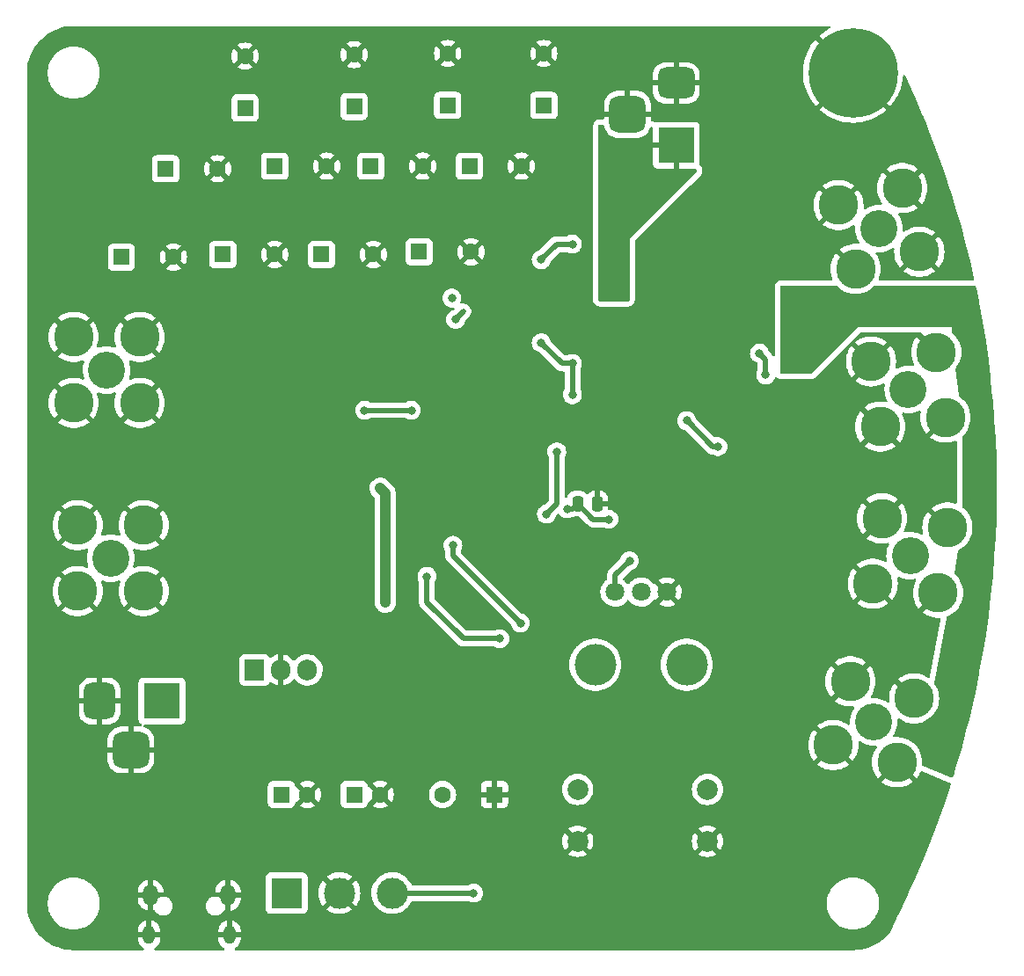
<source format=gbr>
%TF.GenerationSoftware,KiCad,Pcbnew,(6.0.0)*%
%TF.CreationDate,2022-01-09T16:55:07-05:00*%
%TF.ProjectId,Saturation_Tester,53617475-7261-4746-996f-6e5f54657374,rev?*%
%TF.SameCoordinates,Original*%
%TF.FileFunction,Copper,L2,Bot*%
%TF.FilePolarity,Positive*%
%FSLAX46Y46*%
G04 Gerber Fmt 4.6, Leading zero omitted, Abs format (unit mm)*
G04 Created by KiCad (PCBNEW (6.0.0)) date 2022-01-09 16:55:07*
%MOMM*%
%LPD*%
G01*
G04 APERTURE LIST*
G04 Aperture macros list*
%AMRoundRect*
0 Rectangle with rounded corners*
0 $1 Rounding radius*
0 $2 $3 $4 $5 $6 $7 $8 $9 X,Y pos of 4 corners*
0 Add a 4 corners polygon primitive as box body*
4,1,4,$2,$3,$4,$5,$6,$7,$8,$9,$2,$3,0*
0 Add four circle primitives for the rounded corners*
1,1,$1+$1,$2,$3*
1,1,$1+$1,$4,$5*
1,1,$1+$1,$6,$7*
1,1,$1+$1,$8,$9*
0 Add four rect primitives between the rounded corners*
20,1,$1+$1,$2,$3,$4,$5,0*
20,1,$1+$1,$4,$5,$6,$7,0*
20,1,$1+$1,$6,$7,$8,$9,0*
20,1,$1+$1,$8,$9,$2,$3,0*%
G04 Aperture macros list end*
%TA.AperFunction,ComponentPad*%
%ADD10R,1.600000X1.600000*%
%TD*%
%TA.AperFunction,ComponentPad*%
%ADD11C,1.600000*%
%TD*%
%TA.AperFunction,ComponentPad*%
%ADD12C,3.556000*%
%TD*%
%TA.AperFunction,ComponentPad*%
%ADD13C,3.810000*%
%TD*%
%TA.AperFunction,ComponentPad*%
%ADD14R,3.500000X3.500000*%
%TD*%
%TA.AperFunction,ComponentPad*%
%ADD15RoundRect,0.750000X-0.750000X-1.000000X0.750000X-1.000000X0.750000X1.000000X-0.750000X1.000000X0*%
%TD*%
%TA.AperFunction,ComponentPad*%
%ADD16RoundRect,0.875000X-0.875000X-0.875000X0.875000X-0.875000X0.875000X0.875000X-0.875000X0.875000X0*%
%TD*%
%TA.AperFunction,ComponentPad*%
%ADD17O,1.450000X2.000000*%
%TD*%
%TA.AperFunction,ComponentPad*%
%ADD18O,1.150000X1.800000*%
%TD*%
%TA.AperFunction,ComponentPad*%
%ADD19R,1.905000X2.000000*%
%TD*%
%TA.AperFunction,ComponentPad*%
%ADD20O,1.905000X2.000000*%
%TD*%
%TA.AperFunction,ComponentPad*%
%ADD21C,8.600000*%
%TD*%
%TA.AperFunction,ComponentPad*%
%ADD22R,3.000000X3.000000*%
%TD*%
%TA.AperFunction,ComponentPad*%
%ADD23C,3.000000*%
%TD*%
%TA.AperFunction,ComponentPad*%
%ADD24RoundRect,0.750000X-1.000000X0.750000X-1.000000X-0.750000X1.000000X-0.750000X1.000000X0.750000X0*%
%TD*%
%TA.AperFunction,ComponentPad*%
%ADD25RoundRect,0.875000X-0.875000X0.875000X-0.875000X-0.875000X0.875000X-0.875000X0.875000X0.875000X0*%
%TD*%
%TA.AperFunction,WasherPad*%
%ADD26C,4.000000*%
%TD*%
%TA.AperFunction,ComponentPad*%
%ADD27C,1.800000*%
%TD*%
%TA.AperFunction,ComponentPad*%
%ADD28C,2.000000*%
%TD*%
%TA.AperFunction,SMDPad,CuDef*%
%ADD29RoundRect,0.250000X-0.250000X-0.475000X0.250000X-0.475000X0.250000X0.475000X-0.250000X0.475000X0*%
%TD*%
%TA.AperFunction,ViaPad*%
%ADD30C,0.800000*%
%TD*%
%TA.AperFunction,Conductor*%
%ADD31C,1.000000*%
%TD*%
%TA.AperFunction,Conductor*%
%ADD32C,0.500000*%
%TD*%
G04 APERTURE END LIST*
D10*
%TO.P,C24,1*%
%TO.N,AltPower*%
X89347349Y-75000000D03*
D11*
%TO.P,C24,2*%
%TO.N,GND*%
X94347349Y-75000000D03*
%TD*%
D10*
%TO.P,C23,1*%
%TO.N,AltPower*%
X83847349Y-66750000D03*
D11*
%TO.P,C23,2*%
%TO.N,GND*%
X88847349Y-66750000D03*
%TD*%
D10*
%TO.P,C22,1*%
%TO.N,AltPower*%
X94347349Y-66500000D03*
D11*
%TO.P,C22,2*%
%TO.N,GND*%
X99347349Y-66500000D03*
%TD*%
D10*
%TO.P,C21,1*%
%TO.N,AltPower*%
X103597349Y-66500000D03*
D11*
%TO.P,C21,2*%
%TO.N,GND*%
X108597349Y-66500000D03*
%TD*%
D10*
%TO.P,C20,1*%
%TO.N,AltPower*%
X98847349Y-75000000D03*
D11*
%TO.P,C20,2*%
%TO.N,GND*%
X103847349Y-75000000D03*
%TD*%
%TO.P,C19,2*%
%TO.N,GND*%
X84597349Y-75250000D03*
D10*
%TO.P,C19,1*%
%TO.N,AltPower*%
X79597349Y-75250000D03*
%TD*%
%TO.P,C2,1*%
%TO.N,AltPower*%
X108250000Y-74750000D03*
D11*
%TO.P,C2,2*%
%TO.N,GND*%
X113250000Y-74750000D03*
%TD*%
D10*
%TO.P,C1,1*%
%TO.N,AltPower*%
X113097349Y-66500000D03*
D11*
%TO.P,C1,2*%
%TO.N,GND*%
X118097349Y-66500000D03*
%TD*%
D12*
%TO.P,J2,1,In*%
%TO.N,Net-(J2-Pad1)*%
X78175000Y-86125000D03*
D13*
%TO.P,J2,2,Ext*%
%TO.N,GND*%
X75000000Y-89300000D03*
X81350000Y-82950000D03*
X75000000Y-82950000D03*
X81350000Y-89300000D03*
%TD*%
D12*
%TO.P,J3,1,In*%
%TO.N,Net-(J3-Pad1)*%
X78560362Y-104250000D03*
D13*
%TO.P,J3,2,Ext*%
%TO.N,GND*%
X81735362Y-107425000D03*
X75385362Y-107425000D03*
X81735362Y-101075000D03*
X75385362Y-101075000D03*
%TD*%
D12*
%TO.P,J5,1,In*%
%TO.N,Net-(J5-Pad1)*%
X155500000Y-104000000D03*
D13*
%TO.P,J5,2,Ext*%
%TO.N,GND*%
X158202227Y-107585976D03*
X151914024Y-106702227D03*
X159085976Y-101297773D03*
X152797773Y-100414024D03*
%TD*%
D12*
%TO.P,J4,1,In*%
%TO.N,Net-(J4-Pad1)*%
X155325000Y-88000000D03*
D13*
%TO.P,J4,2,Ext*%
%TO.N,GND*%
X158027227Y-84414024D03*
X152622773Y-91585976D03*
X158910976Y-90702227D03*
X151739024Y-85297773D03*
%TD*%
D10*
%TO.P,C4,1*%
%TO.N,Net-(C4-Pad1)*%
X95000000Y-127000000D03*
D11*
%TO.P,C4,2*%
%TO.N,GND*%
X97500000Y-127000000D03*
%TD*%
D14*
%TO.P,J8,1*%
%TO.N,Net-(FB1-Pad2)*%
X83500000Y-118000000D03*
D15*
%TO.P,J8,2*%
%TO.N,GND*%
X77500000Y-118000000D03*
D16*
%TO.P,J8,3*%
X80500000Y-122700000D03*
%TD*%
D17*
%TO.P,J9,6,Shield*%
%TO.N,GND*%
X82400000Y-136700000D03*
D18*
X82250000Y-140500000D03*
X90000000Y-140500000D03*
D17*
X89850000Y-136700000D03*
%TD*%
D10*
%TO.P,C6,1*%
%TO.N,+5V*%
X102000000Y-127000000D03*
D11*
%TO.P,C6,2*%
%TO.N,GND*%
X104500000Y-127000000D03*
%TD*%
D19*
%TO.P,U5,1,IN*%
%TO.N,Net-(C4-Pad1)*%
X92420000Y-115000000D03*
D20*
%TO.P,U5,2,GND*%
%TO.N,GND*%
X94960000Y-115000000D03*
%TO.P,U5,3,OUT*%
%TO.N,+5V*%
X97500000Y-115000000D03*
%TD*%
D10*
%TO.P,C9,1*%
%TO.N,GND*%
X115500000Y-127000000D03*
D11*
%TO.P,C9,2*%
%TO.N,+5VP*%
X110500000Y-127000000D03*
%TD*%
D21*
%TO.P,H1,1,1*%
%TO.N,GND*%
X150000000Y-57500000D03*
%TD*%
D22*
%TO.P,J11,1,Pin_1*%
%TO.N,+5VP*%
X95500000Y-136500000D03*
D23*
%TO.P,J11,2,Pin_2*%
%TO.N,GND*%
X100580000Y-136500000D03*
%TO.P,J11,3,Pin_3*%
%TO.N,InputLogic*%
X105660000Y-136500000D03*
%TD*%
D14*
%TO.P,J6,1*%
%TO.N,AltPower*%
X133000000Y-64500000D03*
D24*
%TO.P,J6,2*%
%TO.N,GND*%
X133000000Y-58500000D03*
D25*
%TO.P,J6,3*%
X128300000Y-61500000D03*
%TD*%
D12*
%TO.P,J10,1,In*%
%TO.N,IOut*%
X152500000Y-72500000D03*
D13*
%TO.P,J10,2,Ext*%
%TO.N,GND*%
X148611435Y-70254936D03*
X150254936Y-76388565D03*
X154745064Y-68611435D03*
X156388565Y-74745064D03*
%TD*%
D12*
%TO.P,J7,1,In*%
%TO.N,RShunt+*%
X152000000Y-120000000D03*
D13*
%TO.P,J7,2,Ext*%
%TO.N,GND*%
X148111435Y-122245064D03*
X155888565Y-117754936D03*
X154245064Y-123888565D03*
X149754936Y-116111435D03*
%TD*%
D26*
%TO.P,RV1,*%
%TO.N,*%
X134000000Y-114500000D03*
X125200000Y-114500000D03*
D27*
%TO.P,RV1,1,1*%
%TO.N,+5VP*%
X127100000Y-107500000D03*
%TO.P,RV1,2,2*%
%TO.N,Net-(RV1-Pad2)*%
X129600000Y-107500000D03*
%TO.P,RV1,3,3*%
%TO.N,GND*%
X132100000Y-107500000D03*
%TD*%
D10*
%TO.P,C17,1*%
%TO.N,AltPower*%
X102000000Y-60750000D03*
D11*
%TO.P,C17,2*%
%TO.N,GND*%
X102000000Y-55750000D03*
%TD*%
D10*
%TO.P,C16,1*%
%TO.N,AltPower*%
X120250000Y-60652651D03*
D11*
%TO.P,C16,2*%
%TO.N,GND*%
X120250000Y-55652651D03*
%TD*%
D10*
%TO.P,C18,1*%
%TO.N,AltPower*%
X111000000Y-60652651D03*
D11*
%TO.P,C18,2*%
%TO.N,GND*%
X111000000Y-55652651D03*
%TD*%
D28*
%TO.P,SW1,1,1*%
%TO.N,Net-(Q3-Pad3)*%
X136000000Y-126500000D03*
%TO.P,SW1,2,2*%
X123500000Y-126500000D03*
%TO.P,SW1,3,K*%
%TO.N,GND*%
X136000000Y-131500000D03*
%TO.P,SW1,4,A*%
X123500000Y-131500000D03*
%TD*%
D10*
%TO.P,C14,1*%
%TO.N,AltPower*%
X91500000Y-60902651D03*
D11*
%TO.P,C14,2*%
%TO.N,GND*%
X91500000Y-55902651D03*
%TD*%
D29*
%TO.P,C3,1*%
%TO.N,+5VP*%
X123500000Y-99000000D03*
%TO.P,C3,2*%
%TO.N,GND*%
X125400000Y-99000000D03*
%TD*%
D30*
%TO.N,GND*%
X93000000Y-109000000D03*
X102750000Y-108750000D03*
X100250000Y-105000000D03*
X93500000Y-104750000D03*
X107000000Y-105250000D03*
X82500000Y-61500000D03*
X82500000Y-58500000D03*
X78750000Y-65000000D03*
X112000000Y-116000000D03*
X105750000Y-116000000D03*
X105750000Y-121000000D03*
X94250000Y-85000000D03*
X85000000Y-84250000D03*
X90250000Y-85000000D03*
X71500000Y-62250000D03*
X71500000Y-64790000D03*
X71500000Y-67330000D03*
X71500000Y-69870000D03*
X71500000Y-72410000D03*
X71500000Y-74950000D03*
X71500000Y-77490000D03*
X71500000Y-80030000D03*
X71500000Y-82570000D03*
X71500000Y-85110000D03*
X71500000Y-87650000D03*
X71500000Y-90190000D03*
X71500000Y-92730000D03*
X71500000Y-95270000D03*
X71500000Y-97810000D03*
X71500000Y-100350000D03*
X71500000Y-102890000D03*
X71500000Y-105430000D03*
X71500000Y-107970000D03*
X71500000Y-110510000D03*
X71500000Y-113050000D03*
X71500000Y-115590000D03*
X71500000Y-118130000D03*
X71500000Y-120670000D03*
X71500000Y-123210000D03*
X71500000Y-125750000D03*
X71500000Y-128290000D03*
X71500000Y-130830000D03*
X71500000Y-133370000D03*
X71500000Y-135910000D03*
X104440000Y-53500000D03*
X81580000Y-53500000D03*
X89200000Y-53500000D03*
X91740000Y-53500000D03*
X106980000Y-53500000D03*
X101900000Y-53500000D03*
X84120000Y-53500000D03*
X99360000Y-53500000D03*
X109520000Y-53500000D03*
X112060000Y-53500000D03*
X86660000Y-53500000D03*
X96820000Y-53500000D03*
X79040000Y-53500000D03*
X94280000Y-53500000D03*
X121750000Y-69250000D03*
X114000000Y-115250000D03*
X107500000Y-132750000D03*
X107750000Y-126250000D03*
X147500000Y-108000000D03*
X98250000Y-83000000D03*
X111500000Y-65250000D03*
X91250000Y-64500000D03*
X155750000Y-62250000D03*
X159500000Y-73000000D03*
X160000000Y-76250000D03*
X157000000Y-94000000D03*
X157000000Y-99000000D03*
X157000000Y-111000000D03*
X156250000Y-114000000D03*
X157250000Y-127750000D03*
X124450000Y-53500000D03*
X93530000Y-141250000D03*
X116500000Y-121250000D03*
X102500000Y-85750000D03*
X134610000Y-53500000D03*
X87000000Y-101500000D03*
X71500000Y-129000000D03*
X122750000Y-106500000D03*
X142230000Y-53500000D03*
X124500000Y-80000000D03*
X130000000Y-95000000D03*
X126990000Y-53500000D03*
X130000000Y-89000000D03*
X115500000Y-104500000D03*
X88450000Y-141250000D03*
X111000000Y-95500000D03*
X101150000Y-141250000D03*
X88750000Y-88750000D03*
X107750000Y-113000000D03*
X98000000Y-89750000D03*
X132070000Y-53500000D03*
X129500000Y-83000000D03*
X132500000Y-92500000D03*
X97750000Y-104500000D03*
X90450000Y-127050000D03*
X139690000Y-53500000D03*
X114290000Y-53500000D03*
X121910000Y-53500000D03*
X110500000Y-107500000D03*
X119370000Y-53500000D03*
X129000000Y-84500000D03*
X109750000Y-85000000D03*
X87750000Y-135000000D03*
X129530000Y-53500000D03*
X116830000Y-53500000D03*
X114000000Y-101000000D03*
X80830000Y-141250000D03*
X111310000Y-141250000D03*
X144770000Y-53500000D03*
X108770000Y-141250000D03*
X118750000Y-78250000D03*
X78290000Y-141250000D03*
X118250000Y-85000000D03*
X127500000Y-90000000D03*
X92750000Y-88000000D03*
X117500000Y-81250000D03*
X87000000Y-106750000D03*
X135000000Y-89000000D03*
X108500000Y-104000000D03*
X84750000Y-88750000D03*
X98500000Y-98000000D03*
X98610000Y-141250000D03*
X85910000Y-141250000D03*
X138500000Y-92000000D03*
X103690000Y-141250000D03*
X96070000Y-141250000D03*
X106230000Y-141250000D03*
X137150000Y-53500000D03*
X135000000Y-95000000D03*
X129500000Y-81500000D03*
%TO.N,+5VP*%
X123000000Y-74000000D03*
X111749999Y-81250001D03*
X126500000Y-100500000D03*
X105000000Y-105000000D03*
X120000000Y-83500000D03*
X123000000Y-85500000D03*
X105000000Y-108500000D03*
X128500000Y-104500000D03*
X120000000Y-75500000D03*
X123000000Y-88500000D03*
X104500000Y-97500000D03*
X122500000Y-99500000D03*
%TO.N,*%
X111400000Y-79200000D03*
%TO.N,AltPower*%
X127000000Y-76500000D03*
X127000000Y-78000000D03*
%TO.N,Net-(R22-Pad1)*%
X120500000Y-100000000D03*
X121499989Y-94000000D03*
%TO.N,Net-(Q3-Pad3)*%
X118000000Y-110500000D03*
X111500000Y-103000000D03*
%TO.N,Net-(R18-Pad2)*%
X134000000Y-91000000D03*
X137000000Y-93500000D03*
X103000000Y-90000000D03*
X107500000Y-90000000D03*
%TO.N,RShunt-*%
X141600688Y-86600688D03*
X141000000Y-84500000D03*
%TO.N,InputLogic*%
X109000000Y-106000000D03*
X113500000Y-136500000D03*
X116000000Y-112000000D03*
%TO.N,RShunt+*%
X162000000Y-87500000D03*
X162500000Y-96500000D03*
X159000000Y-80000000D03*
X149500000Y-80500000D03*
X154500000Y-80000000D03*
X160000000Y-117500000D03*
X158500000Y-122000000D03*
X162500000Y-92000000D03*
X161000000Y-112500000D03*
X161500000Y-82500000D03*
X162000000Y-106000000D03*
X145000000Y-80000000D03*
X162500000Y-101000000D03*
X146500000Y-82500000D03*
X155000000Y-121000000D03*
%TD*%
D31*
%TO.N,+5VP*%
X105000000Y-108500000D02*
X105000000Y-105000000D01*
D32*
X122000000Y-85500000D02*
X120000000Y-83500000D01*
X123000000Y-88500000D02*
X123000000Y-85500000D01*
X123000000Y-74000000D02*
X121500000Y-74000000D01*
D31*
X104500000Y-97500000D02*
X105000000Y-98000000D01*
D32*
X127100000Y-105900000D02*
X128500000Y-104500000D01*
X126500000Y-100500000D02*
X125000000Y-100500000D01*
X123000000Y-85500000D02*
X122000000Y-85500000D01*
X123000000Y-99500000D02*
X123500000Y-99000000D01*
D31*
X105000000Y-98000000D02*
X105000000Y-105000000D01*
D32*
X127100000Y-107500000D02*
X127100000Y-105900000D01*
X121500000Y-74000000D02*
X120000000Y-75500000D01*
X122500000Y-99500000D02*
X123000000Y-99500000D01*
X112500000Y-80500000D02*
X111749999Y-81250001D01*
X125000000Y-100500000D02*
X123500000Y-99000000D01*
%TO.N,Net-(R22-Pad1)*%
X121500000Y-94000011D02*
X121499989Y-94000000D01*
X120500000Y-100000000D02*
X121500000Y-99000000D01*
X121500000Y-99000000D02*
X121500000Y-94000011D01*
%TO.N,Net-(Q3-Pad3)*%
X111500000Y-104000000D02*
X111500000Y-103000000D01*
X118000000Y-110500000D02*
X111500000Y-104000000D01*
%TO.N,Net-(R18-Pad2)*%
X107500000Y-90000000D02*
X103000000Y-90000000D01*
X137000000Y-93500000D02*
X136500000Y-93500000D01*
X136500000Y-93500000D02*
X134000000Y-91000000D01*
%TO.N,RShunt-*%
X141600688Y-85100688D02*
X141000000Y-84500000D01*
X141600688Y-86600688D02*
X141600688Y-85100688D01*
%TO.N,InputLogic*%
X116000000Y-112000000D02*
X112500000Y-112000000D01*
X109000000Y-108500000D02*
X109000000Y-106000000D01*
X112500000Y-112000000D02*
X109000000Y-108500000D01*
X105660000Y-136500000D02*
X113500000Y-136500000D01*
%TD*%
%TA.AperFunction,Conductor*%
%TO.N,GND*%
G36*
X147763038Y-53028002D02*
G01*
X147809531Y-53081658D01*
X147819635Y-53151932D01*
X147790141Y-53216512D01*
X147757631Y-53243284D01*
X147423581Y-53434984D01*
X147418848Y-53437987D01*
X147072420Y-53680109D01*
X147067979Y-53683517D01*
X146796476Y-53911739D01*
X146788031Y-53924456D01*
X146794139Y-53934929D01*
X153562142Y-60702932D01*
X153575903Y-60710446D01*
X153585263Y-60703989D01*
X153754244Y-60511303D01*
X153757744Y-60506935D01*
X154007073Y-60165645D01*
X154010168Y-60160987D01*
X154228160Y-59798903D01*
X154230841Y-59793964D01*
X154415779Y-59413946D01*
X154418014Y-59408780D01*
X154568442Y-59013815D01*
X154570201Y-59008496D01*
X154684920Y-58601730D01*
X154686204Y-58596259D01*
X154764315Y-58180883D01*
X154765102Y-58175346D01*
X154798996Y-57826540D01*
X154825492Y-57760673D01*
X154883393Y-57719587D01*
X154954315Y-57716327D01*
X155015740Y-57751928D01*
X155038245Y-57784723D01*
X155079657Y-57872022D01*
X155201196Y-58128239D01*
X155202249Y-58130518D01*
X155398411Y-58566505D01*
X155976537Y-59851438D01*
X155977555Y-59853762D01*
X156492386Y-61062474D01*
X156677622Y-61497368D01*
X156717052Y-61589942D01*
X156718014Y-61592266D01*
X157126543Y-62607632D01*
X157422407Y-63342978D01*
X157423330Y-63345341D01*
X158092331Y-65109870D01*
X158093174Y-65112162D01*
X158332868Y-65784923D01*
X158726542Y-66889871D01*
X158727369Y-66892269D01*
X159116603Y-68058500D01*
X159302468Y-68615393D01*
X159324786Y-68682264D01*
X159325560Y-68684663D01*
X159398363Y-68918362D01*
X159886839Y-70486383D01*
X159887569Y-70488813D01*
X160412446Y-72301411D01*
X160413127Y-72303854D01*
X160901411Y-74126664D01*
X160902043Y-74129121D01*
X161045670Y-74712000D01*
X161353550Y-75961469D01*
X161354106Y-75963828D01*
X161650944Y-77282189D01*
X161663583Y-77338323D01*
X161659032Y-77409174D01*
X161616900Y-77466317D01*
X161550561Y-77491610D01*
X161540660Y-77492000D01*
X152601051Y-77492000D01*
X152532930Y-77471998D01*
X152486437Y-77418342D01*
X152476333Y-77348068D01*
X152487043Y-77312351D01*
X152501236Y-77282189D01*
X152504149Y-77274833D01*
X152595521Y-76993616D01*
X152597492Y-76985939D01*
X152652898Y-76695492D01*
X152653891Y-76687629D01*
X152657955Y-76623039D01*
X154875298Y-76623039D01*
X154884125Y-76634657D01*
X155089850Y-76784125D01*
X155096531Y-76788365D01*
X155355666Y-76930826D01*
X155362801Y-76934183D01*
X155637750Y-77043043D01*
X155645275Y-77045488D01*
X155931681Y-77119024D01*
X155939452Y-77120507D01*
X156232821Y-77157567D01*
X156240711Y-77158064D01*
X156536419Y-77158064D01*
X156544309Y-77157567D01*
X156837678Y-77120507D01*
X156845449Y-77119024D01*
X157131855Y-77045488D01*
X157139380Y-77043043D01*
X157414329Y-76934183D01*
X157421464Y-76930826D01*
X157680599Y-76788365D01*
X157687280Y-76784125D01*
X157893376Y-76634388D01*
X157901799Y-76623465D01*
X157894895Y-76610604D01*
X156401377Y-75117086D01*
X156387433Y-75109472D01*
X156385600Y-75109603D01*
X156378985Y-75113854D01*
X154881911Y-76610928D01*
X154875298Y-76623039D01*
X152657955Y-76623039D01*
X152672458Y-76392523D01*
X152672458Y-76384607D01*
X152653891Y-76089501D01*
X152652898Y-76081638D01*
X152597492Y-75791191D01*
X152595521Y-75783514D01*
X152504149Y-75502297D01*
X152501234Y-75494934D01*
X152375333Y-75227381D01*
X152371521Y-75220448D01*
X152214783Y-74973469D01*
X152195170Y-74905235D01*
X152215561Y-74837230D01*
X152269481Y-74791044D01*
X152329409Y-74780225D01*
X152500000Y-74791406D01*
X152504119Y-74791136D01*
X152794977Y-74772073D01*
X152794984Y-74772072D01*
X152799089Y-74771803D01*
X152803122Y-74771001D01*
X152803128Y-74771000D01*
X153089010Y-74714134D01*
X153089016Y-74714132D01*
X153093060Y-74713328D01*
X153096969Y-74712001D01*
X153096973Y-74712000D01*
X153372977Y-74618309D01*
X153372978Y-74618308D01*
X153376883Y-74616983D01*
X153539170Y-74536952D01*
X153641999Y-74486243D01*
X153642004Y-74486240D01*
X153645703Y-74484416D01*
X153790436Y-74387709D01*
X153858188Y-74366494D01*
X153926655Y-74385277D01*
X153974098Y-74438094D01*
X153986188Y-74500386D01*
X153971043Y-74741106D01*
X153971043Y-74749022D01*
X153989610Y-75044128D01*
X153990603Y-75051991D01*
X154046009Y-75342438D01*
X154047980Y-75350115D01*
X154139352Y-75631332D01*
X154142267Y-75638695D01*
X154268168Y-75906248D01*
X154271980Y-75913181D01*
X154430421Y-76162844D01*
X154435075Y-76169250D01*
X154500535Y-76248377D01*
X154513054Y-76256833D01*
X154523792Y-76250627D01*
X156028223Y-74746196D01*
X156752973Y-74746196D01*
X156753104Y-74748029D01*
X156757355Y-74754644D01*
X158252235Y-76249524D01*
X158265498Y-76256766D01*
X158275600Y-76249580D01*
X158342055Y-76169250D01*
X158346709Y-76162844D01*
X158505150Y-75913181D01*
X158508962Y-75906248D01*
X158634863Y-75638695D01*
X158637778Y-75631332D01*
X158729150Y-75350115D01*
X158731121Y-75342438D01*
X158786527Y-75051991D01*
X158787520Y-75044128D01*
X158806087Y-74749022D01*
X158806087Y-74741106D01*
X158787520Y-74446000D01*
X158786527Y-74438137D01*
X158731121Y-74147690D01*
X158729150Y-74140013D01*
X158637778Y-73858796D01*
X158634863Y-73851433D01*
X158508962Y-73583880D01*
X158505150Y-73576947D01*
X158346709Y-73327284D01*
X158342055Y-73320878D01*
X158276595Y-73241751D01*
X158264076Y-73233295D01*
X158253338Y-73239501D01*
X156760587Y-74732252D01*
X156752973Y-74746196D01*
X156028223Y-74746196D01*
X157895219Y-72879200D01*
X157901832Y-72867089D01*
X157893005Y-72855471D01*
X157687280Y-72706003D01*
X157680599Y-72701763D01*
X157421464Y-72559302D01*
X157414329Y-72555945D01*
X157139380Y-72447085D01*
X157131855Y-72444640D01*
X156845449Y-72371104D01*
X156837678Y-72369621D01*
X156544309Y-72332561D01*
X156536419Y-72332064D01*
X156240711Y-72332064D01*
X156232821Y-72332561D01*
X155939452Y-72369621D01*
X155931681Y-72371104D01*
X155645275Y-72444640D01*
X155637750Y-72447085D01*
X155362801Y-72555945D01*
X155355666Y-72559302D01*
X155096531Y-72701763D01*
X155089851Y-72706003D01*
X154979670Y-72786054D01*
X154912802Y-72809913D01*
X154843651Y-72793832D01*
X154794170Y-72742918D01*
X154779879Y-72675878D01*
X154791136Y-72504121D01*
X154791136Y-72504119D01*
X154791406Y-72500000D01*
X154778550Y-72303854D01*
X154772073Y-72205023D01*
X154772072Y-72205016D01*
X154771803Y-72200911D01*
X154713328Y-71906940D01*
X154616983Y-71623117D01*
X154484416Y-71354297D01*
X154387083Y-71208627D01*
X154365868Y-71140875D01*
X154384651Y-71072408D01*
X154437468Y-71024965D01*
X154507640Y-71013620D01*
X154589319Y-71023938D01*
X154597210Y-71024435D01*
X154892918Y-71024435D01*
X154900808Y-71023938D01*
X155194177Y-70986878D01*
X155201948Y-70985395D01*
X155488354Y-70911859D01*
X155495879Y-70909414D01*
X155770828Y-70800554D01*
X155777963Y-70797197D01*
X156037098Y-70654736D01*
X156043779Y-70650496D01*
X156249875Y-70500759D01*
X156258298Y-70489836D01*
X156251394Y-70476975D01*
X154386986Y-68612567D01*
X155109472Y-68612567D01*
X155109603Y-68614400D01*
X155113854Y-68621015D01*
X156608734Y-70115895D01*
X156621997Y-70123137D01*
X156632099Y-70115951D01*
X156698554Y-70035621D01*
X156703208Y-70029215D01*
X156861649Y-69779552D01*
X156865461Y-69772619D01*
X156991362Y-69505066D01*
X156994277Y-69497703D01*
X157085649Y-69216486D01*
X157087620Y-69208809D01*
X157143026Y-68918362D01*
X157144019Y-68910499D01*
X157162586Y-68615393D01*
X157162586Y-68607477D01*
X157144019Y-68312371D01*
X157143026Y-68304508D01*
X157087620Y-68014061D01*
X157085649Y-68006384D01*
X156994277Y-67725167D01*
X156991362Y-67717804D01*
X156865461Y-67450251D01*
X156861649Y-67443318D01*
X156703208Y-67193655D01*
X156698554Y-67187249D01*
X156633094Y-67108122D01*
X156620575Y-67099666D01*
X156609837Y-67105872D01*
X155117086Y-68598623D01*
X155109472Y-68612567D01*
X154386986Y-68612567D01*
X152881394Y-67106975D01*
X152868131Y-67099733D01*
X152858029Y-67106919D01*
X152791574Y-67187249D01*
X152786920Y-67193655D01*
X152628479Y-67443318D01*
X152624667Y-67450251D01*
X152498766Y-67717804D01*
X152495851Y-67725167D01*
X152404479Y-68006384D01*
X152402508Y-68014061D01*
X152347102Y-68304508D01*
X152346109Y-68312371D01*
X152327542Y-68607477D01*
X152327542Y-68615393D01*
X152346109Y-68910499D01*
X152347102Y-68918362D01*
X152402508Y-69208809D01*
X152404479Y-69216486D01*
X152495851Y-69497703D01*
X152498766Y-69505066D01*
X152624667Y-69772619D01*
X152628479Y-69779552D01*
X152785217Y-70026531D01*
X152804830Y-70094765D01*
X152784439Y-70162770D01*
X152730519Y-70208956D01*
X152670591Y-70219775D01*
X152500000Y-70208594D01*
X152495881Y-70208864D01*
X152205023Y-70227927D01*
X152205016Y-70227928D01*
X152200911Y-70228197D01*
X152196878Y-70228999D01*
X152196872Y-70229000D01*
X151910990Y-70285866D01*
X151910984Y-70285868D01*
X151906940Y-70286672D01*
X151903031Y-70287999D01*
X151903027Y-70288000D01*
X151627023Y-70381691D01*
X151623117Y-70383017D01*
X151495905Y-70445751D01*
X151358001Y-70513757D01*
X151357996Y-70513760D01*
X151354297Y-70515584D01*
X151209564Y-70612291D01*
X151141812Y-70633506D01*
X151073345Y-70614723D01*
X151025902Y-70561906D01*
X151013812Y-70499614D01*
X151028957Y-70258894D01*
X151028957Y-70250978D01*
X151010390Y-69955872D01*
X151009397Y-69948009D01*
X150953991Y-69657562D01*
X150952020Y-69649885D01*
X150860648Y-69368668D01*
X150857733Y-69361305D01*
X150731832Y-69093752D01*
X150728020Y-69086819D01*
X150569579Y-68837156D01*
X150564925Y-68830750D01*
X150499465Y-68751623D01*
X150486946Y-68743167D01*
X150476208Y-68749373D01*
X147104781Y-72120800D01*
X147098168Y-72132911D01*
X147106995Y-72144529D01*
X147312720Y-72293997D01*
X147319401Y-72298237D01*
X147578536Y-72440698D01*
X147585671Y-72444055D01*
X147860620Y-72552915D01*
X147868145Y-72555360D01*
X148154551Y-72628896D01*
X148162322Y-72630379D01*
X148455691Y-72667439D01*
X148463581Y-72667936D01*
X148759289Y-72667936D01*
X148767179Y-72667439D01*
X149060548Y-72630379D01*
X149068319Y-72628896D01*
X149354725Y-72555360D01*
X149362250Y-72552915D01*
X149637199Y-72444055D01*
X149644334Y-72440698D01*
X149903469Y-72298237D01*
X149910149Y-72293997D01*
X150020330Y-72213946D01*
X150087198Y-72190087D01*
X150156349Y-72206168D01*
X150205830Y-72257082D01*
X150220121Y-72324122D01*
X150219568Y-72332561D01*
X150208594Y-72500000D01*
X150208864Y-72504119D01*
X150227343Y-72786054D01*
X150228197Y-72799089D01*
X150286672Y-73093060D01*
X150287999Y-73096969D01*
X150288000Y-73096973D01*
X150362746Y-73317167D01*
X150383017Y-73376883D01*
X150417793Y-73447402D01*
X150507073Y-73628444D01*
X150515584Y-73645703D01*
X150558827Y-73710420D01*
X150612917Y-73791372D01*
X150634132Y-73859125D01*
X150615349Y-73927592D01*
X150562532Y-73975035D01*
X150492360Y-73986380D01*
X150410681Y-73976062D01*
X150402790Y-73975565D01*
X150107082Y-73975565D01*
X150099192Y-73976062D01*
X149805823Y-74013122D01*
X149798052Y-74014605D01*
X149511646Y-74088141D01*
X149504121Y-74090586D01*
X149229172Y-74199446D01*
X149222037Y-74202803D01*
X148962902Y-74345264D01*
X148956221Y-74349504D01*
X148750125Y-74499241D01*
X148741702Y-74510164D01*
X148748606Y-74523025D01*
X150525051Y-76299470D01*
X150559077Y-76361782D01*
X150554012Y-76432597D01*
X150525051Y-76477660D01*
X150344031Y-76658680D01*
X150281719Y-76692706D01*
X150210904Y-76687641D01*
X150165841Y-76658680D01*
X148391266Y-74884105D01*
X148378003Y-74876863D01*
X148367901Y-74884049D01*
X148301446Y-74964379D01*
X148296792Y-74970785D01*
X148138351Y-75220448D01*
X148134539Y-75227381D01*
X148008638Y-75494934D01*
X148005723Y-75502297D01*
X147914351Y-75783514D01*
X147912380Y-75791191D01*
X147856974Y-76081638D01*
X147855981Y-76089501D01*
X147837414Y-76384607D01*
X147837414Y-76392523D01*
X147855981Y-76687629D01*
X147856974Y-76695492D01*
X147912380Y-76985939D01*
X147914351Y-76993616D01*
X148005723Y-77274833D01*
X148008636Y-77282189D01*
X148022829Y-77312351D01*
X148033735Y-77382505D01*
X148004982Y-77447418D01*
X147945699Y-77486482D01*
X147908821Y-77492000D01*
X143126000Y-77492000D01*
X143018020Y-77503609D01*
X143014736Y-77504323D01*
X143014732Y-77504324D01*
X142989661Y-77509778D01*
X142965678Y-77514995D01*
X142862628Y-77549293D01*
X142740990Y-77627465D01*
X142687334Y-77673958D01*
X142592645Y-77783234D01*
X142532579Y-77914760D01*
X142512577Y-77982881D01*
X142511937Y-77987329D01*
X142511936Y-77987336D01*
X142492639Y-78121552D01*
X142492638Y-78121559D01*
X142492000Y-78126000D01*
X142492000Y-84654749D01*
X142471998Y-84722870D01*
X142418342Y-84769363D01*
X142348068Y-84779467D01*
X142283488Y-84749973D01*
X142260629Y-84723836D01*
X142243499Y-84697707D01*
X142241155Y-84693993D01*
X142240384Y-84692722D01*
X142203283Y-84631581D01*
X142195885Y-84623204D01*
X142195912Y-84623180D01*
X142193259Y-84620188D01*
X142190556Y-84616955D01*
X142186544Y-84610836D01*
X142130305Y-84557560D01*
X142127863Y-84555182D01*
X141920125Y-84347444D01*
X141889387Y-84297285D01*
X141849315Y-84173955D01*
X141834527Y-84128444D01*
X141739040Y-83963056D01*
X141718904Y-83940692D01*
X141615675Y-83826045D01*
X141615674Y-83826044D01*
X141611253Y-83821134D01*
X141456752Y-83708882D01*
X141450724Y-83706198D01*
X141450722Y-83706197D01*
X141288319Y-83633891D01*
X141288318Y-83633891D01*
X141282288Y-83631206D01*
X141188887Y-83611353D01*
X141101944Y-83592872D01*
X141101939Y-83592872D01*
X141095487Y-83591500D01*
X140904513Y-83591500D01*
X140898061Y-83592872D01*
X140898056Y-83592872D01*
X140811113Y-83611353D01*
X140717712Y-83631206D01*
X140711682Y-83633891D01*
X140711681Y-83633891D01*
X140549278Y-83706197D01*
X140549276Y-83706198D01*
X140543248Y-83708882D01*
X140388747Y-83821134D01*
X140384326Y-83826044D01*
X140384325Y-83826045D01*
X140281097Y-83940692D01*
X140260960Y-83963056D01*
X140165473Y-84128444D01*
X140106458Y-84310072D01*
X140105768Y-84316633D01*
X140105768Y-84316635D01*
X140091166Y-84455563D01*
X140086496Y-84500000D01*
X140087186Y-84506565D01*
X140102761Y-84654749D01*
X140106458Y-84689928D01*
X140165473Y-84871556D01*
X140260960Y-85036944D01*
X140265378Y-85041851D01*
X140265379Y-85041852D01*
X140334922Y-85119087D01*
X140388747Y-85178866D01*
X140543248Y-85291118D01*
X140549276Y-85293802D01*
X140549278Y-85293803D01*
X140639147Y-85333815D01*
X140717712Y-85368794D01*
X140740622Y-85373664D01*
X140742383Y-85374038D01*
X140804857Y-85407765D01*
X140839179Y-85469914D01*
X140842188Y-85497285D01*
X140842188Y-86063689D01*
X140825307Y-86126688D01*
X140766161Y-86229132D01*
X140707146Y-86410760D01*
X140706456Y-86417321D01*
X140706456Y-86417323D01*
X140698946Y-86488774D01*
X140687184Y-86600688D01*
X140687874Y-86607253D01*
X140699141Y-86714448D01*
X140707146Y-86790616D01*
X140766161Y-86972244D01*
X140769464Y-86977966D01*
X140769465Y-86977967D01*
X140775295Y-86988064D01*
X140861648Y-87137632D01*
X140866066Y-87142539D01*
X140866067Y-87142540D01*
X140985013Y-87274643D01*
X140989435Y-87279554D01*
X141143936Y-87391806D01*
X141149964Y-87394490D01*
X141149966Y-87394491D01*
X141312369Y-87466797D01*
X141318400Y-87469482D01*
X141400307Y-87486892D01*
X141498744Y-87507816D01*
X141498749Y-87507816D01*
X141505201Y-87509188D01*
X141696175Y-87509188D01*
X141702627Y-87507816D01*
X141702632Y-87507816D01*
X141801069Y-87486892D01*
X141882976Y-87469482D01*
X141889007Y-87466797D01*
X142051410Y-87394491D01*
X142051412Y-87394490D01*
X142057440Y-87391806D01*
X142211941Y-87279554D01*
X142216363Y-87274643D01*
X142335309Y-87142540D01*
X142335310Y-87142539D01*
X142339728Y-87137632D01*
X142426081Y-86988064D01*
X142431911Y-86977967D01*
X142431912Y-86977966D01*
X142435215Y-86972244D01*
X142469472Y-86866813D01*
X142509546Y-86808208D01*
X142574943Y-86780571D01*
X142644900Y-86792678D01*
X142673525Y-86813166D01*
X142673958Y-86812666D01*
X142783234Y-86907355D01*
X142914760Y-86967421D01*
X142931186Y-86972244D01*
X142978558Y-86986154D01*
X142978562Y-86986155D01*
X142982881Y-86987423D01*
X142987329Y-86988063D01*
X142987336Y-86988064D01*
X143121552Y-87007361D01*
X143121559Y-87007362D01*
X143126000Y-87008000D01*
X145947810Y-87008000D01*
X146002104Y-87005090D01*
X146003775Y-87004910D01*
X146003792Y-87004909D01*
X146027207Y-87002392D01*
X146027222Y-87002390D01*
X146028887Y-87002211D01*
X146050432Y-86998720D01*
X146076470Y-86994501D01*
X146076474Y-86994500D01*
X146082583Y-86993510D01*
X146152528Y-86967421D01*
X146213843Y-86944551D01*
X146213845Y-86944550D01*
X146218057Y-86942979D01*
X146249078Y-86926040D01*
X146276421Y-86911109D01*
X146276423Y-86911108D01*
X146280369Y-86908953D01*
X146322123Y-86877696D01*
X146392513Y-86825002D01*
X146392517Y-86824998D01*
X146396115Y-86822305D01*
X147916689Y-85301731D01*
X149321502Y-85301731D01*
X149340069Y-85596837D01*
X149341062Y-85604700D01*
X149396468Y-85895147D01*
X149398439Y-85902824D01*
X149489811Y-86184041D01*
X149492726Y-86191404D01*
X149618627Y-86458957D01*
X149622439Y-86465890D01*
X149780880Y-86715553D01*
X149785534Y-86721959D01*
X149850994Y-86801086D01*
X149863513Y-86809542D01*
X149874251Y-86803336D01*
X151367002Y-85310585D01*
X151374616Y-85296641D01*
X151374485Y-85294808D01*
X151370234Y-85288193D01*
X149875354Y-83793313D01*
X149862091Y-83786071D01*
X149851989Y-83793257D01*
X149785534Y-83873587D01*
X149780880Y-83879993D01*
X149622439Y-84129656D01*
X149618627Y-84136589D01*
X149492726Y-84404142D01*
X149489811Y-84411505D01*
X149398439Y-84692722D01*
X149396468Y-84700399D01*
X149341062Y-84990846D01*
X149340069Y-84998709D01*
X149321502Y-85293815D01*
X149321502Y-85301731D01*
X147916689Y-85301731D01*
X149799048Y-83419372D01*
X150225790Y-83419372D01*
X150232694Y-83432233D01*
X151726212Y-84925751D01*
X151740156Y-84933365D01*
X151741989Y-84933234D01*
X151748604Y-84928983D01*
X153245678Y-83431909D01*
X153252291Y-83419798D01*
X153243464Y-83408180D01*
X153037739Y-83258712D01*
X153031058Y-83254472D01*
X152771923Y-83112011D01*
X152764788Y-83108654D01*
X152489839Y-82999794D01*
X152482314Y-82997349D01*
X152195908Y-82923813D01*
X152188137Y-82922330D01*
X151894768Y-82885270D01*
X151886878Y-82884773D01*
X151591170Y-82884773D01*
X151583280Y-82885270D01*
X151289911Y-82922330D01*
X151282140Y-82923813D01*
X150995734Y-82997349D01*
X150988209Y-82999794D01*
X150713260Y-83108654D01*
X150706125Y-83112011D01*
X150446990Y-83254472D01*
X150440309Y-83258712D01*
X150234213Y-83408449D01*
X150225790Y-83419372D01*
X149799048Y-83419372D01*
X150673515Y-82544905D01*
X150735827Y-82510879D01*
X150762610Y-82508000D01*
X156428223Y-82508000D01*
X156496344Y-82528002D01*
X156517318Y-82544905D01*
X158297342Y-84324929D01*
X158331368Y-84387241D01*
X158326303Y-84458056D01*
X158297342Y-84503119D01*
X158116322Y-84684139D01*
X158054010Y-84718165D01*
X157983195Y-84713100D01*
X157938132Y-84684139D01*
X156163557Y-82909564D01*
X156150294Y-82902322D01*
X156140192Y-82909508D01*
X156073737Y-82989838D01*
X156069083Y-82996244D01*
X155910642Y-83245907D01*
X155906830Y-83252840D01*
X155780929Y-83520393D01*
X155778014Y-83527756D01*
X155686642Y-83808973D01*
X155684671Y-83816650D01*
X155629265Y-84107097D01*
X155628272Y-84114960D01*
X155609705Y-84410066D01*
X155609705Y-84417982D01*
X155628272Y-84713088D01*
X155629265Y-84720951D01*
X155684671Y-85011398D01*
X155686642Y-85019075D01*
X155778014Y-85300292D01*
X155780929Y-85307655D01*
X155908518Y-85578794D01*
X155907065Y-85579478D01*
X155920948Y-85642383D01*
X155896337Y-85708977D01*
X155839630Y-85751695D01*
X155770660Y-85757352D01*
X155628128Y-85729000D01*
X155628122Y-85728999D01*
X155624089Y-85728197D01*
X155619984Y-85727928D01*
X155619977Y-85727927D01*
X155346434Y-85709999D01*
X155325000Y-85708594D01*
X155303566Y-85709999D01*
X155030023Y-85727927D01*
X155030016Y-85727928D01*
X155025911Y-85728197D01*
X155021878Y-85728999D01*
X155021872Y-85729000D01*
X154735990Y-85785866D01*
X154735984Y-85785868D01*
X154731940Y-85786672D01*
X154728031Y-85787999D01*
X154728027Y-85788000D01*
X154452023Y-85881691D01*
X154448117Y-85883017D01*
X154343366Y-85934675D01*
X154272975Y-85969387D01*
X154203033Y-85981577D01*
X154137603Y-85954018D01*
X154097460Y-85895459D01*
X154093479Y-85832771D01*
X154136986Y-85604700D01*
X154137979Y-85596837D01*
X154156546Y-85301731D01*
X154156546Y-85293815D01*
X154137979Y-84998709D01*
X154136986Y-84990846D01*
X154081580Y-84700399D01*
X154079609Y-84692722D01*
X153988237Y-84411505D01*
X153985322Y-84404142D01*
X153859421Y-84136589D01*
X153855609Y-84129656D01*
X153697168Y-83879993D01*
X153692514Y-83873587D01*
X153627054Y-83794460D01*
X153614535Y-83786004D01*
X153603797Y-83792210D01*
X150232370Y-87163637D01*
X150225757Y-87175748D01*
X150234584Y-87187366D01*
X150440309Y-87336834D01*
X150446990Y-87341074D01*
X150706125Y-87483535D01*
X150713260Y-87486892D01*
X150988209Y-87595752D01*
X150995734Y-87598197D01*
X151282140Y-87671733D01*
X151289911Y-87673216D01*
X151583280Y-87710276D01*
X151591170Y-87710773D01*
X151886878Y-87710773D01*
X151894768Y-87710276D01*
X152188137Y-87673216D01*
X152195908Y-87671733D01*
X152482314Y-87598197D01*
X152489839Y-87595752D01*
X152764788Y-87486892D01*
X152771935Y-87483529D01*
X152899224Y-87413551D01*
X152968554Y-87398261D01*
X153035145Y-87422881D01*
X153077854Y-87479595D01*
X153083504Y-87548546D01*
X153073628Y-87598197D01*
X153053197Y-87700911D01*
X153052928Y-87705016D01*
X153052927Y-87705023D01*
X153037337Y-87942895D01*
X153033594Y-88000000D01*
X153033864Y-88004119D01*
X153052551Y-88289227D01*
X153053197Y-88299089D01*
X153053999Y-88303122D01*
X153054000Y-88303128D01*
X153108501Y-88577119D01*
X153111672Y-88593060D01*
X153112999Y-88596969D01*
X153113000Y-88596973D01*
X153178457Y-88789802D01*
X153208017Y-88876883D01*
X153294555Y-89052364D01*
X153306744Y-89122304D01*
X153279185Y-89187733D01*
X153220627Y-89227877D01*
X153150214Y-89230132D01*
X153079646Y-89212014D01*
X153071886Y-89210533D01*
X152778517Y-89173473D01*
X152770627Y-89172976D01*
X152474919Y-89172976D01*
X152467029Y-89173473D01*
X152173660Y-89210533D01*
X152165889Y-89212016D01*
X151879483Y-89285552D01*
X151871958Y-89287997D01*
X151597009Y-89396857D01*
X151589874Y-89400214D01*
X151330739Y-89542675D01*
X151324058Y-89546915D01*
X151117962Y-89696652D01*
X151109539Y-89707575D01*
X151116443Y-89720436D01*
X154486443Y-93090436D01*
X154499706Y-93097678D01*
X154509808Y-93090492D01*
X154576263Y-93010162D01*
X154580917Y-93003756D01*
X154739358Y-92754093D01*
X154743170Y-92747160D01*
X154869071Y-92479607D01*
X154871986Y-92472244D01*
X154963358Y-92191027D01*
X154965329Y-92183350D01*
X155020735Y-91892903D01*
X155021728Y-91885040D01*
X155040295Y-91589934D01*
X155040295Y-91582018D01*
X155021728Y-91286912D01*
X155020735Y-91279049D01*
X154965329Y-90988602D01*
X154963358Y-90980925D01*
X154871986Y-90699708D01*
X154869071Y-90692345D01*
X154741482Y-90421206D01*
X154742935Y-90420522D01*
X154729052Y-90357617D01*
X154753663Y-90291023D01*
X154810370Y-90248305D01*
X154879340Y-90242648D01*
X155021872Y-90271000D01*
X155021878Y-90271001D01*
X155025911Y-90271803D01*
X155030016Y-90272072D01*
X155030023Y-90272073D01*
X155303566Y-90290001D01*
X155319157Y-90291023D01*
X155320881Y-90291136D01*
X155325000Y-90291406D01*
X155329119Y-90291136D01*
X155330844Y-90291023D01*
X155346434Y-90290001D01*
X155619977Y-90272073D01*
X155619984Y-90272072D01*
X155624089Y-90271803D01*
X155628122Y-90271001D01*
X155628128Y-90271000D01*
X155914010Y-90214134D01*
X155914016Y-90214132D01*
X155918060Y-90213328D01*
X155921969Y-90212001D01*
X155921973Y-90212000D01*
X156197977Y-90118309D01*
X156197978Y-90118308D01*
X156201883Y-90116983D01*
X156377024Y-90030613D01*
X156446967Y-90018423D01*
X156512397Y-90045982D01*
X156552540Y-90104541D01*
X156556521Y-90167229D01*
X156513014Y-90395300D01*
X156512021Y-90403163D01*
X156493454Y-90698269D01*
X156493454Y-90706185D01*
X156512021Y-91001291D01*
X156513014Y-91009154D01*
X156568420Y-91299601D01*
X156570391Y-91307278D01*
X156661763Y-91588495D01*
X156664678Y-91595858D01*
X156790579Y-91863411D01*
X156794391Y-91870344D01*
X156952832Y-92120007D01*
X156957486Y-92126413D01*
X157022946Y-92205540D01*
X157035465Y-92213996D01*
X157046203Y-92207790D01*
X158821881Y-90432112D01*
X158884193Y-90398086D01*
X158955008Y-90403151D01*
X159000071Y-90432112D01*
X159181091Y-90613132D01*
X159215117Y-90675444D01*
X159210052Y-90746259D01*
X159181091Y-90791322D01*
X157404322Y-92568091D01*
X157397709Y-92580202D01*
X157406536Y-92591820D01*
X157612261Y-92741288D01*
X157618942Y-92745528D01*
X157878077Y-92887989D01*
X157885212Y-92891346D01*
X158160161Y-93000206D01*
X158167686Y-93002651D01*
X158454092Y-93076187D01*
X158461863Y-93077670D01*
X158755232Y-93114730D01*
X158763122Y-93115227D01*
X159058830Y-93115227D01*
X159066720Y-93114730D01*
X159360089Y-93077670D01*
X159367860Y-93076187D01*
X159654266Y-93002651D01*
X159661797Y-93000204D01*
X159819617Y-92937719D01*
X159890317Y-92931240D01*
X159953297Y-92964013D01*
X159988561Y-93025632D01*
X159992000Y-93054871D01*
X159992000Y-98876801D01*
X159971998Y-98944922D01*
X159918342Y-98991415D01*
X159848068Y-99001519D01*
X159833180Y-98998056D01*
X159833108Y-98998336D01*
X159542860Y-98923813D01*
X159535089Y-98922330D01*
X159241720Y-98885270D01*
X159233830Y-98884773D01*
X158938122Y-98884773D01*
X158930232Y-98885270D01*
X158636863Y-98922330D01*
X158629092Y-98923813D01*
X158342686Y-98997349D01*
X158335161Y-98999794D01*
X158060212Y-99108654D01*
X158053077Y-99112011D01*
X157793942Y-99254472D01*
X157787261Y-99258712D01*
X157581165Y-99408449D01*
X157572742Y-99419372D01*
X157579646Y-99432233D01*
X159356091Y-101208678D01*
X159390117Y-101270990D01*
X159385052Y-101341805D01*
X159356091Y-101386868D01*
X159175071Y-101567888D01*
X159112759Y-101601914D01*
X159041944Y-101596849D01*
X158996881Y-101567888D01*
X157222306Y-99793313D01*
X157209043Y-99786071D01*
X157198941Y-99793257D01*
X157132486Y-99873587D01*
X157127832Y-99879993D01*
X156969391Y-100129656D01*
X156965579Y-100136589D01*
X156839678Y-100404142D01*
X156836763Y-100411505D01*
X156745391Y-100692722D01*
X156743420Y-100700399D01*
X156688014Y-100990846D01*
X156687021Y-100998709D01*
X156668454Y-101293815D01*
X156668454Y-101301731D01*
X156687021Y-101596837D01*
X156688014Y-101604700D01*
X156731521Y-101832771D01*
X156724638Y-101903433D01*
X156680645Y-101959156D01*
X156613509Y-101982249D01*
X156552025Y-101969387D01*
X156446477Y-101917337D01*
X156376883Y-101883017D01*
X156244886Y-101838210D01*
X156096973Y-101788000D01*
X156096969Y-101787999D01*
X156093060Y-101786672D01*
X156089016Y-101785868D01*
X156089010Y-101785866D01*
X155803128Y-101729000D01*
X155803122Y-101728999D01*
X155799089Y-101728197D01*
X155794984Y-101727928D01*
X155794977Y-101727927D01*
X155504119Y-101708864D01*
X155500000Y-101708594D01*
X155495881Y-101708864D01*
X155205023Y-101727927D01*
X155205016Y-101727928D01*
X155200911Y-101728197D01*
X155196878Y-101728999D01*
X155196872Y-101729000D01*
X155054340Y-101757352D01*
X154983626Y-101751024D01*
X154927558Y-101707470D01*
X154903939Y-101640517D01*
X154917890Y-101579457D01*
X154916482Y-101578794D01*
X155044071Y-101307655D01*
X155046986Y-101300292D01*
X155138358Y-101019075D01*
X155140329Y-101011398D01*
X155195735Y-100720951D01*
X155196728Y-100713088D01*
X155215295Y-100417982D01*
X155215295Y-100410066D01*
X155196728Y-100114960D01*
X155195735Y-100107097D01*
X155140329Y-99816650D01*
X155138358Y-99808973D01*
X155046986Y-99527756D01*
X155044071Y-99520393D01*
X154918170Y-99252840D01*
X154914358Y-99245907D01*
X154755917Y-98996244D01*
X154751263Y-98989838D01*
X154685803Y-98910711D01*
X154673284Y-98902255D01*
X154662546Y-98908461D01*
X151291119Y-102279888D01*
X151284506Y-102291999D01*
X151293333Y-102303617D01*
X151499058Y-102453085D01*
X151505739Y-102457325D01*
X151764874Y-102599786D01*
X151772009Y-102603143D01*
X152046958Y-102712003D01*
X152054483Y-102714448D01*
X152340889Y-102787984D01*
X152348660Y-102789467D01*
X152642029Y-102826527D01*
X152649919Y-102827024D01*
X152945627Y-102827024D01*
X152953517Y-102826527D01*
X153246886Y-102789467D01*
X153254646Y-102787986D01*
X153325214Y-102769868D01*
X153396169Y-102772301D01*
X153454544Y-102812709D01*
X153481807Y-102878263D01*
X153469555Y-102947636D01*
X153383017Y-103123117D01*
X153381692Y-103127022D01*
X153381691Y-103127023D01*
X153296741Y-103377279D01*
X153286672Y-103406940D01*
X153285868Y-103410984D01*
X153285866Y-103410990D01*
X153231130Y-103686168D01*
X153228197Y-103700911D01*
X153227928Y-103705016D01*
X153227927Y-103705023D01*
X153220572Y-103817251D01*
X153208594Y-104000000D01*
X153208864Y-104004119D01*
X153227551Y-104289227D01*
X153228197Y-104299089D01*
X153229001Y-104303131D01*
X153258504Y-104451454D01*
X153252176Y-104522168D01*
X153208622Y-104578235D01*
X153141669Y-104601854D01*
X153074224Y-104586449D01*
X152946935Y-104516471D01*
X152939788Y-104513108D01*
X152664839Y-104404248D01*
X152657314Y-104401803D01*
X152370908Y-104328267D01*
X152363137Y-104326784D01*
X152069768Y-104289724D01*
X152061878Y-104289227D01*
X151766170Y-104289227D01*
X151758280Y-104289724D01*
X151464911Y-104326784D01*
X151457140Y-104328267D01*
X151170734Y-104401803D01*
X151163209Y-104404248D01*
X150888260Y-104513108D01*
X150881125Y-104516465D01*
X150621990Y-104658926D01*
X150615309Y-104663166D01*
X150409213Y-104812903D01*
X150400790Y-104823826D01*
X150407694Y-104836687D01*
X153777694Y-108206687D01*
X153790957Y-108213929D01*
X153801059Y-108206743D01*
X153867514Y-108126413D01*
X153872168Y-108120007D01*
X154030609Y-107870344D01*
X154034421Y-107863411D01*
X154160322Y-107595858D01*
X154163237Y-107588495D01*
X154254609Y-107307278D01*
X154256580Y-107299601D01*
X154311986Y-107009154D01*
X154312979Y-107001291D01*
X154331546Y-106706185D01*
X154331546Y-106698269D01*
X154312979Y-106403163D01*
X154311986Y-106395300D01*
X154268479Y-106167229D01*
X154275362Y-106096567D01*
X154319355Y-106040844D01*
X154386491Y-106017751D01*
X154447975Y-106030613D01*
X154468722Y-106040844D01*
X154623117Y-106116983D01*
X154627022Y-106118308D01*
X154627023Y-106118309D01*
X154903027Y-106212000D01*
X154903031Y-106212001D01*
X154906940Y-106213328D01*
X154910984Y-106214132D01*
X154910990Y-106214134D01*
X155196872Y-106271000D01*
X155196878Y-106271001D01*
X155200911Y-106271803D01*
X155205016Y-106272072D01*
X155205023Y-106272073D01*
X155495881Y-106291136D01*
X155500000Y-106291406D01*
X155504119Y-106291136D01*
X155794977Y-106272073D01*
X155794984Y-106272072D01*
X155799089Y-106271803D01*
X155803122Y-106271001D01*
X155803128Y-106271000D01*
X155945660Y-106242648D01*
X156016374Y-106248976D01*
X156072442Y-106292530D01*
X156096061Y-106359483D01*
X156082110Y-106420543D01*
X156083518Y-106421206D01*
X155955929Y-106692345D01*
X155953014Y-106699708D01*
X155861642Y-106980925D01*
X155859671Y-106988602D01*
X155804265Y-107279049D01*
X155803272Y-107286912D01*
X155784705Y-107582018D01*
X155784705Y-107589934D01*
X155803272Y-107885040D01*
X155804265Y-107892903D01*
X155859671Y-108183350D01*
X155861642Y-108191027D01*
X155953014Y-108472244D01*
X155955929Y-108479607D01*
X156081830Y-108747160D01*
X156085642Y-108754093D01*
X156244083Y-109003756D01*
X156248737Y-109010162D01*
X156314197Y-109089289D01*
X156326716Y-109097745D01*
X156337454Y-109091539D01*
X158113132Y-107315861D01*
X158175444Y-107281835D01*
X158246259Y-107286900D01*
X158291322Y-107315861D01*
X158472342Y-107496881D01*
X158506368Y-107559193D01*
X158501303Y-107630008D01*
X158472342Y-107675071D01*
X156695573Y-109451840D01*
X156688960Y-109463951D01*
X156697787Y-109475569D01*
X156903512Y-109625037D01*
X156910193Y-109629277D01*
X157169328Y-109771738D01*
X157176463Y-109775095D01*
X157451412Y-109883955D01*
X157458937Y-109886400D01*
X157745343Y-109959936D01*
X157753114Y-109961419D01*
X158046483Y-109998479D01*
X158054373Y-109998976D01*
X158331518Y-109998976D01*
X158399639Y-110018978D01*
X158446132Y-110072634D01*
X158455360Y-110148196D01*
X157944991Y-112870166D01*
X157438928Y-115569174D01*
X157421265Y-115663375D01*
X157389052Y-115726643D01*
X157327747Y-115762452D01*
X157256814Y-115759432D01*
X157223361Y-115742091D01*
X157187271Y-115715870D01*
X157180599Y-115711635D01*
X156921464Y-115569174D01*
X156914329Y-115565817D01*
X156639380Y-115456957D01*
X156631855Y-115454512D01*
X156345449Y-115380976D01*
X156337678Y-115379493D01*
X156044309Y-115342433D01*
X156036419Y-115341936D01*
X155740711Y-115341936D01*
X155732821Y-115342433D01*
X155439452Y-115379493D01*
X155431681Y-115380976D01*
X155145275Y-115454512D01*
X155137750Y-115456957D01*
X154862801Y-115565817D01*
X154855666Y-115569174D01*
X154596531Y-115711635D01*
X154589850Y-115715875D01*
X154383754Y-115865612D01*
X154375331Y-115876535D01*
X154382235Y-115889396D01*
X156158680Y-117665841D01*
X156192706Y-117728153D01*
X156187641Y-117798968D01*
X156158680Y-117844031D01*
X155977660Y-118025051D01*
X155915348Y-118059077D01*
X155844533Y-118054012D01*
X155799470Y-118025051D01*
X154024895Y-116250476D01*
X154011632Y-116243234D01*
X154001530Y-116250420D01*
X153935075Y-116330750D01*
X153930421Y-116337156D01*
X153771980Y-116586819D01*
X153768168Y-116593752D01*
X153642267Y-116861305D01*
X153639352Y-116868668D01*
X153547980Y-117149885D01*
X153546009Y-117157562D01*
X153490603Y-117448009D01*
X153489610Y-117455872D01*
X153471043Y-117750978D01*
X153471043Y-117758894D01*
X153486188Y-117999614D01*
X153470503Y-118068857D01*
X153419873Y-118118627D01*
X153350372Y-118133123D01*
X153290436Y-118112291D01*
X153145703Y-118015584D01*
X153142004Y-118013760D01*
X153141999Y-118013757D01*
X153004095Y-117945751D01*
X152876883Y-117883017D01*
X152872977Y-117881691D01*
X152596973Y-117788000D01*
X152596969Y-117787999D01*
X152593060Y-117786672D01*
X152589016Y-117785868D01*
X152589010Y-117785866D01*
X152303128Y-117729000D01*
X152303122Y-117728999D01*
X152299089Y-117728197D01*
X152294984Y-117727928D01*
X152294977Y-117727927D01*
X152004119Y-117708864D01*
X152000000Y-117708594D01*
X151829409Y-117719775D01*
X151760126Y-117704271D01*
X151710223Y-117653771D01*
X151695545Y-117584309D01*
X151714783Y-117526531D01*
X151871521Y-117279552D01*
X151875333Y-117272619D01*
X152001234Y-117005066D01*
X152004149Y-116997703D01*
X152095521Y-116716486D01*
X152097492Y-116708809D01*
X152152898Y-116418362D01*
X152153891Y-116410499D01*
X152172458Y-116115393D01*
X152172458Y-116107477D01*
X152153891Y-115812371D01*
X152152898Y-115804508D01*
X152097492Y-115514061D01*
X152095521Y-115506384D01*
X152004149Y-115225167D01*
X152001234Y-115217804D01*
X151875333Y-114950251D01*
X151871521Y-114943318D01*
X151713080Y-114693655D01*
X151708426Y-114687249D01*
X151642966Y-114608122D01*
X151630447Y-114599666D01*
X151619709Y-114605872D01*
X148248282Y-117977299D01*
X148241669Y-117989410D01*
X148250496Y-118001028D01*
X148456221Y-118150496D01*
X148462902Y-118154736D01*
X148722037Y-118297197D01*
X148729172Y-118300554D01*
X149004121Y-118409414D01*
X149011646Y-118411859D01*
X149298052Y-118485395D01*
X149305823Y-118486878D01*
X149599192Y-118523938D01*
X149607082Y-118524435D01*
X149902790Y-118524435D01*
X149910681Y-118523938D01*
X149992360Y-118513620D01*
X150062451Y-118524926D01*
X150115302Y-118572332D01*
X150134133Y-118640785D01*
X150112917Y-118708627D01*
X150015584Y-118854297D01*
X149883017Y-119123117D01*
X149881692Y-119127022D01*
X149881691Y-119127023D01*
X149848076Y-119226051D01*
X149786672Y-119406940D01*
X149785868Y-119410984D01*
X149785866Y-119410990D01*
X149742226Y-119630385D01*
X149728197Y-119700911D01*
X149727928Y-119705016D01*
X149727927Y-119705023D01*
X149720773Y-119814176D01*
X149708594Y-120000000D01*
X149708864Y-120004119D01*
X149708864Y-120004121D01*
X149720121Y-120175878D01*
X149704617Y-120245161D01*
X149654117Y-120295063D01*
X149584654Y-120309741D01*
X149520330Y-120286054D01*
X149410149Y-120206003D01*
X149403469Y-120201763D01*
X149144334Y-120059302D01*
X149137199Y-120055945D01*
X148862250Y-119947085D01*
X148854725Y-119944640D01*
X148568319Y-119871104D01*
X148560548Y-119869621D01*
X148267179Y-119832561D01*
X148259289Y-119832064D01*
X147963581Y-119832064D01*
X147955691Y-119832561D01*
X147662322Y-119869621D01*
X147654551Y-119871104D01*
X147368145Y-119944640D01*
X147360620Y-119947085D01*
X147085671Y-120055945D01*
X147078536Y-120059302D01*
X146819401Y-120201763D01*
X146812720Y-120206003D01*
X146606624Y-120355740D01*
X146598201Y-120366663D01*
X146605105Y-120379524D01*
X149975105Y-123749524D01*
X149988368Y-123756766D01*
X149998470Y-123749580D01*
X150064925Y-123669250D01*
X150069579Y-123662844D01*
X150228020Y-123413181D01*
X150231832Y-123406248D01*
X150357733Y-123138695D01*
X150360648Y-123131332D01*
X150452020Y-122850115D01*
X150453991Y-122842438D01*
X150509397Y-122551991D01*
X150510390Y-122544128D01*
X150528957Y-122249022D01*
X150528957Y-122241106D01*
X150513812Y-122000386D01*
X150529497Y-121931143D01*
X150580127Y-121881373D01*
X150649628Y-121866877D01*
X150709564Y-121887709D01*
X150854297Y-121984416D01*
X150857996Y-121986240D01*
X150858001Y-121986243D01*
X150995905Y-122054249D01*
X151123117Y-122116983D01*
X151127022Y-122118308D01*
X151127023Y-122118309D01*
X151403027Y-122212000D01*
X151403031Y-122212001D01*
X151406940Y-122213328D01*
X151410984Y-122214132D01*
X151410990Y-122214134D01*
X151696872Y-122271000D01*
X151696878Y-122271001D01*
X151700911Y-122271803D01*
X151705016Y-122272072D01*
X151705023Y-122272073D01*
X151995881Y-122291136D01*
X152000000Y-122291406D01*
X152170591Y-122280225D01*
X152239874Y-122295729D01*
X152289777Y-122346229D01*
X152304455Y-122415691D01*
X152285217Y-122473469D01*
X152128479Y-122720448D01*
X152124667Y-122727381D01*
X151998766Y-122994934D01*
X151995851Y-123002297D01*
X151904479Y-123283514D01*
X151902508Y-123291191D01*
X151847102Y-123581638D01*
X151846109Y-123589501D01*
X151827542Y-123884607D01*
X151827542Y-123892523D01*
X151846109Y-124187629D01*
X151847102Y-124195492D01*
X151902508Y-124485939D01*
X151904479Y-124493616D01*
X151995851Y-124774833D01*
X151998766Y-124782196D01*
X152124667Y-125049749D01*
X152128479Y-125056682D01*
X152286920Y-125306345D01*
X152291574Y-125312751D01*
X152357034Y-125391878D01*
X152369553Y-125400334D01*
X152380291Y-125394128D01*
X154155969Y-123618450D01*
X154218281Y-123584424D01*
X154289096Y-123589489D01*
X154334159Y-123618450D01*
X156108734Y-125393025D01*
X156121997Y-125400267D01*
X156132099Y-125393081D01*
X156198554Y-125312751D01*
X156203208Y-125306345D01*
X156361649Y-125056682D01*
X156365461Y-125049749D01*
X156471097Y-124825260D01*
X156518200Y-124772139D01*
X156586544Y-124752916D01*
X156632813Y-124762289D01*
X159028623Y-125742392D01*
X159278720Y-125844705D01*
X159278727Y-125844707D01*
X159282471Y-125846239D01*
X159324012Y-125857274D01*
X159330187Y-125858914D01*
X159390889Y-125895735D01*
X159422048Y-125959529D01*
X159418136Y-126018166D01*
X159325566Y-126315320D01*
X159324792Y-126317719D01*
X159314523Y-126348489D01*
X158727369Y-128107730D01*
X158726542Y-128110128D01*
X158654256Y-128313019D01*
X158093175Y-129887837D01*
X158092332Y-129890129D01*
X157810999Y-130632160D01*
X157423330Y-131654658D01*
X157422407Y-131657021D01*
X156718023Y-133407714D01*
X156717053Y-133410057D01*
X155977555Y-135146238D01*
X155976537Y-135148562D01*
X155498856Y-136210250D01*
X155204474Y-136864539D01*
X155202261Y-136869457D01*
X155201208Y-136871736D01*
X154425915Y-138506132D01*
X154392422Y-138576738D01*
X154391319Y-138579005D01*
X154106826Y-139148829D01*
X153576305Y-140211433D01*
X153561099Y-140234930D01*
X153357272Y-140484092D01*
X153350208Y-140492021D01*
X153094085Y-140756181D01*
X153086379Y-140763486D01*
X152808925Y-141005142D01*
X152800631Y-141011772D01*
X152503825Y-141229201D01*
X152495002Y-141235110D01*
X152180935Y-141426780D01*
X152171646Y-141431925D01*
X151842551Y-141596472D01*
X151832862Y-141600816D01*
X151491087Y-141737067D01*
X151481065Y-141740580D01*
X151129025Y-141847572D01*
X151118764Y-141850224D01*
X150758959Y-141927196D01*
X150748499Y-141928976D01*
X150383494Y-141975378D01*
X150372918Y-141976272D01*
X150278236Y-141980265D01*
X150043561Y-141990163D01*
X150018865Y-141988775D01*
X150015143Y-141988195D01*
X150015138Y-141988195D01*
X150006270Y-141986814D01*
X149997368Y-141987978D01*
X149997365Y-141987978D01*
X149978083Y-141990500D01*
X149974971Y-141990907D01*
X149974749Y-141990936D01*
X149958411Y-141992000D01*
X90622112Y-141992000D01*
X90553991Y-141971998D01*
X90507498Y-141918342D01*
X90497394Y-141848068D01*
X90526888Y-141783488D01*
X90549212Y-141763230D01*
X90705987Y-141652021D01*
X90715016Y-141644228D01*
X90849631Y-141503607D01*
X90857035Y-141494232D01*
X90962620Y-141330708D01*
X90968121Y-141320094D01*
X91040883Y-141139551D01*
X91044275Y-141128102D01*
X91081866Y-140935609D01*
X91082936Y-140926799D01*
X91083000Y-140924172D01*
X91083000Y-140772115D01*
X91078525Y-140756876D01*
X91077135Y-140755671D01*
X91069452Y-140754000D01*
X88935115Y-140754000D01*
X88919876Y-140758475D01*
X88918671Y-140759865D01*
X88917000Y-140767548D01*
X88917000Y-140873637D01*
X88917285Y-140879613D01*
X88931132Y-141024745D01*
X88933391Y-141036480D01*
X88988188Y-141223268D01*
X88992621Y-141234351D01*
X89081751Y-141407406D01*
X89088207Y-141417461D01*
X89208449Y-141570537D01*
X89216689Y-141579190D01*
X89363701Y-141706760D01*
X89373433Y-141713703D01*
X89448164Y-141756936D01*
X89497112Y-141808362D01*
X89510487Y-141878087D01*
X89484042Y-141943975D01*
X89426174Y-141985106D01*
X89385068Y-141992000D01*
X82872112Y-141992000D01*
X82803991Y-141971998D01*
X82757498Y-141918342D01*
X82747394Y-141848068D01*
X82776888Y-141783488D01*
X82799212Y-141763230D01*
X82955987Y-141652021D01*
X82965016Y-141644228D01*
X83099631Y-141503607D01*
X83107035Y-141494232D01*
X83212620Y-141330708D01*
X83218121Y-141320094D01*
X83290883Y-141139551D01*
X83294275Y-141128102D01*
X83331866Y-140935609D01*
X83332936Y-140926799D01*
X83333000Y-140924172D01*
X83333000Y-140772115D01*
X83328525Y-140756876D01*
X83327135Y-140755671D01*
X83319452Y-140754000D01*
X81185115Y-140754000D01*
X81169876Y-140758475D01*
X81168671Y-140759865D01*
X81167000Y-140767548D01*
X81167000Y-140873637D01*
X81167285Y-140879613D01*
X81181132Y-141024745D01*
X81183391Y-141036480D01*
X81238188Y-141223268D01*
X81242621Y-141234351D01*
X81331751Y-141407406D01*
X81338207Y-141417461D01*
X81458449Y-141570537D01*
X81466689Y-141579190D01*
X81613701Y-141706760D01*
X81623433Y-141713703D01*
X81698164Y-141756936D01*
X81747112Y-141808362D01*
X81760487Y-141878087D01*
X81734042Y-141943975D01*
X81676174Y-141985106D01*
X81635068Y-141992000D01*
X75049328Y-141992000D01*
X75029943Y-141990500D01*
X75015142Y-141988195D01*
X75015139Y-141988195D01*
X75006270Y-141986814D01*
X74985842Y-141989485D01*
X74964017Y-141990429D01*
X74613993Y-141975147D01*
X74603042Y-141974189D01*
X74225421Y-141924473D01*
X74214597Y-141922564D01*
X73842757Y-141840130D01*
X73832139Y-141837285D01*
X73468890Y-141722752D01*
X73458575Y-141718999D01*
X73106666Y-141573234D01*
X73096731Y-141568601D01*
X72758872Y-141392722D01*
X72749363Y-141387232D01*
X72428140Y-141182590D01*
X72419136Y-141176286D01*
X72116957Y-140944417D01*
X72108537Y-140937351D01*
X72106636Y-140935609D01*
X71827728Y-140680037D01*
X71819959Y-140672268D01*
X71654794Y-140492021D01*
X71562647Y-140391460D01*
X71555583Y-140383043D01*
X71436527Y-140227885D01*
X81167000Y-140227885D01*
X81171475Y-140243124D01*
X81172865Y-140244329D01*
X81180548Y-140246000D01*
X81977885Y-140246000D01*
X81993124Y-140241525D01*
X81994329Y-140240135D01*
X81996000Y-140232452D01*
X81996000Y-140227885D01*
X82504000Y-140227885D01*
X82508475Y-140243124D01*
X82509865Y-140244329D01*
X82517548Y-140246000D01*
X83314885Y-140246000D01*
X83330124Y-140241525D01*
X83331329Y-140240135D01*
X83333000Y-140232452D01*
X83333000Y-140227885D01*
X88917000Y-140227885D01*
X88921475Y-140243124D01*
X88922865Y-140244329D01*
X88930548Y-140246000D01*
X89727885Y-140246000D01*
X89743124Y-140241525D01*
X89744329Y-140240135D01*
X89746000Y-140232452D01*
X89746000Y-140227885D01*
X90254000Y-140227885D01*
X90258475Y-140243124D01*
X90259865Y-140244329D01*
X90267548Y-140246000D01*
X91064885Y-140246000D01*
X91080124Y-140241525D01*
X91081329Y-140240135D01*
X91083000Y-140232452D01*
X91083000Y-140126363D01*
X91082715Y-140120387D01*
X91068868Y-139975255D01*
X91066609Y-139963520D01*
X91011812Y-139776732D01*
X91007379Y-139765649D01*
X90918249Y-139592594D01*
X90911793Y-139582539D01*
X90791551Y-139429463D01*
X90783311Y-139420810D01*
X90636299Y-139293240D01*
X90626567Y-139286298D01*
X90458076Y-139188823D01*
X90447215Y-139183850D01*
X90266038Y-139120935D01*
X90257993Y-139122082D01*
X90254000Y-139135651D01*
X90254000Y-140227885D01*
X89746000Y-140227885D01*
X89746000Y-139140314D01*
X89742027Y-139126783D01*
X89732601Y-139125428D01*
X89651639Y-139144940D01*
X89640344Y-139148829D01*
X89463137Y-139229400D01*
X89452795Y-139235347D01*
X89294013Y-139347979D01*
X89284984Y-139355772D01*
X89150369Y-139496393D01*
X89142965Y-139505768D01*
X89037380Y-139669292D01*
X89031879Y-139679906D01*
X88959117Y-139860449D01*
X88955725Y-139871898D01*
X88918134Y-140064391D01*
X88917064Y-140073201D01*
X88917000Y-140075828D01*
X88917000Y-140227885D01*
X83333000Y-140227885D01*
X83333000Y-140126363D01*
X83332715Y-140120387D01*
X83318868Y-139975255D01*
X83316609Y-139963520D01*
X83261812Y-139776732D01*
X83257379Y-139765649D01*
X83168249Y-139592594D01*
X83161793Y-139582539D01*
X83041551Y-139429463D01*
X83033311Y-139420810D01*
X82886299Y-139293240D01*
X82876567Y-139286298D01*
X82708076Y-139188823D01*
X82697215Y-139183850D01*
X82516038Y-139120935D01*
X82507993Y-139122082D01*
X82504000Y-139135651D01*
X82504000Y-140227885D01*
X81996000Y-140227885D01*
X81996000Y-139140314D01*
X81992027Y-139126783D01*
X81982601Y-139125428D01*
X81901639Y-139144940D01*
X81890344Y-139148829D01*
X81713137Y-139229400D01*
X81702795Y-139235347D01*
X81544013Y-139347979D01*
X81534984Y-139355772D01*
X81400369Y-139496393D01*
X81392965Y-139505768D01*
X81287380Y-139669292D01*
X81281879Y-139679906D01*
X81209117Y-139860449D01*
X81205725Y-139871898D01*
X81168134Y-140064391D01*
X81167064Y-140073201D01*
X81167000Y-140075828D01*
X81167000Y-140227885D01*
X71436527Y-140227885D01*
X71323714Y-140080864D01*
X71317410Y-140071860D01*
X71112768Y-139750637D01*
X71107278Y-139741128D01*
X70931399Y-139403269D01*
X70926762Y-139393325D01*
X70911208Y-139355772D01*
X70781001Y-139041425D01*
X70777245Y-139031103D01*
X70720138Y-138849981D01*
X70662715Y-138667860D01*
X70659870Y-138657243D01*
X70577436Y-138285403D01*
X70575527Y-138274579D01*
X70525811Y-137896957D01*
X70524853Y-137886006D01*
X70517938Y-137727631D01*
X70514890Y-137657821D01*
X72491500Y-137657821D01*
X72531060Y-137970975D01*
X72609557Y-138276702D01*
X72611010Y-138280371D01*
X72611010Y-138280372D01*
X72702072Y-138510367D01*
X72725753Y-138570179D01*
X72877816Y-138846779D01*
X73063346Y-139102140D01*
X73279418Y-139332233D01*
X73282469Y-139334757D01*
X73282470Y-139334758D01*
X73307872Y-139355772D01*
X73522625Y-139533432D01*
X73789131Y-139702562D01*
X73792710Y-139704246D01*
X73792717Y-139704250D01*
X74071144Y-139835267D01*
X74071148Y-139835269D01*
X74074734Y-139836956D01*
X74374928Y-139934495D01*
X74684980Y-139993641D01*
X74921162Y-140008500D01*
X75078838Y-140008500D01*
X75315020Y-139993641D01*
X75625072Y-139934495D01*
X75925266Y-139836956D01*
X75928852Y-139835269D01*
X75928856Y-139835267D01*
X76207283Y-139704250D01*
X76207290Y-139704246D01*
X76210869Y-139702562D01*
X76477375Y-139533432D01*
X76692128Y-139355772D01*
X76717530Y-139334758D01*
X76717531Y-139334757D01*
X76720582Y-139332233D01*
X76936654Y-139102140D01*
X77122184Y-138846779D01*
X77274247Y-138570179D01*
X77297929Y-138510367D01*
X77388990Y-138280372D01*
X77388990Y-138280371D01*
X77390443Y-138276702D01*
X77468940Y-137970975D01*
X77508500Y-137657821D01*
X77508500Y-137342179D01*
X77468940Y-137029025D01*
X77468687Y-137028041D01*
X81167000Y-137028041D01*
X81167249Y-137033636D01*
X81181083Y-137188633D01*
X81183065Y-137199647D01*
X81238180Y-137401116D01*
X81242074Y-137411589D01*
X81332001Y-137600123D01*
X81337687Y-137609738D01*
X81459576Y-137779365D01*
X81466884Y-137787831D01*
X81616883Y-137933191D01*
X81625565Y-137940221D01*
X81798945Y-138056728D01*
X81808731Y-138062107D01*
X81999996Y-138146067D01*
X82010588Y-138149632D01*
X82128385Y-138177912D01*
X82142470Y-138177207D01*
X82146000Y-138168328D01*
X82146000Y-138168226D01*
X82654000Y-138168226D01*
X82658106Y-138182210D01*
X82665670Y-138183384D01*
X82705996Y-138170978D01*
X82776986Y-138170066D01*
X82837201Y-138207678D01*
X82852164Y-138228408D01*
X82882658Y-138281226D01*
X82882660Y-138281229D01*
X82885960Y-138286944D01*
X82890378Y-138291851D01*
X82890379Y-138291852D01*
X82975988Y-138386930D01*
X83013747Y-138428866D01*
X83080764Y-138477557D01*
X83119500Y-138505700D01*
X83168248Y-138541118D01*
X83174276Y-138543802D01*
X83174278Y-138543803D01*
X83253375Y-138579019D01*
X83342712Y-138618794D01*
X83436113Y-138638647D01*
X83523056Y-138657128D01*
X83523061Y-138657128D01*
X83529513Y-138658500D01*
X83720487Y-138658500D01*
X83726939Y-138657128D01*
X83726944Y-138657128D01*
X83813887Y-138638647D01*
X83907288Y-138618794D01*
X83996625Y-138579019D01*
X84075722Y-138543803D01*
X84075724Y-138543802D01*
X84081752Y-138541118D01*
X84130501Y-138505700D01*
X84169236Y-138477557D01*
X84236253Y-138428866D01*
X84274012Y-138386930D01*
X84359621Y-138291852D01*
X84359622Y-138291851D01*
X84364040Y-138286944D01*
X84432582Y-138168226D01*
X84456223Y-138127279D01*
X84456224Y-138127278D01*
X84459527Y-138121556D01*
X84518542Y-137939928D01*
X84523059Y-137896957D01*
X84537814Y-137756565D01*
X84538504Y-137750000D01*
X87711496Y-137750000D01*
X87712186Y-137756565D01*
X87726942Y-137896957D01*
X87731458Y-137939928D01*
X87790473Y-138121556D01*
X87793776Y-138127278D01*
X87793777Y-138127279D01*
X87817418Y-138168226D01*
X87885960Y-138286944D01*
X87890378Y-138291851D01*
X87890379Y-138291852D01*
X87975988Y-138386930D01*
X88013747Y-138428866D01*
X88080764Y-138477557D01*
X88119500Y-138505700D01*
X88168248Y-138541118D01*
X88174276Y-138543802D01*
X88174278Y-138543803D01*
X88253375Y-138579019D01*
X88342712Y-138618794D01*
X88436113Y-138638647D01*
X88523056Y-138657128D01*
X88523061Y-138657128D01*
X88529513Y-138658500D01*
X88720487Y-138658500D01*
X88726939Y-138657128D01*
X88726944Y-138657128D01*
X88813887Y-138638647D01*
X88907288Y-138618794D01*
X88996625Y-138579019D01*
X89075722Y-138543803D01*
X89075724Y-138543802D01*
X89081752Y-138541118D01*
X89130501Y-138505700D01*
X89169236Y-138477557D01*
X89236253Y-138428866D01*
X89274012Y-138386930D01*
X89359621Y-138291852D01*
X89359622Y-138291851D01*
X89364040Y-138286944D01*
X89398377Y-138227471D01*
X89449759Y-138178479D01*
X89519473Y-138165044D01*
X89536910Y-138167955D01*
X89578382Y-138177912D01*
X89592470Y-138177207D01*
X89596000Y-138168328D01*
X89596000Y-138168226D01*
X90104000Y-138168226D01*
X90108106Y-138182210D01*
X90115670Y-138183384D01*
X90312400Y-138122862D01*
X90322744Y-138118641D01*
X90459348Y-138048134D01*
X93491500Y-138048134D01*
X93498255Y-138110316D01*
X93549385Y-138246705D01*
X93636739Y-138363261D01*
X93753295Y-138450615D01*
X93889684Y-138501745D01*
X93951866Y-138508500D01*
X97048134Y-138508500D01*
X97110316Y-138501745D01*
X97246705Y-138450615D01*
X97363261Y-138363261D01*
X97450615Y-138246705D01*
X97501745Y-138110316D01*
X97503990Y-138089654D01*
X99355618Y-138089654D01*
X99362673Y-138099627D01*
X99393679Y-138125551D01*
X99400598Y-138130579D01*
X99625272Y-138271515D01*
X99632807Y-138275556D01*
X99874520Y-138384694D01*
X99882551Y-138387680D01*
X100136832Y-138463002D01*
X100145184Y-138464869D01*
X100407340Y-138504984D01*
X100415874Y-138505700D01*
X100681045Y-138509867D01*
X100689596Y-138509418D01*
X100952883Y-138477557D01*
X100961284Y-138475955D01*
X101217824Y-138408653D01*
X101225926Y-138405926D01*
X101470949Y-138304434D01*
X101478617Y-138300628D01*
X101707598Y-138166822D01*
X101714679Y-138162009D01*
X101794655Y-138099301D01*
X101803125Y-138087442D01*
X101796608Y-138075818D01*
X100592812Y-136872022D01*
X100578868Y-136864408D01*
X100577035Y-136864539D01*
X100570420Y-136868790D01*
X99362910Y-138076300D01*
X99355618Y-138089654D01*
X97503990Y-138089654D01*
X97508500Y-138048134D01*
X97508500Y-136483204D01*
X98567665Y-136483204D01*
X98582932Y-136747969D01*
X98584005Y-136756470D01*
X98635065Y-137016722D01*
X98637276Y-137024974D01*
X98723184Y-137275894D01*
X98726499Y-137283779D01*
X98845664Y-137520713D01*
X98850020Y-137528079D01*
X98979347Y-137716250D01*
X98989601Y-137724594D01*
X99003342Y-137717448D01*
X100207978Y-136512812D01*
X100214356Y-136501132D01*
X100944408Y-136501132D01*
X100944539Y-136502965D01*
X100948790Y-136509580D01*
X102155730Y-137716520D01*
X102167939Y-137723187D01*
X102179439Y-137714497D01*
X102276831Y-137581913D01*
X102281418Y-137574685D01*
X102407962Y-137341621D01*
X102411530Y-137333827D01*
X102505271Y-137085750D01*
X102507748Y-137077544D01*
X102566954Y-136819038D01*
X102568294Y-136810577D01*
X102592031Y-136544616D01*
X102592277Y-136539677D01*
X102592666Y-136502485D01*
X102592523Y-136497519D01*
X102591255Y-136478918D01*
X103646917Y-136478918D01*
X103662682Y-136752320D01*
X103663507Y-136756525D01*
X103663508Y-136756533D01*
X103686075Y-136871556D01*
X103715405Y-137021053D01*
X103716792Y-137025103D01*
X103716793Y-137025108D01*
X103802657Y-137275894D01*
X103804112Y-137280144D01*
X103864954Y-137401116D01*
X103923410Y-137517342D01*
X103927160Y-137524799D01*
X103929586Y-137528328D01*
X103929589Y-137528334D01*
X104058741Y-137716250D01*
X104082274Y-137750490D01*
X104085161Y-137753663D01*
X104085162Y-137753664D01*
X104205583Y-137886006D01*
X104266582Y-137953043D01*
X104269877Y-137955798D01*
X104269878Y-137955799D01*
X104292615Y-137974810D01*
X104476675Y-138128707D01*
X104480316Y-138130991D01*
X104705024Y-138271951D01*
X104705028Y-138271953D01*
X104708664Y-138274234D01*
X104776544Y-138304883D01*
X104954345Y-138385164D01*
X104954349Y-138385166D01*
X104958257Y-138386930D01*
X104962377Y-138388150D01*
X104962376Y-138388150D01*
X105216723Y-138463491D01*
X105216727Y-138463492D01*
X105220836Y-138464709D01*
X105225070Y-138465357D01*
X105225075Y-138465358D01*
X105487298Y-138505483D01*
X105487300Y-138505483D01*
X105491540Y-138506132D01*
X105630912Y-138508322D01*
X105761071Y-138510367D01*
X105761077Y-138510367D01*
X105765362Y-138510434D01*
X106037235Y-138477534D01*
X106302127Y-138408041D01*
X106306087Y-138406401D01*
X106306092Y-138406399D01*
X106428631Y-138355641D01*
X106555136Y-138303241D01*
X106762256Y-138182210D01*
X106787879Y-138167237D01*
X106787880Y-138167236D01*
X106791582Y-138165073D01*
X107007089Y-137996094D01*
X107035246Y-137967039D01*
X107194686Y-137802509D01*
X107197669Y-137799431D01*
X107200202Y-137795983D01*
X107200206Y-137795978D01*
X107301692Y-137657821D01*
X147491500Y-137657821D01*
X147531060Y-137970975D01*
X147609557Y-138276702D01*
X147611010Y-138280371D01*
X147611010Y-138280372D01*
X147702072Y-138510367D01*
X147725753Y-138570179D01*
X147877816Y-138846779D01*
X148063346Y-139102140D01*
X148279418Y-139332233D01*
X148282469Y-139334757D01*
X148282470Y-139334758D01*
X148307872Y-139355772D01*
X148522625Y-139533432D01*
X148789131Y-139702562D01*
X148792710Y-139704246D01*
X148792717Y-139704250D01*
X149071144Y-139835267D01*
X149071148Y-139835269D01*
X149074734Y-139836956D01*
X149374928Y-139934495D01*
X149684980Y-139993641D01*
X149921162Y-140008500D01*
X150078838Y-140008500D01*
X150315020Y-139993641D01*
X150625072Y-139934495D01*
X150925266Y-139836956D01*
X150928852Y-139835269D01*
X150928856Y-139835267D01*
X151207283Y-139704250D01*
X151207290Y-139704246D01*
X151210869Y-139702562D01*
X151477375Y-139533432D01*
X151692128Y-139355772D01*
X151717530Y-139334758D01*
X151717531Y-139334757D01*
X151720582Y-139332233D01*
X151936654Y-139102140D01*
X152122184Y-138846779D01*
X152274247Y-138570179D01*
X152297929Y-138510367D01*
X152388990Y-138280372D01*
X152388990Y-138280371D01*
X152390443Y-138276702D01*
X152468940Y-137970975D01*
X152508500Y-137657821D01*
X152508500Y-137342179D01*
X152468940Y-137029025D01*
X152390443Y-136723298D01*
X152388990Y-136719628D01*
X152275702Y-136433495D01*
X152275700Y-136433490D01*
X152274247Y-136429821D01*
X152195907Y-136287322D01*
X152124093Y-136156693D01*
X152124091Y-136156690D01*
X152122184Y-136153221D01*
X151963235Y-135934446D01*
X151938982Y-135901064D01*
X151938981Y-135901062D01*
X151936654Y-135897860D01*
X151737136Y-135685395D01*
X151723297Y-135670658D01*
X151723296Y-135670657D01*
X151720582Y-135667767D01*
X151676388Y-135631206D01*
X151480427Y-135469093D01*
X151477375Y-135466568D01*
X151210869Y-135297438D01*
X151207290Y-135295754D01*
X151207283Y-135295750D01*
X150928856Y-135164733D01*
X150928852Y-135164731D01*
X150925266Y-135163044D01*
X150873543Y-135146238D01*
X150628848Y-135066732D01*
X150628850Y-135066732D01*
X150625072Y-135065505D01*
X150315020Y-135006359D01*
X150078838Y-134991500D01*
X149921162Y-134991500D01*
X149684980Y-135006359D01*
X149374928Y-135065505D01*
X149371150Y-135066732D01*
X149371152Y-135066732D01*
X149126458Y-135146238D01*
X149074734Y-135163044D01*
X149071148Y-135164731D01*
X149071144Y-135164733D01*
X148792717Y-135295750D01*
X148792710Y-135295754D01*
X148789131Y-135297438D01*
X148522625Y-135466568D01*
X148519573Y-135469093D01*
X148323613Y-135631206D01*
X148279418Y-135667767D01*
X148276704Y-135670657D01*
X148276703Y-135670658D01*
X148262864Y-135685395D01*
X148063346Y-135897860D01*
X148061019Y-135901062D01*
X148061018Y-135901064D01*
X148036765Y-135934446D01*
X147877816Y-136153221D01*
X147875909Y-136156690D01*
X147875907Y-136156693D01*
X147804093Y-136287322D01*
X147725753Y-136429821D01*
X147724300Y-136433490D01*
X147724298Y-136433495D01*
X147611010Y-136719628D01*
X147609557Y-136723298D01*
X147531060Y-137029025D01*
X147491500Y-137342179D01*
X147491500Y-137657821D01*
X107301692Y-137657821D01*
X107357257Y-137582178D01*
X107359795Y-137578723D01*
X107361841Y-137574955D01*
X107488420Y-137341827D01*
X107488423Y-137341820D01*
X107490468Y-137338054D01*
X107491986Y-137334037D01*
X107492895Y-137332051D01*
X107539438Y-137278439D01*
X107607460Y-137258500D01*
X112957413Y-137258500D01*
X113031472Y-137282563D01*
X113037902Y-137287235D01*
X113037909Y-137287239D01*
X113043248Y-137291118D01*
X113049276Y-137293802D01*
X113049278Y-137293803D01*
X113211681Y-137366109D01*
X113217712Y-137368794D01*
X113292680Y-137384729D01*
X113398056Y-137407128D01*
X113398061Y-137407128D01*
X113404513Y-137408500D01*
X113595487Y-137408500D01*
X113601939Y-137407128D01*
X113601944Y-137407128D01*
X113707320Y-137384729D01*
X113782288Y-137368794D01*
X113788319Y-137366109D01*
X113950722Y-137293803D01*
X113950724Y-137293802D01*
X113956752Y-137291118D01*
X113962097Y-137287235D01*
X114012157Y-137250864D01*
X114111253Y-137178866D01*
X114202484Y-137077544D01*
X114234621Y-137041852D01*
X114234622Y-137041851D01*
X114239040Y-137036944D01*
X114327405Y-136883892D01*
X114331223Y-136877279D01*
X114331224Y-136877278D01*
X114334527Y-136871556D01*
X114393542Y-136689928D01*
X114413504Y-136500000D01*
X114406128Y-136429821D01*
X114394232Y-136316635D01*
X114394232Y-136316633D01*
X114393542Y-136310072D01*
X114334527Y-136128444D01*
X114239040Y-135963056D01*
X114231525Y-135954709D01*
X114115675Y-135826045D01*
X114115674Y-135826044D01*
X114111253Y-135821134D01*
X114001647Y-135741500D01*
X113962094Y-135712763D01*
X113962093Y-135712762D01*
X113956752Y-135708882D01*
X113950724Y-135706198D01*
X113950722Y-135706197D01*
X113788319Y-135633891D01*
X113788318Y-135633891D01*
X113782288Y-135631206D01*
X113688888Y-135611353D01*
X113601944Y-135592872D01*
X113601939Y-135592872D01*
X113595487Y-135591500D01*
X113404513Y-135591500D01*
X113398061Y-135592872D01*
X113398056Y-135592872D01*
X113311112Y-135611353D01*
X113217712Y-135631206D01*
X113211682Y-135633891D01*
X113211681Y-135633891D01*
X113049278Y-135706197D01*
X113049276Y-135706198D01*
X113043248Y-135708882D01*
X113037909Y-135712761D01*
X113037902Y-135712765D01*
X113031472Y-135717437D01*
X112957413Y-135741500D01*
X107605557Y-135741500D01*
X107537436Y-135721498D01*
X107493591Y-135673290D01*
X107383978Y-135460919D01*
X107383978Y-135460918D01*
X107382013Y-135457112D01*
X107372040Y-135442921D01*
X107271285Y-135299562D01*
X107224545Y-135233057D01*
X107143868Y-135146238D01*
X107041046Y-135035588D01*
X107041043Y-135035585D01*
X107038125Y-135032445D01*
X107034810Y-135029731D01*
X107034806Y-135029728D01*
X106873304Y-134897540D01*
X106826205Y-134858990D01*
X106592704Y-134715901D01*
X106588768Y-134714173D01*
X106345873Y-134607549D01*
X106345869Y-134607548D01*
X106341945Y-134605825D01*
X106078566Y-134530800D01*
X106074324Y-134530196D01*
X106074318Y-134530195D01*
X105869387Y-134501029D01*
X105807443Y-134492213D01*
X105663589Y-134491460D01*
X105537877Y-134490802D01*
X105537871Y-134490802D01*
X105533591Y-134490780D01*
X105529347Y-134491339D01*
X105529343Y-134491339D01*
X105455741Y-134501029D01*
X105262078Y-134526525D01*
X105257938Y-134527658D01*
X105257936Y-134527658D01*
X105190037Y-134546233D01*
X104997928Y-134598788D01*
X104993980Y-134600472D01*
X104749982Y-134704546D01*
X104749978Y-134704548D01*
X104746030Y-134706232D01*
X104726125Y-134718145D01*
X104514725Y-134844664D01*
X104514721Y-134844667D01*
X104511043Y-134846868D01*
X104297318Y-135018094D01*
X104185964Y-135135436D01*
X104159766Y-135163044D01*
X104108808Y-135216742D01*
X103949002Y-135439136D01*
X103820857Y-135681161D01*
X103819385Y-135685184D01*
X103819383Y-135685188D01*
X103740383Y-135901064D01*
X103726743Y-135938337D01*
X103668404Y-136205907D01*
X103646917Y-136478918D01*
X102591255Y-136478918D01*
X102574362Y-136231123D01*
X102573201Y-136222649D01*
X102519419Y-135962944D01*
X102517120Y-135954709D01*
X102428588Y-135704705D01*
X102425191Y-135696854D01*
X102303550Y-135461178D01*
X102299122Y-135453866D01*
X102180031Y-135284417D01*
X102169509Y-135276037D01*
X102156121Y-135283089D01*
X100952022Y-136487188D01*
X100944408Y-136501132D01*
X100214356Y-136501132D01*
X100215592Y-136498868D01*
X100215461Y-136497035D01*
X100211210Y-136490420D01*
X99003814Y-135283024D01*
X98991804Y-135276466D01*
X98980064Y-135285434D01*
X98871935Y-135435911D01*
X98867418Y-135443196D01*
X98743325Y-135677567D01*
X98739839Y-135685395D01*
X98648700Y-135934446D01*
X98646311Y-135942670D01*
X98589812Y-136201795D01*
X98588563Y-136210250D01*
X98567754Y-136474653D01*
X98567665Y-136483204D01*
X97508500Y-136483204D01*
X97508500Y-134951866D01*
X97504224Y-134912500D01*
X99356584Y-134912500D01*
X99362980Y-134923770D01*
X100567188Y-136127978D01*
X100581132Y-136135592D01*
X100582965Y-136135461D01*
X100589580Y-136131210D01*
X101796604Y-134924186D01*
X101803795Y-134911017D01*
X101796473Y-134900780D01*
X101749233Y-134862115D01*
X101742261Y-134857160D01*
X101516122Y-134718582D01*
X101508552Y-134714624D01*
X101265704Y-134608022D01*
X101257644Y-134605120D01*
X101002592Y-134532467D01*
X100994214Y-134530685D01*
X100731656Y-134493318D01*
X100723111Y-134492691D01*
X100457908Y-134491302D01*
X100449374Y-134491839D01*
X100186433Y-134526456D01*
X100178035Y-134528149D01*
X99922238Y-134598127D01*
X99914143Y-134600946D01*
X99670199Y-134704997D01*
X99662577Y-134708881D01*
X99435013Y-134845075D01*
X99427981Y-134849962D01*
X99365053Y-134900377D01*
X99356584Y-134912500D01*
X97504224Y-134912500D01*
X97501745Y-134889684D01*
X97450615Y-134753295D01*
X97363261Y-134636739D01*
X97246705Y-134549385D01*
X97110316Y-134498255D01*
X97048134Y-134491500D01*
X93951866Y-134491500D01*
X93889684Y-134498255D01*
X93753295Y-134549385D01*
X93636739Y-134636739D01*
X93549385Y-134753295D01*
X93498255Y-134889684D01*
X93491500Y-134951866D01*
X93491500Y-138048134D01*
X90459348Y-138048134D01*
X90508362Y-138022836D01*
X90517793Y-138016851D01*
X90683517Y-137889686D01*
X90691734Y-137882130D01*
X90832318Y-137727631D01*
X90839072Y-137718732D01*
X90950069Y-137541789D01*
X90955146Y-137531823D01*
X91033050Y-137338031D01*
X91036285Y-137327316D01*
X91078843Y-137121814D01*
X91080046Y-137112678D01*
X91082895Y-137063265D01*
X91083000Y-137059618D01*
X91083000Y-136972115D01*
X91078525Y-136956876D01*
X91077135Y-136955671D01*
X91069452Y-136954000D01*
X90122115Y-136954000D01*
X90106876Y-136958475D01*
X90105671Y-136959865D01*
X90104000Y-136967548D01*
X90104000Y-138168226D01*
X89596000Y-138168226D01*
X89596000Y-136972115D01*
X89591525Y-136956876D01*
X89590135Y-136955671D01*
X89582452Y-136954000D01*
X89097570Y-136954000D01*
X89046322Y-136943107D01*
X88913323Y-136883892D01*
X88913315Y-136883889D01*
X88907288Y-136881206D01*
X88813887Y-136861353D01*
X88726944Y-136842872D01*
X88726939Y-136842872D01*
X88720487Y-136841500D01*
X88529513Y-136841500D01*
X88523061Y-136842872D01*
X88523056Y-136842872D01*
X88436113Y-136861353D01*
X88342712Y-136881206D01*
X88336682Y-136883891D01*
X88336681Y-136883891D01*
X88174278Y-136956197D01*
X88174276Y-136956198D01*
X88168248Y-136958882D01*
X88013747Y-137071134D01*
X88009326Y-137076044D01*
X88009325Y-137076045D01*
X87898034Y-137199647D01*
X87885960Y-137213056D01*
X87840891Y-137291118D01*
X87797595Y-137366109D01*
X87790473Y-137378444D01*
X87731458Y-137560072D01*
X87730768Y-137566633D01*
X87730768Y-137566635D01*
X87726238Y-137609738D01*
X87711496Y-137750000D01*
X84538504Y-137750000D01*
X84523762Y-137609738D01*
X84519232Y-137566635D01*
X84519232Y-137566633D01*
X84518542Y-137560072D01*
X84459527Y-137378444D01*
X84452406Y-137366109D01*
X84409109Y-137291118D01*
X84364040Y-137213056D01*
X84351967Y-137199647D01*
X84240675Y-137076045D01*
X84240674Y-137076044D01*
X84236253Y-137071134D01*
X84081752Y-136958882D01*
X84075724Y-136956198D01*
X84075722Y-136956197D01*
X83913319Y-136883891D01*
X83913318Y-136883891D01*
X83907288Y-136881206D01*
X83813887Y-136861353D01*
X83726944Y-136842872D01*
X83726939Y-136842872D01*
X83720487Y-136841500D01*
X83529513Y-136841500D01*
X83523061Y-136842872D01*
X83523056Y-136842872D01*
X83436113Y-136861353D01*
X83342712Y-136881206D01*
X83336685Y-136883889D01*
X83336677Y-136883892D01*
X83203678Y-136943107D01*
X83152430Y-136954000D01*
X82672115Y-136954000D01*
X82656876Y-136958475D01*
X82655671Y-136959865D01*
X82654000Y-136967548D01*
X82654000Y-138168226D01*
X82146000Y-138168226D01*
X82146000Y-136972115D01*
X82141525Y-136956876D01*
X82140135Y-136955671D01*
X82132452Y-136954000D01*
X81185115Y-136954000D01*
X81169876Y-136958475D01*
X81168671Y-136959865D01*
X81167000Y-136967548D01*
X81167000Y-137028041D01*
X77468687Y-137028041D01*
X77390443Y-136723298D01*
X77388990Y-136719628D01*
X77275702Y-136433495D01*
X77275700Y-136433490D01*
X77274247Y-136429821D01*
X77273183Y-136427885D01*
X81167000Y-136427885D01*
X81171475Y-136443124D01*
X81172865Y-136444329D01*
X81180548Y-136446000D01*
X82127885Y-136446000D01*
X82143124Y-136441525D01*
X82144329Y-136440135D01*
X82146000Y-136432452D01*
X82146000Y-136427885D01*
X82654000Y-136427885D01*
X82658475Y-136443124D01*
X82659865Y-136444329D01*
X82667548Y-136446000D01*
X83614885Y-136446000D01*
X83630124Y-136441525D01*
X83631329Y-136440135D01*
X83633000Y-136432452D01*
X83633000Y-136427885D01*
X88617000Y-136427885D01*
X88621475Y-136443124D01*
X88622865Y-136444329D01*
X88630548Y-136446000D01*
X89577885Y-136446000D01*
X89593124Y-136441525D01*
X89594329Y-136440135D01*
X89596000Y-136432452D01*
X89596000Y-136427885D01*
X90104000Y-136427885D01*
X90108475Y-136443124D01*
X90109865Y-136444329D01*
X90117548Y-136446000D01*
X91064885Y-136446000D01*
X91080124Y-136441525D01*
X91081329Y-136440135D01*
X91083000Y-136432452D01*
X91083000Y-136371959D01*
X91082751Y-136366364D01*
X91068917Y-136211367D01*
X91066935Y-136200353D01*
X91011820Y-135998884D01*
X91007926Y-135988411D01*
X90917999Y-135799877D01*
X90912313Y-135790262D01*
X90790424Y-135620635D01*
X90783116Y-135612169D01*
X90633117Y-135466809D01*
X90624435Y-135459779D01*
X90451055Y-135343272D01*
X90441269Y-135337893D01*
X90250004Y-135253933D01*
X90239412Y-135250368D01*
X90121615Y-135222088D01*
X90107530Y-135222793D01*
X90104000Y-135231672D01*
X90104000Y-136427885D01*
X89596000Y-136427885D01*
X89596000Y-135231774D01*
X89591894Y-135217790D01*
X89584330Y-135216616D01*
X89387600Y-135277138D01*
X89377256Y-135281359D01*
X89191638Y-135377164D01*
X89182207Y-135383149D01*
X89016483Y-135510314D01*
X89008266Y-135517870D01*
X88867682Y-135672369D01*
X88860928Y-135681268D01*
X88749931Y-135858211D01*
X88744854Y-135868177D01*
X88666950Y-136061969D01*
X88663715Y-136072684D01*
X88621157Y-136278186D01*
X88619954Y-136287322D01*
X88617105Y-136336735D01*
X88617000Y-136340382D01*
X88617000Y-136427885D01*
X83633000Y-136427885D01*
X83633000Y-136371959D01*
X83632751Y-136366364D01*
X83618917Y-136211367D01*
X83616935Y-136200353D01*
X83561820Y-135998884D01*
X83557926Y-135988411D01*
X83467999Y-135799877D01*
X83462313Y-135790262D01*
X83340424Y-135620635D01*
X83333116Y-135612169D01*
X83183117Y-135466809D01*
X83174435Y-135459779D01*
X83001055Y-135343272D01*
X82991269Y-135337893D01*
X82800004Y-135253933D01*
X82789412Y-135250368D01*
X82671615Y-135222088D01*
X82657530Y-135222793D01*
X82654000Y-135231672D01*
X82654000Y-136427885D01*
X82146000Y-136427885D01*
X82146000Y-135231774D01*
X82141894Y-135217790D01*
X82134330Y-135216616D01*
X81937600Y-135277138D01*
X81927256Y-135281359D01*
X81741638Y-135377164D01*
X81732207Y-135383149D01*
X81566483Y-135510314D01*
X81558266Y-135517870D01*
X81417682Y-135672369D01*
X81410928Y-135681268D01*
X81299931Y-135858211D01*
X81294854Y-135868177D01*
X81216950Y-136061969D01*
X81213715Y-136072684D01*
X81171157Y-136278186D01*
X81169954Y-136287322D01*
X81167105Y-136336735D01*
X81167000Y-136340382D01*
X81167000Y-136427885D01*
X77273183Y-136427885D01*
X77195907Y-136287322D01*
X77124093Y-136156693D01*
X77124091Y-136156690D01*
X77122184Y-136153221D01*
X76963235Y-135934446D01*
X76938982Y-135901064D01*
X76938981Y-135901062D01*
X76936654Y-135897860D01*
X76737136Y-135685395D01*
X76723297Y-135670658D01*
X76723296Y-135670657D01*
X76720582Y-135667767D01*
X76676388Y-135631206D01*
X76480427Y-135469093D01*
X76477375Y-135466568D01*
X76210869Y-135297438D01*
X76207290Y-135295754D01*
X76207283Y-135295750D01*
X75928856Y-135164733D01*
X75928852Y-135164731D01*
X75925266Y-135163044D01*
X75873543Y-135146238D01*
X75628848Y-135066732D01*
X75628850Y-135066732D01*
X75625072Y-135065505D01*
X75315020Y-135006359D01*
X75078838Y-134991500D01*
X74921162Y-134991500D01*
X74684980Y-135006359D01*
X74374928Y-135065505D01*
X74371150Y-135066732D01*
X74371152Y-135066732D01*
X74126458Y-135146238D01*
X74074734Y-135163044D01*
X74071148Y-135164731D01*
X74071144Y-135164733D01*
X73792717Y-135295750D01*
X73792710Y-135295754D01*
X73789131Y-135297438D01*
X73522625Y-135466568D01*
X73519573Y-135469093D01*
X73323613Y-135631206D01*
X73279418Y-135667767D01*
X73276704Y-135670657D01*
X73276703Y-135670658D01*
X73262864Y-135685395D01*
X73063346Y-135897860D01*
X73061019Y-135901062D01*
X73061018Y-135901064D01*
X73036765Y-135934446D01*
X72877816Y-136153221D01*
X72875909Y-136156690D01*
X72875907Y-136156693D01*
X72804093Y-136287322D01*
X72725753Y-136429821D01*
X72724300Y-136433490D01*
X72724298Y-136433495D01*
X72611010Y-136719628D01*
X72609557Y-136723298D01*
X72531060Y-137029025D01*
X72491500Y-137342179D01*
X72491500Y-137657821D01*
X70514890Y-137657821D01*
X70510059Y-137547172D01*
X70511686Y-137520769D01*
X70511696Y-137520713D01*
X70513071Y-137512539D01*
X70513224Y-137500000D01*
X70509273Y-137472412D01*
X70508000Y-137454549D01*
X70508000Y-132732670D01*
X122632160Y-132732670D01*
X122637887Y-132740320D01*
X122809042Y-132845205D01*
X122817837Y-132849687D01*
X123027988Y-132936734D01*
X123037373Y-132939783D01*
X123258554Y-132992885D01*
X123268301Y-132994428D01*
X123495070Y-133012275D01*
X123504930Y-133012275D01*
X123731699Y-132994428D01*
X123741446Y-132992885D01*
X123962627Y-132939783D01*
X123972012Y-132936734D01*
X124182163Y-132849687D01*
X124190958Y-132845205D01*
X124358445Y-132742568D01*
X124367400Y-132732670D01*
X135132160Y-132732670D01*
X135137887Y-132740320D01*
X135309042Y-132845205D01*
X135317837Y-132849687D01*
X135527988Y-132936734D01*
X135537373Y-132939783D01*
X135758554Y-132992885D01*
X135768301Y-132994428D01*
X135995070Y-133012275D01*
X136004930Y-133012275D01*
X136231699Y-132994428D01*
X136241446Y-132992885D01*
X136462627Y-132939783D01*
X136472012Y-132936734D01*
X136682163Y-132849687D01*
X136690958Y-132845205D01*
X136858445Y-132742568D01*
X136867907Y-132732110D01*
X136864124Y-132723334D01*
X136012812Y-131872022D01*
X135998868Y-131864408D01*
X135997035Y-131864539D01*
X135990420Y-131868790D01*
X135138920Y-132720290D01*
X135132160Y-132732670D01*
X124367400Y-132732670D01*
X124367907Y-132732110D01*
X124364124Y-132723334D01*
X123512812Y-131872022D01*
X123498868Y-131864408D01*
X123497035Y-131864539D01*
X123490420Y-131868790D01*
X122638920Y-132720290D01*
X122632160Y-132732670D01*
X70508000Y-132732670D01*
X70508000Y-131504930D01*
X121987725Y-131504930D01*
X122005572Y-131731699D01*
X122007115Y-131741446D01*
X122060217Y-131962627D01*
X122063266Y-131972012D01*
X122150313Y-132182163D01*
X122154795Y-132190958D01*
X122257432Y-132358445D01*
X122267890Y-132367907D01*
X122276666Y-132364124D01*
X123127978Y-131512812D01*
X123134356Y-131501132D01*
X123864408Y-131501132D01*
X123864539Y-131502965D01*
X123868790Y-131509580D01*
X124720290Y-132361080D01*
X124732670Y-132367840D01*
X124740320Y-132362113D01*
X124845205Y-132190958D01*
X124849687Y-132182163D01*
X124936734Y-131972012D01*
X124939783Y-131962627D01*
X124992885Y-131741446D01*
X124994428Y-131731699D01*
X125012275Y-131504930D01*
X134487725Y-131504930D01*
X134505572Y-131731699D01*
X134507115Y-131741446D01*
X134560217Y-131962627D01*
X134563266Y-131972012D01*
X134650313Y-132182163D01*
X134654795Y-132190958D01*
X134757432Y-132358445D01*
X134767890Y-132367907D01*
X134776666Y-132364124D01*
X135627978Y-131512812D01*
X135634356Y-131501132D01*
X136364408Y-131501132D01*
X136364539Y-131502965D01*
X136368790Y-131509580D01*
X137220290Y-132361080D01*
X137232670Y-132367840D01*
X137240320Y-132362113D01*
X137345205Y-132190958D01*
X137349687Y-132182163D01*
X137436734Y-131972012D01*
X137439783Y-131962627D01*
X137492885Y-131741446D01*
X137494428Y-131731699D01*
X137512275Y-131504930D01*
X137512275Y-131495070D01*
X137494428Y-131268301D01*
X137492885Y-131258554D01*
X137439783Y-131037373D01*
X137436734Y-131027988D01*
X137349687Y-130817837D01*
X137345205Y-130809042D01*
X137242568Y-130641555D01*
X137232110Y-130632093D01*
X137223334Y-130635876D01*
X136372022Y-131487188D01*
X136364408Y-131501132D01*
X135634356Y-131501132D01*
X135635592Y-131498868D01*
X135635461Y-131497035D01*
X135631210Y-131490420D01*
X134779710Y-130638920D01*
X134767330Y-130632160D01*
X134759680Y-130637887D01*
X134654795Y-130809042D01*
X134650313Y-130817837D01*
X134563266Y-131027988D01*
X134560217Y-131037373D01*
X134507115Y-131258554D01*
X134505572Y-131268301D01*
X134487725Y-131495070D01*
X134487725Y-131504930D01*
X125012275Y-131504930D01*
X125012275Y-131495070D01*
X124994428Y-131268301D01*
X124992885Y-131258554D01*
X124939783Y-131037373D01*
X124936734Y-131027988D01*
X124849687Y-130817837D01*
X124845205Y-130809042D01*
X124742568Y-130641555D01*
X124732110Y-130632093D01*
X124723334Y-130635876D01*
X123872022Y-131487188D01*
X123864408Y-131501132D01*
X123134356Y-131501132D01*
X123135592Y-131498868D01*
X123135461Y-131497035D01*
X123131210Y-131490420D01*
X122279710Y-130638920D01*
X122267330Y-130632160D01*
X122259680Y-130637887D01*
X122154795Y-130809042D01*
X122150313Y-130817837D01*
X122063266Y-131027988D01*
X122060217Y-131037373D01*
X122007115Y-131258554D01*
X122005572Y-131268301D01*
X121987725Y-131495070D01*
X121987725Y-131504930D01*
X70508000Y-131504930D01*
X70508000Y-130267890D01*
X122632093Y-130267890D01*
X122635876Y-130276666D01*
X123487188Y-131127978D01*
X123501132Y-131135592D01*
X123502965Y-131135461D01*
X123509580Y-131131210D01*
X124361080Y-130279710D01*
X124367534Y-130267890D01*
X135132093Y-130267890D01*
X135135876Y-130276666D01*
X135987188Y-131127978D01*
X136001132Y-131135592D01*
X136002965Y-131135461D01*
X136009580Y-131131210D01*
X136861080Y-130279710D01*
X136867840Y-130267330D01*
X136862113Y-130259680D01*
X136690958Y-130154795D01*
X136682163Y-130150313D01*
X136472012Y-130063266D01*
X136462627Y-130060217D01*
X136241446Y-130007115D01*
X136231699Y-130005572D01*
X136004930Y-129987725D01*
X135995070Y-129987725D01*
X135768301Y-130005572D01*
X135758554Y-130007115D01*
X135537373Y-130060217D01*
X135527988Y-130063266D01*
X135317837Y-130150313D01*
X135309042Y-130154795D01*
X135141555Y-130257432D01*
X135132093Y-130267890D01*
X124367534Y-130267890D01*
X124367840Y-130267330D01*
X124362113Y-130259680D01*
X124190958Y-130154795D01*
X124182163Y-130150313D01*
X123972012Y-130063266D01*
X123962627Y-130060217D01*
X123741446Y-130007115D01*
X123731699Y-130005572D01*
X123504930Y-129987725D01*
X123495070Y-129987725D01*
X123268301Y-130005572D01*
X123258554Y-130007115D01*
X123037373Y-130060217D01*
X123027988Y-130063266D01*
X122817837Y-130150313D01*
X122809042Y-130154795D01*
X122641555Y-130257432D01*
X122632093Y-130267890D01*
X70508000Y-130267890D01*
X70508000Y-127848134D01*
X93691500Y-127848134D01*
X93698255Y-127910316D01*
X93749385Y-128046705D01*
X93836739Y-128163261D01*
X93953295Y-128250615D01*
X94089684Y-128301745D01*
X94151866Y-128308500D01*
X95848134Y-128308500D01*
X95910316Y-128301745D01*
X96046705Y-128250615D01*
X96163261Y-128163261D01*
X96221119Y-128086062D01*
X96778493Y-128086062D01*
X96787789Y-128098077D01*
X96838994Y-128133931D01*
X96848489Y-128139414D01*
X97045947Y-128231490D01*
X97056239Y-128235236D01*
X97266688Y-128291625D01*
X97277481Y-128293528D01*
X97494525Y-128312517D01*
X97505475Y-128312517D01*
X97722519Y-128293528D01*
X97733312Y-128291625D01*
X97943761Y-128235236D01*
X97954053Y-128231490D01*
X98151511Y-128139414D01*
X98161006Y-128133931D01*
X98213048Y-128097491D01*
X98221424Y-128087012D01*
X98214356Y-128073566D01*
X97988924Y-127848134D01*
X100691500Y-127848134D01*
X100698255Y-127910316D01*
X100749385Y-128046705D01*
X100836739Y-128163261D01*
X100953295Y-128250615D01*
X101089684Y-128301745D01*
X101151866Y-128308500D01*
X102848134Y-128308500D01*
X102910316Y-128301745D01*
X103046705Y-128250615D01*
X103163261Y-128163261D01*
X103221119Y-128086062D01*
X103778493Y-128086062D01*
X103787789Y-128098077D01*
X103838994Y-128133931D01*
X103848489Y-128139414D01*
X104045947Y-128231490D01*
X104056239Y-128235236D01*
X104266688Y-128291625D01*
X104277481Y-128293528D01*
X104494525Y-128312517D01*
X104505475Y-128312517D01*
X104722519Y-128293528D01*
X104733312Y-128291625D01*
X104943761Y-128235236D01*
X104954053Y-128231490D01*
X105151511Y-128139414D01*
X105161006Y-128133931D01*
X105213048Y-128097491D01*
X105221424Y-128087012D01*
X105214356Y-128073566D01*
X104512812Y-127372022D01*
X104498868Y-127364408D01*
X104497035Y-127364539D01*
X104490420Y-127368790D01*
X103784923Y-128074287D01*
X103778493Y-128086062D01*
X103221119Y-128086062D01*
X103250615Y-128046705D01*
X103301745Y-127910316D01*
X103308500Y-127848134D01*
X103308500Y-127844815D01*
X103332153Y-127777890D01*
X103378156Y-127742196D01*
X103377141Y-127740266D01*
X103388000Y-127734558D01*
X103388245Y-127734368D01*
X103388403Y-127734347D01*
X103426434Y-127714356D01*
X104127978Y-127012812D01*
X104134356Y-127001132D01*
X104864408Y-127001132D01*
X104864539Y-127002965D01*
X104868790Y-127009580D01*
X105574287Y-127715077D01*
X105586062Y-127721507D01*
X105598077Y-127712211D01*
X105633931Y-127661006D01*
X105639414Y-127651511D01*
X105731490Y-127454053D01*
X105735236Y-127443761D01*
X105791625Y-127233312D01*
X105793528Y-127222519D01*
X105812517Y-127005475D01*
X105812517Y-127000000D01*
X109186502Y-127000000D01*
X109206457Y-127228087D01*
X109207881Y-127233400D01*
X109207881Y-127233402D01*
X109250693Y-127393175D01*
X109265716Y-127449243D01*
X109268039Y-127454224D01*
X109268039Y-127454225D01*
X109360151Y-127651762D01*
X109360154Y-127651767D01*
X109362477Y-127656749D01*
X109493802Y-127844300D01*
X109655700Y-128006198D01*
X109660208Y-128009355D01*
X109660211Y-128009357D01*
X109701195Y-128038054D01*
X109843251Y-128137523D01*
X109848233Y-128139846D01*
X109848238Y-128139849D01*
X110044765Y-128231490D01*
X110050757Y-128234284D01*
X110056065Y-128235706D01*
X110056067Y-128235707D01*
X110266598Y-128292119D01*
X110266600Y-128292119D01*
X110271913Y-128293543D01*
X110500000Y-128313498D01*
X110728087Y-128293543D01*
X110733400Y-128292119D01*
X110733402Y-128292119D01*
X110943933Y-128235707D01*
X110943935Y-128235706D01*
X110949243Y-128234284D01*
X110955235Y-128231490D01*
X111151762Y-128139849D01*
X111151767Y-128139846D01*
X111156749Y-128137523D01*
X111298805Y-128038054D01*
X111339789Y-128009357D01*
X111339792Y-128009355D01*
X111344300Y-128006198D01*
X111505829Y-127844669D01*
X114192001Y-127844669D01*
X114192371Y-127851490D01*
X114197895Y-127902352D01*
X114201521Y-127917604D01*
X114246676Y-128038054D01*
X114255214Y-128053649D01*
X114331715Y-128155724D01*
X114344276Y-128168285D01*
X114446351Y-128244786D01*
X114461946Y-128253324D01*
X114582394Y-128298478D01*
X114597649Y-128302105D01*
X114648514Y-128307631D01*
X114655328Y-128308000D01*
X115227885Y-128308000D01*
X115243124Y-128303525D01*
X115244329Y-128302135D01*
X115246000Y-128294452D01*
X115246000Y-128289884D01*
X115754000Y-128289884D01*
X115758475Y-128305123D01*
X115759865Y-128306328D01*
X115767548Y-128307999D01*
X116344669Y-128307999D01*
X116351490Y-128307629D01*
X116402352Y-128302105D01*
X116417604Y-128298479D01*
X116538054Y-128253324D01*
X116553649Y-128244786D01*
X116655724Y-128168285D01*
X116668285Y-128155724D01*
X116744786Y-128053649D01*
X116753324Y-128038054D01*
X116798478Y-127917606D01*
X116802105Y-127902351D01*
X116807631Y-127851486D01*
X116808000Y-127844672D01*
X116808000Y-127272115D01*
X116803525Y-127256876D01*
X116802135Y-127255671D01*
X116794452Y-127254000D01*
X115772115Y-127254000D01*
X115756876Y-127258475D01*
X115755671Y-127259865D01*
X115754000Y-127267548D01*
X115754000Y-128289884D01*
X115246000Y-128289884D01*
X115246000Y-127272115D01*
X115241525Y-127256876D01*
X115240135Y-127255671D01*
X115232452Y-127254000D01*
X114210116Y-127254000D01*
X114194877Y-127258475D01*
X114193672Y-127259865D01*
X114192001Y-127267548D01*
X114192001Y-127844669D01*
X111505829Y-127844669D01*
X111506198Y-127844300D01*
X111637523Y-127656749D01*
X111639846Y-127651767D01*
X111639849Y-127651762D01*
X111731961Y-127454225D01*
X111731961Y-127454224D01*
X111734284Y-127449243D01*
X111749308Y-127393175D01*
X111792119Y-127233402D01*
X111792119Y-127233400D01*
X111793543Y-127228087D01*
X111813498Y-127000000D01*
X111793543Y-126771913D01*
X111784111Y-126736711D01*
X111781746Y-126727885D01*
X114192000Y-126727885D01*
X114196475Y-126743124D01*
X114197865Y-126744329D01*
X114205548Y-126746000D01*
X115227885Y-126746000D01*
X115243124Y-126741525D01*
X115244329Y-126740135D01*
X115246000Y-126732452D01*
X115246000Y-126727885D01*
X115754000Y-126727885D01*
X115758475Y-126743124D01*
X115759865Y-126744329D01*
X115767548Y-126746000D01*
X116789884Y-126746000D01*
X116805123Y-126741525D01*
X116806328Y-126740135D01*
X116807999Y-126732452D01*
X116807999Y-126500000D01*
X121986835Y-126500000D01*
X122005465Y-126736711D01*
X122006619Y-126741518D01*
X122006620Y-126741524D01*
X122015253Y-126777481D01*
X122060895Y-126967594D01*
X122062788Y-126972165D01*
X122062789Y-126972167D01*
X122076586Y-127005475D01*
X122151760Y-127186963D01*
X122154346Y-127191183D01*
X122273241Y-127385202D01*
X122273245Y-127385208D01*
X122275824Y-127389416D01*
X122430031Y-127569969D01*
X122610584Y-127724176D01*
X122614792Y-127726755D01*
X122614798Y-127726759D01*
X122807210Y-127844669D01*
X122813037Y-127848240D01*
X122817607Y-127850133D01*
X122817611Y-127850135D01*
X123027833Y-127937211D01*
X123032406Y-127939105D01*
X123112609Y-127958360D01*
X123258476Y-127993380D01*
X123258482Y-127993381D01*
X123263289Y-127994535D01*
X123500000Y-128013165D01*
X123736711Y-127994535D01*
X123741518Y-127993381D01*
X123741524Y-127993380D01*
X123887391Y-127958360D01*
X123967594Y-127939105D01*
X123972167Y-127937211D01*
X124182389Y-127850135D01*
X124182393Y-127850133D01*
X124186963Y-127848240D01*
X124192790Y-127844669D01*
X124385202Y-127726759D01*
X124385208Y-127726755D01*
X124389416Y-127724176D01*
X124569969Y-127569969D01*
X124724176Y-127389416D01*
X124726755Y-127385208D01*
X124726759Y-127385202D01*
X124845654Y-127191183D01*
X124848240Y-127186963D01*
X124923415Y-127005475D01*
X124937211Y-126972167D01*
X124937212Y-126972165D01*
X124939105Y-126967594D01*
X124984747Y-126777481D01*
X124993380Y-126741524D01*
X124993381Y-126741518D01*
X124994535Y-126736711D01*
X125013165Y-126500000D01*
X134486835Y-126500000D01*
X134505465Y-126736711D01*
X134506619Y-126741518D01*
X134506620Y-126741524D01*
X134515253Y-126777481D01*
X134560895Y-126967594D01*
X134562788Y-126972165D01*
X134562789Y-126972167D01*
X134576586Y-127005475D01*
X134651760Y-127186963D01*
X134654346Y-127191183D01*
X134773241Y-127385202D01*
X134773245Y-127385208D01*
X134775824Y-127389416D01*
X134930031Y-127569969D01*
X135110584Y-127724176D01*
X135114792Y-127726755D01*
X135114798Y-127726759D01*
X135307210Y-127844669D01*
X135313037Y-127848240D01*
X135317607Y-127850133D01*
X135317611Y-127850135D01*
X135527833Y-127937211D01*
X135532406Y-127939105D01*
X135612609Y-127958360D01*
X135758476Y-127993380D01*
X135758482Y-127993381D01*
X135763289Y-127994535D01*
X136000000Y-128013165D01*
X136236711Y-127994535D01*
X136241518Y-127993381D01*
X136241524Y-127993380D01*
X136387391Y-127958360D01*
X136467594Y-127939105D01*
X136472167Y-127937211D01*
X136682389Y-127850135D01*
X136682393Y-127850133D01*
X136686963Y-127848240D01*
X136692790Y-127844669D01*
X136885202Y-127726759D01*
X136885208Y-127726755D01*
X136889416Y-127724176D01*
X137069969Y-127569969D01*
X137224176Y-127389416D01*
X137226755Y-127385208D01*
X137226759Y-127385202D01*
X137345654Y-127191183D01*
X137348240Y-127186963D01*
X137423415Y-127005475D01*
X137437211Y-126972167D01*
X137437212Y-126972165D01*
X137439105Y-126967594D01*
X137484747Y-126777481D01*
X137493380Y-126741524D01*
X137493381Y-126741518D01*
X137494535Y-126736711D01*
X137513165Y-126500000D01*
X137494535Y-126263289D01*
X137439105Y-126032406D01*
X137423115Y-125993802D01*
X137350135Y-125817611D01*
X137350133Y-125817607D01*
X137348240Y-125813037D01*
X137320008Y-125766966D01*
X137319747Y-125766540D01*
X152731797Y-125766540D01*
X152740624Y-125778158D01*
X152946349Y-125927626D01*
X152953030Y-125931866D01*
X153212165Y-126074327D01*
X153219300Y-126077684D01*
X153494249Y-126186544D01*
X153501774Y-126188989D01*
X153788180Y-126262525D01*
X153795951Y-126264008D01*
X154089320Y-126301068D01*
X154097210Y-126301565D01*
X154392918Y-126301565D01*
X154400808Y-126301068D01*
X154694177Y-126264008D01*
X154701948Y-126262525D01*
X154988354Y-126188989D01*
X154995879Y-126186544D01*
X155270828Y-126077684D01*
X155277963Y-126074327D01*
X155537098Y-125931866D01*
X155543779Y-125927626D01*
X155749875Y-125777889D01*
X155758298Y-125766966D01*
X155751394Y-125754105D01*
X154257876Y-124260587D01*
X154243932Y-124252973D01*
X154242099Y-124253104D01*
X154235484Y-124257355D01*
X152738410Y-125754429D01*
X152731797Y-125766540D01*
X137319747Y-125766540D01*
X137226759Y-125614798D01*
X137226755Y-125614792D01*
X137224176Y-125610584D01*
X137069969Y-125430031D01*
X136889416Y-125275824D01*
X136885208Y-125273245D01*
X136885202Y-125273241D01*
X136691183Y-125154346D01*
X136686963Y-125151760D01*
X136682393Y-125149867D01*
X136682389Y-125149865D01*
X136472167Y-125062789D01*
X136472165Y-125062788D01*
X136467594Y-125060895D01*
X136387391Y-125041640D01*
X136241524Y-125006620D01*
X136241518Y-125006619D01*
X136236711Y-125005465D01*
X136000000Y-124986835D01*
X135763289Y-125005465D01*
X135758482Y-125006619D01*
X135758476Y-125006620D01*
X135612609Y-125041640D01*
X135532406Y-125060895D01*
X135527835Y-125062788D01*
X135527833Y-125062789D01*
X135317611Y-125149865D01*
X135317607Y-125149867D01*
X135313037Y-125151760D01*
X135308817Y-125154346D01*
X135114798Y-125273241D01*
X135114792Y-125273245D01*
X135110584Y-125275824D01*
X134930031Y-125430031D01*
X134775824Y-125610584D01*
X134773245Y-125614792D01*
X134773241Y-125614798D01*
X134679992Y-125766966D01*
X134651760Y-125813037D01*
X134649867Y-125817607D01*
X134649865Y-125817611D01*
X134576885Y-125993802D01*
X134560895Y-126032406D01*
X134505465Y-126263289D01*
X134486835Y-126500000D01*
X125013165Y-126500000D01*
X124994535Y-126263289D01*
X124939105Y-126032406D01*
X124923115Y-125993802D01*
X124850135Y-125817611D01*
X124850133Y-125817607D01*
X124848240Y-125813037D01*
X124820008Y-125766966D01*
X124726759Y-125614798D01*
X124726755Y-125614792D01*
X124724176Y-125610584D01*
X124569969Y-125430031D01*
X124389416Y-125275824D01*
X124385208Y-125273245D01*
X124385202Y-125273241D01*
X124191183Y-125154346D01*
X124186963Y-125151760D01*
X124182393Y-125149867D01*
X124182389Y-125149865D01*
X123972167Y-125062789D01*
X123972165Y-125062788D01*
X123967594Y-125060895D01*
X123887391Y-125041640D01*
X123741524Y-125006620D01*
X123741518Y-125006619D01*
X123736711Y-125005465D01*
X123500000Y-124986835D01*
X123263289Y-125005465D01*
X123258482Y-125006619D01*
X123258476Y-125006620D01*
X123112609Y-125041640D01*
X123032406Y-125060895D01*
X123027835Y-125062788D01*
X123027833Y-125062789D01*
X122817611Y-125149865D01*
X122817607Y-125149867D01*
X122813037Y-125151760D01*
X122808817Y-125154346D01*
X122614798Y-125273241D01*
X122614792Y-125273245D01*
X122610584Y-125275824D01*
X122430031Y-125430031D01*
X122275824Y-125610584D01*
X122273245Y-125614792D01*
X122273241Y-125614798D01*
X122179992Y-125766966D01*
X122151760Y-125813037D01*
X122149867Y-125817607D01*
X122149865Y-125817611D01*
X122076885Y-125993802D01*
X122060895Y-126032406D01*
X122005465Y-126263289D01*
X121986835Y-126500000D01*
X116807999Y-126500000D01*
X116807999Y-126155331D01*
X116807629Y-126148510D01*
X116802105Y-126097648D01*
X116798479Y-126082396D01*
X116753324Y-125961946D01*
X116744786Y-125946351D01*
X116668285Y-125844276D01*
X116655724Y-125831715D01*
X116553649Y-125755214D01*
X116538054Y-125746676D01*
X116417606Y-125701522D01*
X116402351Y-125697895D01*
X116351486Y-125692369D01*
X116344672Y-125692000D01*
X115772115Y-125692000D01*
X115756876Y-125696475D01*
X115755671Y-125697865D01*
X115754000Y-125705548D01*
X115754000Y-126727885D01*
X115246000Y-126727885D01*
X115246000Y-125710116D01*
X115241525Y-125694877D01*
X115240135Y-125693672D01*
X115232452Y-125692001D01*
X114655331Y-125692001D01*
X114648510Y-125692371D01*
X114597648Y-125697895D01*
X114582396Y-125701521D01*
X114461946Y-125746676D01*
X114446351Y-125755214D01*
X114344276Y-125831715D01*
X114331715Y-125844276D01*
X114255214Y-125946351D01*
X114246676Y-125961946D01*
X114201522Y-126082394D01*
X114197895Y-126097649D01*
X114192369Y-126148514D01*
X114192000Y-126155328D01*
X114192000Y-126727885D01*
X111781746Y-126727885D01*
X111735707Y-126556067D01*
X111735706Y-126556065D01*
X111734284Y-126550757D01*
X111639966Y-126348489D01*
X111639849Y-126348238D01*
X111639846Y-126348233D01*
X111637523Y-126343251D01*
X111506198Y-126155700D01*
X111344300Y-125993802D01*
X111339792Y-125990645D01*
X111339789Y-125990643D01*
X111213920Y-125902509D01*
X111156749Y-125862477D01*
X111151767Y-125860154D01*
X111151762Y-125860151D01*
X110954225Y-125768039D01*
X110954224Y-125768039D01*
X110949243Y-125765716D01*
X110943935Y-125764294D01*
X110943933Y-125764293D01*
X110733402Y-125707881D01*
X110733400Y-125707881D01*
X110728087Y-125706457D01*
X110500000Y-125686502D01*
X110271913Y-125706457D01*
X110266600Y-125707881D01*
X110266598Y-125707881D01*
X110056067Y-125764293D01*
X110056065Y-125764294D01*
X110050757Y-125765716D01*
X110045776Y-125768039D01*
X110045775Y-125768039D01*
X109848238Y-125860151D01*
X109848233Y-125860154D01*
X109843251Y-125862477D01*
X109786080Y-125902509D01*
X109660211Y-125990643D01*
X109660208Y-125990645D01*
X109655700Y-125993802D01*
X109493802Y-126155700D01*
X109362477Y-126343251D01*
X109360154Y-126348233D01*
X109360151Y-126348238D01*
X109360034Y-126348489D01*
X109265716Y-126550757D01*
X109264294Y-126556065D01*
X109264293Y-126556067D01*
X109215889Y-126736711D01*
X109206457Y-126771913D01*
X109186502Y-127000000D01*
X105812517Y-127000000D01*
X105812517Y-126994525D01*
X105793528Y-126777481D01*
X105791625Y-126766688D01*
X105735236Y-126556239D01*
X105731490Y-126545947D01*
X105639414Y-126348489D01*
X105633931Y-126338994D01*
X105597491Y-126286952D01*
X105587012Y-126278576D01*
X105573566Y-126285644D01*
X104872022Y-126987188D01*
X104864408Y-127001132D01*
X104134356Y-127001132D01*
X104135592Y-126998868D01*
X104135461Y-126997035D01*
X104131210Y-126990420D01*
X103425713Y-126284923D01*
X103383971Y-126262129D01*
X103373971Y-126259953D01*
X103323773Y-126209747D01*
X103308549Y-126156186D01*
X103308500Y-126155281D01*
X103308500Y-126151866D01*
X103301745Y-126089684D01*
X103250615Y-125953295D01*
X103220407Y-125912988D01*
X103778576Y-125912988D01*
X103785644Y-125926434D01*
X104487188Y-126627978D01*
X104501132Y-126635592D01*
X104502965Y-126635461D01*
X104509580Y-126631210D01*
X105215077Y-125925713D01*
X105221507Y-125913938D01*
X105212211Y-125901923D01*
X105161006Y-125866069D01*
X105151511Y-125860586D01*
X104954053Y-125768510D01*
X104943761Y-125764764D01*
X104733312Y-125708375D01*
X104722519Y-125706472D01*
X104505475Y-125687483D01*
X104494525Y-125687483D01*
X104277481Y-125706472D01*
X104266688Y-125708375D01*
X104056239Y-125764764D01*
X104045947Y-125768510D01*
X103848489Y-125860586D01*
X103838994Y-125866069D01*
X103786952Y-125902509D01*
X103778576Y-125912988D01*
X103220407Y-125912988D01*
X103163261Y-125836739D01*
X103046705Y-125749385D01*
X102910316Y-125698255D01*
X102848134Y-125691500D01*
X101151866Y-125691500D01*
X101089684Y-125698255D01*
X100953295Y-125749385D01*
X100836739Y-125836739D01*
X100749385Y-125953295D01*
X100698255Y-126089684D01*
X100691500Y-126151866D01*
X100691500Y-127848134D01*
X97988924Y-127848134D01*
X97512812Y-127372022D01*
X97498868Y-127364408D01*
X97497035Y-127364539D01*
X97490420Y-127368790D01*
X96784923Y-128074287D01*
X96778493Y-128086062D01*
X96221119Y-128086062D01*
X96250615Y-128046705D01*
X96301745Y-127910316D01*
X96308500Y-127848134D01*
X96308500Y-127844815D01*
X96332153Y-127777890D01*
X96378156Y-127742196D01*
X96377141Y-127740266D01*
X96388000Y-127734558D01*
X96388245Y-127734368D01*
X96388403Y-127734347D01*
X96426434Y-127714356D01*
X97127978Y-127012812D01*
X97134356Y-127001132D01*
X97864408Y-127001132D01*
X97864539Y-127002965D01*
X97868790Y-127009580D01*
X98574287Y-127715077D01*
X98586062Y-127721507D01*
X98598077Y-127712211D01*
X98633931Y-127661006D01*
X98639414Y-127651511D01*
X98731490Y-127454053D01*
X98735236Y-127443761D01*
X98791625Y-127233312D01*
X98793528Y-127222519D01*
X98812517Y-127005475D01*
X98812517Y-126994525D01*
X98793528Y-126777481D01*
X98791625Y-126766688D01*
X98735236Y-126556239D01*
X98731490Y-126545947D01*
X98639414Y-126348489D01*
X98633931Y-126338994D01*
X98597491Y-126286952D01*
X98587012Y-126278576D01*
X98573566Y-126285644D01*
X97872022Y-126987188D01*
X97864408Y-127001132D01*
X97134356Y-127001132D01*
X97135592Y-126998868D01*
X97135461Y-126997035D01*
X97131210Y-126990420D01*
X96425713Y-126284923D01*
X96383971Y-126262129D01*
X96373971Y-126259953D01*
X96323773Y-126209747D01*
X96308549Y-126156186D01*
X96308500Y-126155281D01*
X96308500Y-126151866D01*
X96301745Y-126089684D01*
X96250615Y-125953295D01*
X96220407Y-125912988D01*
X96778576Y-125912988D01*
X96785644Y-125926434D01*
X97487188Y-126627978D01*
X97501132Y-126635592D01*
X97502965Y-126635461D01*
X97509580Y-126631210D01*
X98215077Y-125925713D01*
X98221507Y-125913938D01*
X98212211Y-125901923D01*
X98161006Y-125866069D01*
X98151511Y-125860586D01*
X97954053Y-125768510D01*
X97943761Y-125764764D01*
X97733312Y-125708375D01*
X97722519Y-125706472D01*
X97505475Y-125687483D01*
X97494525Y-125687483D01*
X97277481Y-125706472D01*
X97266688Y-125708375D01*
X97056239Y-125764764D01*
X97045947Y-125768510D01*
X96848489Y-125860586D01*
X96838994Y-125866069D01*
X96786952Y-125902509D01*
X96778576Y-125912988D01*
X96220407Y-125912988D01*
X96163261Y-125836739D01*
X96046705Y-125749385D01*
X95910316Y-125698255D01*
X95848134Y-125691500D01*
X94151866Y-125691500D01*
X94089684Y-125698255D01*
X93953295Y-125749385D01*
X93836739Y-125836739D01*
X93749385Y-125953295D01*
X93698255Y-126089684D01*
X93691500Y-126151866D01*
X93691500Y-127848134D01*
X70508000Y-127848134D01*
X70508000Y-123665631D01*
X78242000Y-123665631D01*
X78242091Y-123669016D01*
X78244882Y-123720545D01*
X78245955Y-123729189D01*
X78289080Y-123950018D01*
X78291994Y-123960246D01*
X78371364Y-124169740D01*
X78375962Y-124179338D01*
X78489493Y-124372460D01*
X78495646Y-124381149D01*
X78640101Y-124552392D01*
X78647608Y-124559899D01*
X78818851Y-124704354D01*
X78827540Y-124710507D01*
X79020662Y-124824038D01*
X79030260Y-124828636D01*
X79239754Y-124908006D01*
X79249982Y-124910920D01*
X79470811Y-124954045D01*
X79479455Y-124955118D01*
X79530984Y-124957909D01*
X79534369Y-124958000D01*
X80227885Y-124958000D01*
X80243124Y-124953525D01*
X80244329Y-124952135D01*
X80246000Y-124944452D01*
X80246000Y-124939885D01*
X80754000Y-124939885D01*
X80758475Y-124955124D01*
X80759865Y-124956329D01*
X80767548Y-124958000D01*
X81465631Y-124958000D01*
X81469016Y-124957909D01*
X81520545Y-124955118D01*
X81529189Y-124954045D01*
X81750018Y-124910920D01*
X81760246Y-124908006D01*
X81969740Y-124828636D01*
X81979338Y-124824038D01*
X82172460Y-124710507D01*
X82181149Y-124704354D01*
X82352392Y-124559899D01*
X82359899Y-124552392D01*
X82504354Y-124381149D01*
X82510507Y-124372460D01*
X82624038Y-124179338D01*
X82628636Y-124169740D01*
X82646329Y-124123039D01*
X146598168Y-124123039D01*
X146606995Y-124134657D01*
X146812720Y-124284125D01*
X146819401Y-124288365D01*
X147078536Y-124430826D01*
X147085671Y-124434183D01*
X147360620Y-124543043D01*
X147368145Y-124545488D01*
X147654551Y-124619024D01*
X147662322Y-124620507D01*
X147955691Y-124657567D01*
X147963581Y-124658064D01*
X148259289Y-124658064D01*
X148267179Y-124657567D01*
X148560548Y-124620507D01*
X148568319Y-124619024D01*
X148854725Y-124545488D01*
X148862250Y-124543043D01*
X149137199Y-124434183D01*
X149144334Y-124430826D01*
X149403469Y-124288365D01*
X149410150Y-124284125D01*
X149616246Y-124134388D01*
X149624669Y-124123465D01*
X149617765Y-124110604D01*
X148124247Y-122617086D01*
X148110303Y-122609472D01*
X148108470Y-122609603D01*
X148101855Y-122613854D01*
X146604781Y-124110928D01*
X146598168Y-124123039D01*
X82646329Y-124123039D01*
X82708006Y-123960246D01*
X82710920Y-123950018D01*
X82754045Y-123729189D01*
X82755118Y-123720545D01*
X82757909Y-123669016D01*
X82758000Y-123665631D01*
X82758000Y-122972115D01*
X82753525Y-122956876D01*
X82752135Y-122955671D01*
X82744452Y-122954000D01*
X80772115Y-122954000D01*
X80756876Y-122958475D01*
X80755671Y-122959865D01*
X80754000Y-122967548D01*
X80754000Y-124939885D01*
X80246000Y-124939885D01*
X80246000Y-122972115D01*
X80241525Y-122956876D01*
X80240135Y-122955671D01*
X80232452Y-122954000D01*
X78260115Y-122954000D01*
X78244876Y-122958475D01*
X78243671Y-122959865D01*
X78242000Y-122967548D01*
X78242000Y-123665631D01*
X70508000Y-123665631D01*
X70508000Y-122427885D01*
X78242000Y-122427885D01*
X78246475Y-122443124D01*
X78247865Y-122444329D01*
X78255548Y-122446000D01*
X80227885Y-122446000D01*
X80243124Y-122441525D01*
X80244329Y-122440135D01*
X80246000Y-122432452D01*
X80246000Y-122427885D01*
X80754000Y-122427885D01*
X80758475Y-122443124D01*
X80759865Y-122444329D01*
X80767548Y-122446000D01*
X82739885Y-122446000D01*
X82755124Y-122441525D01*
X82756329Y-122440135D01*
X82758000Y-122432452D01*
X82758000Y-122249022D01*
X145693913Y-122249022D01*
X145712480Y-122544128D01*
X145713473Y-122551991D01*
X145768879Y-122842438D01*
X145770850Y-122850115D01*
X145862222Y-123131332D01*
X145865137Y-123138695D01*
X145991038Y-123406248D01*
X145994850Y-123413181D01*
X146153291Y-123662844D01*
X146157945Y-123669250D01*
X146223405Y-123748377D01*
X146235924Y-123756833D01*
X146246662Y-123750627D01*
X147739413Y-122257876D01*
X147747027Y-122243932D01*
X147746896Y-122242099D01*
X147742645Y-122235484D01*
X146247765Y-120740604D01*
X146234502Y-120733362D01*
X146224400Y-120740548D01*
X146157945Y-120820878D01*
X146153291Y-120827284D01*
X145994850Y-121076947D01*
X145991038Y-121083880D01*
X145865137Y-121351433D01*
X145862222Y-121358796D01*
X145770850Y-121640013D01*
X145768879Y-121647690D01*
X145713473Y-121938137D01*
X145712480Y-121946000D01*
X145693913Y-122241106D01*
X145693913Y-122249022D01*
X82758000Y-122249022D01*
X82758000Y-121734370D01*
X82757909Y-121730984D01*
X82755118Y-121679455D01*
X82754045Y-121670811D01*
X82710920Y-121449982D01*
X82708006Y-121439754D01*
X82628636Y-121230260D01*
X82624038Y-121220662D01*
X82510507Y-121027540D01*
X82504354Y-121018851D01*
X82359899Y-120847608D01*
X82352392Y-120840101D01*
X82181149Y-120695646D01*
X82172460Y-120689493D01*
X81979338Y-120575962D01*
X81969740Y-120571364D01*
X81787520Y-120502327D01*
X81730904Y-120459488D01*
X81706436Y-120392841D01*
X81721885Y-120323545D01*
X81772345Y-120273603D01*
X81832160Y-120258500D01*
X85298134Y-120258500D01*
X85360316Y-120251745D01*
X85496705Y-120200615D01*
X85613261Y-120113261D01*
X85700615Y-119996705D01*
X85751745Y-119860316D01*
X85758500Y-119798134D01*
X85758500Y-116201866D01*
X85751745Y-116139684D01*
X85717424Y-116048134D01*
X90959000Y-116048134D01*
X90965755Y-116110316D01*
X91016885Y-116246705D01*
X91104239Y-116363261D01*
X91220795Y-116450615D01*
X91357184Y-116501745D01*
X91419366Y-116508500D01*
X93420634Y-116508500D01*
X93482816Y-116501745D01*
X93619205Y-116450615D01*
X93735761Y-116363261D01*
X93823115Y-116246705D01*
X93830758Y-116226317D01*
X93873401Y-116169553D01*
X93939962Y-116144854D01*
X94009311Y-116160062D01*
X94026832Y-116171666D01*
X94144944Y-116264945D01*
X94153531Y-116270650D01*
X94354722Y-116381714D01*
X94364134Y-116385944D01*
X94580768Y-116462659D01*
X94590739Y-116465293D01*
X94688163Y-116482647D01*
X94701460Y-116481187D01*
X94705543Y-116468096D01*
X95214000Y-116468096D01*
X95217918Y-116481440D01*
X95232194Y-116483427D01*
X95294515Y-116473890D01*
X95304543Y-116471501D01*
X95522988Y-116400102D01*
X95532497Y-116396105D01*
X95736344Y-116289989D01*
X95745069Y-116284495D01*
X95928852Y-116146507D01*
X95936559Y-116139664D01*
X96095339Y-115973509D01*
X96101823Y-115965502D01*
X96124237Y-115932644D01*
X96179148Y-115887641D01*
X96249672Y-115879468D01*
X96313420Y-115910722D01*
X96334116Y-115935204D01*
X96338498Y-115941977D01*
X96500186Y-116119670D01*
X96551331Y-116160062D01*
X96684670Y-116265367D01*
X96684675Y-116265370D01*
X96688724Y-116268568D01*
X96693240Y-116271061D01*
X96693243Y-116271063D01*
X96894526Y-116382177D01*
X96894530Y-116382179D01*
X96899050Y-116384674D01*
X96903919Y-116386398D01*
X96903923Y-116386400D01*
X97120640Y-116463144D01*
X97120644Y-116463145D01*
X97125515Y-116464870D01*
X97130608Y-116465777D01*
X97130611Y-116465778D01*
X97356948Y-116506095D01*
X97356954Y-116506096D01*
X97362037Y-116507001D01*
X97449400Y-116508068D01*
X97597093Y-116509873D01*
X97597095Y-116509873D01*
X97602263Y-116509936D01*
X97839744Y-116473596D01*
X97952769Y-116436654D01*
X98063183Y-116400566D01*
X98063189Y-116400563D01*
X98068101Y-116398958D01*
X98072687Y-116396571D01*
X98072691Y-116396569D01*
X98276607Y-116290416D01*
X98281200Y-116288025D01*
X98326662Y-116253891D01*
X98469185Y-116146882D01*
X98469188Y-116146880D01*
X98473320Y-116143777D01*
X98639301Y-115970088D01*
X98755747Y-115799385D01*
X98771774Y-115775891D01*
X98771775Y-115775890D01*
X98774686Y-115771622D01*
X98780345Y-115759432D01*
X98873658Y-115558405D01*
X98873659Y-115558401D01*
X98875837Y-115553710D01*
X98940040Y-115322202D01*
X98961000Y-115126072D01*
X98961000Y-114891598D01*
X98959548Y-114873928D01*
X98946746Y-114718224D01*
X98946322Y-114713063D01*
X98892804Y-114500000D01*
X122686540Y-114500000D01*
X122706359Y-114815020D01*
X122765505Y-115125072D01*
X122863044Y-115425266D01*
X122864731Y-115428852D01*
X122864733Y-115428856D01*
X122995750Y-115707283D01*
X122995754Y-115707290D01*
X122997438Y-115710869D01*
X123166568Y-115977375D01*
X123169093Y-115980427D01*
X123355111Y-116205283D01*
X123367767Y-116220582D01*
X123370657Y-116223296D01*
X123370658Y-116223297D01*
X123386634Y-116238299D01*
X123597860Y-116436654D01*
X123601062Y-116438981D01*
X123601064Y-116438982D01*
X123617076Y-116450615D01*
X123853221Y-116622184D01*
X123856690Y-116624091D01*
X123856693Y-116624093D01*
X124126352Y-116772340D01*
X124129821Y-116774247D01*
X124133490Y-116775700D01*
X124133495Y-116775702D01*
X124419628Y-116888990D01*
X124423298Y-116890443D01*
X124729025Y-116968940D01*
X125042179Y-117008500D01*
X125357821Y-117008500D01*
X125670975Y-116968940D01*
X125976702Y-116890443D01*
X125980372Y-116888990D01*
X126266505Y-116775702D01*
X126266510Y-116775700D01*
X126270179Y-116774247D01*
X126273648Y-116772340D01*
X126543307Y-116624093D01*
X126543310Y-116624091D01*
X126546779Y-116622184D01*
X126782924Y-116450615D01*
X126798936Y-116438982D01*
X126798938Y-116438981D01*
X126802140Y-116436654D01*
X127013366Y-116238299D01*
X127029342Y-116223297D01*
X127029343Y-116223296D01*
X127032233Y-116220582D01*
X127044890Y-116205283D01*
X127230907Y-115980427D01*
X127233432Y-115977375D01*
X127402562Y-115710869D01*
X127404246Y-115707290D01*
X127404250Y-115707283D01*
X127535267Y-115428856D01*
X127535269Y-115428852D01*
X127536956Y-115425266D01*
X127634495Y-115125072D01*
X127693641Y-114815020D01*
X127713460Y-114500000D01*
X131486540Y-114500000D01*
X131506359Y-114815020D01*
X131565505Y-115125072D01*
X131663044Y-115425266D01*
X131664731Y-115428852D01*
X131664733Y-115428856D01*
X131795750Y-115707283D01*
X131795754Y-115707290D01*
X131797438Y-115710869D01*
X131966568Y-115977375D01*
X131969093Y-115980427D01*
X132155111Y-116205283D01*
X132167767Y-116220582D01*
X132170657Y-116223296D01*
X132170658Y-116223297D01*
X132186634Y-116238299D01*
X132397860Y-116436654D01*
X132401062Y-116438981D01*
X132401064Y-116438982D01*
X132417076Y-116450615D01*
X132653221Y-116622184D01*
X132656690Y-116624091D01*
X132656693Y-116624093D01*
X132926352Y-116772340D01*
X132929821Y-116774247D01*
X132933490Y-116775700D01*
X132933495Y-116775702D01*
X133219628Y-116888990D01*
X133223298Y-116890443D01*
X133529025Y-116968940D01*
X133842179Y-117008500D01*
X134157821Y-117008500D01*
X134470975Y-116968940D01*
X134776702Y-116890443D01*
X134780372Y-116888990D01*
X135066505Y-116775702D01*
X135066510Y-116775700D01*
X135070179Y-116774247D01*
X135073648Y-116772340D01*
X135343307Y-116624093D01*
X135343310Y-116624091D01*
X135346779Y-116622184D01*
X135582924Y-116450615D01*
X135598936Y-116438982D01*
X135598938Y-116438981D01*
X135602140Y-116436654D01*
X135813366Y-116238299D01*
X135829342Y-116223297D01*
X135829343Y-116223296D01*
X135832233Y-116220582D01*
X135844890Y-116205283D01*
X135919253Y-116115393D01*
X147337414Y-116115393D01*
X147355981Y-116410499D01*
X147356974Y-116418362D01*
X147412380Y-116708809D01*
X147414351Y-116716486D01*
X147505723Y-116997703D01*
X147508638Y-117005066D01*
X147634539Y-117272619D01*
X147638351Y-117279552D01*
X147796792Y-117529215D01*
X147801446Y-117535621D01*
X147866906Y-117614748D01*
X147879425Y-117623204D01*
X147890163Y-117616998D01*
X149382914Y-116124247D01*
X149390528Y-116110303D01*
X149390397Y-116108470D01*
X149386146Y-116101855D01*
X147891266Y-114606975D01*
X147878003Y-114599733D01*
X147867901Y-114606919D01*
X147801446Y-114687249D01*
X147796792Y-114693655D01*
X147638351Y-114943318D01*
X147634539Y-114950251D01*
X147508638Y-115217804D01*
X147505723Y-115225167D01*
X147414351Y-115506384D01*
X147412380Y-115514061D01*
X147356974Y-115804508D01*
X147355981Y-115812371D01*
X147337414Y-116107477D01*
X147337414Y-116115393D01*
X135919253Y-116115393D01*
X136030907Y-115980427D01*
X136033432Y-115977375D01*
X136202562Y-115710869D01*
X136204246Y-115707290D01*
X136204250Y-115707283D01*
X136335267Y-115428856D01*
X136335269Y-115428852D01*
X136336956Y-115425266D01*
X136434495Y-115125072D01*
X136493641Y-114815020D01*
X136513460Y-114500000D01*
X136496664Y-114233034D01*
X148241702Y-114233034D01*
X148248606Y-114245895D01*
X149742124Y-115739413D01*
X149756068Y-115747027D01*
X149757901Y-115746896D01*
X149764516Y-115742645D01*
X151261590Y-114245571D01*
X151268203Y-114233460D01*
X151259376Y-114221842D01*
X151053651Y-114072374D01*
X151046970Y-114068134D01*
X150787835Y-113925673D01*
X150780700Y-113922316D01*
X150505751Y-113813456D01*
X150498226Y-113811011D01*
X150211820Y-113737475D01*
X150204049Y-113735992D01*
X149910680Y-113698932D01*
X149902790Y-113698435D01*
X149607082Y-113698435D01*
X149599192Y-113698932D01*
X149305823Y-113735992D01*
X149298052Y-113737475D01*
X149011646Y-113811011D01*
X149004121Y-113813456D01*
X148729172Y-113922316D01*
X148722037Y-113925673D01*
X148462902Y-114068134D01*
X148456221Y-114072374D01*
X148250125Y-114222111D01*
X148241702Y-114233034D01*
X136496664Y-114233034D01*
X136493641Y-114184980D01*
X136434495Y-113874928D01*
X136351107Y-113618286D01*
X136338182Y-113578507D01*
X136338182Y-113578506D01*
X136336956Y-113574734D01*
X136323545Y-113546233D01*
X136204250Y-113292717D01*
X136204246Y-113292710D01*
X136202562Y-113289131D01*
X136033432Y-113022625D01*
X135841912Y-112791118D01*
X135834758Y-112782470D01*
X135834757Y-112782469D01*
X135832233Y-112779418D01*
X135812237Y-112760640D01*
X135764454Y-112715769D01*
X135602140Y-112563346D01*
X135595256Y-112558344D01*
X135508971Y-112495655D01*
X135346779Y-112377816D01*
X135335393Y-112371556D01*
X135073648Y-112227660D01*
X135073647Y-112227659D01*
X135070179Y-112225753D01*
X135066510Y-112224300D01*
X135066505Y-112224298D01*
X134780372Y-112111010D01*
X134780371Y-112111010D01*
X134776702Y-112109557D01*
X134470975Y-112031060D01*
X134157821Y-111991500D01*
X133842179Y-111991500D01*
X133529025Y-112031060D01*
X133223298Y-112109557D01*
X133219629Y-112111010D01*
X133219628Y-112111010D01*
X132933495Y-112224298D01*
X132933490Y-112224300D01*
X132929821Y-112225753D01*
X132926353Y-112227659D01*
X132926352Y-112227660D01*
X132664608Y-112371556D01*
X132653221Y-112377816D01*
X132491029Y-112495655D01*
X132404745Y-112558344D01*
X132397860Y-112563346D01*
X132235546Y-112715769D01*
X132187764Y-112760640D01*
X132167767Y-112779418D01*
X132165243Y-112782469D01*
X132165242Y-112782470D01*
X132158088Y-112791118D01*
X131966568Y-113022625D01*
X131797438Y-113289131D01*
X131795754Y-113292710D01*
X131795750Y-113292717D01*
X131676455Y-113546233D01*
X131663044Y-113574734D01*
X131661818Y-113578506D01*
X131661818Y-113578507D01*
X131648893Y-113618286D01*
X131565505Y-113874928D01*
X131506359Y-114184980D01*
X131486540Y-114500000D01*
X127713460Y-114500000D01*
X127693641Y-114184980D01*
X127634495Y-113874928D01*
X127551107Y-113618286D01*
X127538182Y-113578507D01*
X127538182Y-113578506D01*
X127536956Y-113574734D01*
X127523545Y-113546233D01*
X127404250Y-113292717D01*
X127404246Y-113292710D01*
X127402562Y-113289131D01*
X127233432Y-113022625D01*
X127041912Y-112791118D01*
X127034758Y-112782470D01*
X127034757Y-112782469D01*
X127032233Y-112779418D01*
X127012237Y-112760640D01*
X126964454Y-112715769D01*
X126802140Y-112563346D01*
X126795256Y-112558344D01*
X126708971Y-112495655D01*
X126546779Y-112377816D01*
X126535393Y-112371556D01*
X126273648Y-112227660D01*
X126273647Y-112227659D01*
X126270179Y-112225753D01*
X126266510Y-112224300D01*
X126266505Y-112224298D01*
X125980372Y-112111010D01*
X125980371Y-112111010D01*
X125976702Y-112109557D01*
X125670975Y-112031060D01*
X125357821Y-111991500D01*
X125042179Y-111991500D01*
X124729025Y-112031060D01*
X124423298Y-112109557D01*
X124419629Y-112111010D01*
X124419628Y-112111010D01*
X124133495Y-112224298D01*
X124133490Y-112224300D01*
X124129821Y-112225753D01*
X124126353Y-112227659D01*
X124126352Y-112227660D01*
X123864608Y-112371556D01*
X123853221Y-112377816D01*
X123691029Y-112495655D01*
X123604745Y-112558344D01*
X123597860Y-112563346D01*
X123435546Y-112715769D01*
X123387764Y-112760640D01*
X123367767Y-112779418D01*
X123365243Y-112782469D01*
X123365242Y-112782470D01*
X123358088Y-112791118D01*
X123166568Y-113022625D01*
X122997438Y-113289131D01*
X122995754Y-113292710D01*
X122995750Y-113292717D01*
X122876455Y-113546233D01*
X122863044Y-113574734D01*
X122861818Y-113578506D01*
X122861818Y-113578507D01*
X122848893Y-113618286D01*
X122765505Y-113874928D01*
X122706359Y-114184980D01*
X122686540Y-114500000D01*
X98892804Y-114500000D01*
X98887794Y-114480056D01*
X98791997Y-114259737D01*
X98661502Y-114058023D01*
X98499814Y-113880330D01*
X98383770Y-113788684D01*
X98315330Y-113734633D01*
X98315325Y-113734630D01*
X98311276Y-113731432D01*
X98306760Y-113728939D01*
X98306757Y-113728937D01*
X98105474Y-113617823D01*
X98105470Y-113617821D01*
X98100950Y-113615326D01*
X98096081Y-113613602D01*
X98096077Y-113613600D01*
X97879360Y-113536856D01*
X97879356Y-113536855D01*
X97874485Y-113535130D01*
X97869392Y-113534223D01*
X97869389Y-113534222D01*
X97643052Y-113493905D01*
X97643046Y-113493904D01*
X97637963Y-113492999D01*
X97545474Y-113491869D01*
X97402907Y-113490127D01*
X97402905Y-113490127D01*
X97397737Y-113490064D01*
X97160256Y-113526404D01*
X97048003Y-113563094D01*
X96936817Y-113599434D01*
X96936811Y-113599437D01*
X96931899Y-113601042D01*
X96927313Y-113603429D01*
X96927309Y-113603431D01*
X96823266Y-113657593D01*
X96718800Y-113711975D01*
X96714657Y-113715085D01*
X96714658Y-113715085D01*
X96549867Y-113838814D01*
X96526680Y-113856223D01*
X96360699Y-114029912D01*
X96335160Y-114067351D01*
X96280249Y-114112352D01*
X96209725Y-114120523D01*
X96145978Y-114089269D01*
X96125284Y-114064790D01*
X96123915Y-114062674D01*
X96117622Y-114054502D01*
X95962950Y-113884520D01*
X95955417Y-113877494D01*
X95775056Y-113735055D01*
X95766469Y-113729350D01*
X95565278Y-113618286D01*
X95555866Y-113614056D01*
X95339232Y-113537341D01*
X95329261Y-113534707D01*
X95231837Y-113517353D01*
X95218540Y-113518813D01*
X95214000Y-113533370D01*
X95214000Y-116468096D01*
X94705543Y-116468096D01*
X94706000Y-116466630D01*
X94706000Y-113531904D01*
X94702082Y-113518560D01*
X94687806Y-113516573D01*
X94625485Y-113526110D01*
X94615457Y-113528499D01*
X94397012Y-113599898D01*
X94387503Y-113603895D01*
X94183656Y-113710011D01*
X94174939Y-113715500D01*
X94023901Y-113828902D01*
X93957416Y-113853807D01*
X93888020Y-113838814D01*
X93837747Y-113788684D01*
X93830268Y-113772375D01*
X93823115Y-113753295D01*
X93735761Y-113636739D01*
X93619205Y-113549385D01*
X93482816Y-113498255D01*
X93420634Y-113491500D01*
X91419366Y-113491500D01*
X91357184Y-113498255D01*
X91220795Y-113549385D01*
X91104239Y-113636739D01*
X91016885Y-113753295D01*
X90965755Y-113889684D01*
X90959000Y-113951866D01*
X90959000Y-116048134D01*
X85717424Y-116048134D01*
X85700615Y-116003295D01*
X85613261Y-115886739D01*
X85496705Y-115799385D01*
X85360316Y-115748255D01*
X85298134Y-115741500D01*
X81701866Y-115741500D01*
X81639684Y-115748255D01*
X81503295Y-115799385D01*
X81386739Y-115886739D01*
X81299385Y-116003295D01*
X81248255Y-116139684D01*
X81241500Y-116201866D01*
X81241500Y-119798134D01*
X81248255Y-119860316D01*
X81299385Y-119996705D01*
X81386739Y-120113261D01*
X81393919Y-120118642D01*
X81470289Y-120175878D01*
X81503295Y-120200615D01*
X81511700Y-120203766D01*
X81514831Y-120205480D01*
X81564977Y-120255738D01*
X81579991Y-120325129D01*
X81555106Y-120391622D01*
X81498222Y-120434105D01*
X81454322Y-120442000D01*
X80772115Y-120442000D01*
X80756876Y-120446475D01*
X80755671Y-120447865D01*
X80754000Y-120455548D01*
X80754000Y-122427885D01*
X80246000Y-122427885D01*
X80246000Y-120460115D01*
X80241525Y-120444876D01*
X80240135Y-120443671D01*
X80232452Y-120442000D01*
X79534370Y-120442000D01*
X79530984Y-120442091D01*
X79479455Y-120444882D01*
X79470811Y-120445955D01*
X79249982Y-120489080D01*
X79239754Y-120491994D01*
X79030260Y-120571364D01*
X79020662Y-120575962D01*
X78827540Y-120689493D01*
X78818851Y-120695646D01*
X78647608Y-120840101D01*
X78640101Y-120847608D01*
X78495646Y-121018851D01*
X78489493Y-121027540D01*
X78375962Y-121220662D01*
X78371364Y-121230260D01*
X78291994Y-121439754D01*
X78289080Y-121449982D01*
X78245955Y-121670811D01*
X78244882Y-121679455D01*
X78242091Y-121730984D01*
X78242000Y-121734370D01*
X78242000Y-122427885D01*
X70508000Y-122427885D01*
X70508000Y-119059961D01*
X75492001Y-119059961D01*
X75492209Y-119065071D01*
X75503082Y-119198767D01*
X75504852Y-119209320D01*
X75557967Y-119416185D01*
X75561701Y-119426731D01*
X75650510Y-119620705D01*
X75656046Y-119630412D01*
X75777803Y-119805597D01*
X75784976Y-119814176D01*
X75935824Y-119965024D01*
X75944403Y-119972197D01*
X76119588Y-120093954D01*
X76129295Y-120099490D01*
X76323269Y-120188299D01*
X76333815Y-120192033D01*
X76540679Y-120245147D01*
X76551234Y-120246918D01*
X76684930Y-120257793D01*
X76690036Y-120258000D01*
X77227885Y-120258000D01*
X77243124Y-120253525D01*
X77244329Y-120252135D01*
X77246000Y-120244452D01*
X77246000Y-120239884D01*
X77754000Y-120239884D01*
X77758475Y-120255123D01*
X77759865Y-120256328D01*
X77767548Y-120257999D01*
X78309961Y-120257999D01*
X78315071Y-120257791D01*
X78448767Y-120246918D01*
X78459320Y-120245148D01*
X78666185Y-120192033D01*
X78676731Y-120188299D01*
X78870705Y-120099490D01*
X78880412Y-120093954D01*
X79055597Y-119972197D01*
X79064176Y-119965024D01*
X79215024Y-119814176D01*
X79222197Y-119805597D01*
X79343954Y-119630412D01*
X79349490Y-119620705D01*
X79438299Y-119426731D01*
X79442033Y-119416185D01*
X79495147Y-119209321D01*
X79496918Y-119198766D01*
X79507793Y-119065070D01*
X79508000Y-119059964D01*
X79508000Y-118272115D01*
X79503525Y-118256876D01*
X79502135Y-118255671D01*
X79494452Y-118254000D01*
X77772115Y-118254000D01*
X77756876Y-118258475D01*
X77755671Y-118259865D01*
X77754000Y-118267548D01*
X77754000Y-120239884D01*
X77246000Y-120239884D01*
X77246000Y-118272115D01*
X77241525Y-118256876D01*
X77240135Y-118255671D01*
X77232452Y-118254000D01*
X75510116Y-118254000D01*
X75494877Y-118258475D01*
X75493672Y-118259865D01*
X75492001Y-118267548D01*
X75492001Y-119059961D01*
X70508000Y-119059961D01*
X70508000Y-117727885D01*
X75492000Y-117727885D01*
X75496475Y-117743124D01*
X75497865Y-117744329D01*
X75505548Y-117746000D01*
X77227885Y-117746000D01*
X77243124Y-117741525D01*
X77244329Y-117740135D01*
X77246000Y-117732452D01*
X77246000Y-117727885D01*
X77754000Y-117727885D01*
X77758475Y-117743124D01*
X77759865Y-117744329D01*
X77767548Y-117746000D01*
X79489884Y-117746000D01*
X79505123Y-117741525D01*
X79506328Y-117740135D01*
X79507999Y-117732452D01*
X79507999Y-116940039D01*
X79507791Y-116934929D01*
X79496918Y-116801233D01*
X79495148Y-116790680D01*
X79442033Y-116583815D01*
X79438299Y-116573269D01*
X79349490Y-116379295D01*
X79343954Y-116369588D01*
X79222197Y-116194403D01*
X79215024Y-116185824D01*
X79064176Y-116034976D01*
X79055597Y-116027803D01*
X78880412Y-115906046D01*
X78870705Y-115900510D01*
X78676731Y-115811701D01*
X78666185Y-115807967D01*
X78459321Y-115754853D01*
X78448766Y-115753082D01*
X78315070Y-115742207D01*
X78309964Y-115742000D01*
X77772115Y-115742000D01*
X77756876Y-115746475D01*
X77755671Y-115747865D01*
X77754000Y-115755548D01*
X77754000Y-117727885D01*
X77246000Y-117727885D01*
X77246000Y-115760116D01*
X77241525Y-115744877D01*
X77240135Y-115743672D01*
X77232452Y-115742001D01*
X76690039Y-115742001D01*
X76684929Y-115742209D01*
X76551233Y-115753082D01*
X76540680Y-115754852D01*
X76333815Y-115807967D01*
X76323269Y-115811701D01*
X76129295Y-115900510D01*
X76119588Y-115906046D01*
X75944403Y-116027803D01*
X75935824Y-116034976D01*
X75784976Y-116185824D01*
X75777803Y-116194403D01*
X75656046Y-116369588D01*
X75650510Y-116379295D01*
X75561701Y-116573269D01*
X75557967Y-116583815D01*
X75504853Y-116790679D01*
X75503082Y-116801234D01*
X75492207Y-116934930D01*
X75492000Y-116940036D01*
X75492000Y-117727885D01*
X70508000Y-117727885D01*
X70508000Y-109302975D01*
X73872095Y-109302975D01*
X73880922Y-109314593D01*
X74086647Y-109464061D01*
X74093328Y-109468301D01*
X74352463Y-109610762D01*
X74359598Y-109614119D01*
X74634547Y-109722979D01*
X74642072Y-109725424D01*
X74928478Y-109798960D01*
X74936249Y-109800443D01*
X75229618Y-109837503D01*
X75237508Y-109838000D01*
X75533216Y-109838000D01*
X75541106Y-109837503D01*
X75834475Y-109800443D01*
X75842246Y-109798960D01*
X76128652Y-109725424D01*
X76136177Y-109722979D01*
X76411126Y-109614119D01*
X76418261Y-109610762D01*
X76677396Y-109468301D01*
X76684077Y-109464061D01*
X76890173Y-109314324D01*
X76898596Y-109303401D01*
X76898367Y-109302975D01*
X80222095Y-109302975D01*
X80230922Y-109314593D01*
X80436647Y-109464061D01*
X80443328Y-109468301D01*
X80702463Y-109610762D01*
X80709598Y-109614119D01*
X80984547Y-109722979D01*
X80992072Y-109725424D01*
X81278478Y-109798960D01*
X81286249Y-109800443D01*
X81579618Y-109837503D01*
X81587508Y-109838000D01*
X81883216Y-109838000D01*
X81891106Y-109837503D01*
X82184475Y-109800443D01*
X82192246Y-109798960D01*
X82478652Y-109725424D01*
X82486177Y-109722979D01*
X82761126Y-109614119D01*
X82768261Y-109610762D01*
X83027396Y-109468301D01*
X83034077Y-109464061D01*
X83240173Y-109314324D01*
X83248596Y-109303401D01*
X83241692Y-109290540D01*
X81748174Y-107797022D01*
X81734230Y-107789408D01*
X81732397Y-107789539D01*
X81725782Y-107793790D01*
X80228708Y-109290864D01*
X80222095Y-109302975D01*
X76898367Y-109302975D01*
X76891692Y-109290540D01*
X75398174Y-107797022D01*
X75384230Y-107789408D01*
X75382397Y-107789539D01*
X75375782Y-107793790D01*
X73878708Y-109290864D01*
X73872095Y-109302975D01*
X70508000Y-109302975D01*
X70508000Y-107428958D01*
X72967840Y-107428958D01*
X72986407Y-107724064D01*
X72987400Y-107731927D01*
X73042806Y-108022374D01*
X73044777Y-108030051D01*
X73136149Y-108311268D01*
X73139064Y-108318631D01*
X73264965Y-108586184D01*
X73268777Y-108593117D01*
X73427218Y-108842780D01*
X73431872Y-108849186D01*
X73497332Y-108928313D01*
X73509851Y-108936769D01*
X73520589Y-108930563D01*
X75013340Y-107437812D01*
X75020954Y-107423868D01*
X75020823Y-107422035D01*
X75016572Y-107415420D01*
X73521692Y-105920540D01*
X73508429Y-105913298D01*
X73498327Y-105920484D01*
X73431872Y-106000814D01*
X73427218Y-106007220D01*
X73268777Y-106256883D01*
X73264965Y-106263816D01*
X73139064Y-106531369D01*
X73136149Y-106538732D01*
X73044777Y-106819949D01*
X73042806Y-106827626D01*
X72987400Y-107118073D01*
X72986407Y-107125936D01*
X72967840Y-107421042D01*
X72967840Y-107428958D01*
X70508000Y-107428958D01*
X70508000Y-102952975D01*
X73872095Y-102952975D01*
X73880922Y-102964593D01*
X74086647Y-103114061D01*
X74093328Y-103118301D01*
X74352463Y-103260762D01*
X74359598Y-103264119D01*
X74634547Y-103372979D01*
X74642072Y-103375424D01*
X74928478Y-103448960D01*
X74936249Y-103450443D01*
X75229618Y-103487503D01*
X75237508Y-103488000D01*
X75533216Y-103488000D01*
X75541106Y-103487503D01*
X75834475Y-103450443D01*
X75842246Y-103448960D01*
X76128652Y-103375424D01*
X76136177Y-103372979D01*
X76237882Y-103332711D01*
X76308583Y-103326232D01*
X76371563Y-103359004D01*
X76406827Y-103420624D01*
X76403579Y-103490364D01*
X76355770Y-103631206D01*
X76347034Y-103656940D01*
X76346230Y-103660984D01*
X76346228Y-103660990D01*
X76292136Y-103932930D01*
X76288559Y-103950911D01*
X76288290Y-103955016D01*
X76288289Y-103955023D01*
X76277298Y-104122721D01*
X76268956Y-104250000D01*
X76269226Y-104254119D01*
X76288244Y-104544279D01*
X76288559Y-104549089D01*
X76289361Y-104553122D01*
X76289362Y-104553128D01*
X76341035Y-104812903D01*
X76347034Y-104843060D01*
X76348361Y-104846969D01*
X76348362Y-104846973D01*
X76403579Y-105009636D01*
X76406535Y-105080571D01*
X76370672Y-105141843D01*
X76307375Y-105174000D01*
X76237882Y-105167289D01*
X76136177Y-105127021D01*
X76128652Y-105124576D01*
X75842246Y-105051040D01*
X75834475Y-105049557D01*
X75541106Y-105012497D01*
X75533216Y-105012000D01*
X75237508Y-105012000D01*
X75229618Y-105012497D01*
X74936249Y-105049557D01*
X74928478Y-105051040D01*
X74642072Y-105124576D01*
X74634547Y-105127021D01*
X74359598Y-105235881D01*
X74352463Y-105239238D01*
X74093328Y-105381699D01*
X74086647Y-105385939D01*
X73880551Y-105535676D01*
X73872128Y-105546599D01*
X73879032Y-105559460D01*
X77249032Y-108929460D01*
X77262295Y-108936702D01*
X77272397Y-108929516D01*
X77338852Y-108849186D01*
X77343506Y-108842780D01*
X77501947Y-108593117D01*
X77505759Y-108586184D01*
X77631660Y-108318631D01*
X77634575Y-108311268D01*
X77725947Y-108030051D01*
X77727918Y-108022374D01*
X77783324Y-107731927D01*
X77784317Y-107724064D01*
X77802884Y-107428958D01*
X77802884Y-107421042D01*
X77784317Y-107125936D01*
X77783324Y-107118073D01*
X77727918Y-106827626D01*
X77725947Y-106819949D01*
X77643458Y-106566073D01*
X77641431Y-106495105D01*
X77678093Y-106434308D01*
X77741805Y-106402982D01*
X77803792Y-106407824D01*
X77963389Y-106462000D01*
X77963393Y-106462001D01*
X77967302Y-106463328D01*
X77971346Y-106464132D01*
X77971352Y-106464134D01*
X78257234Y-106521000D01*
X78257240Y-106521001D01*
X78261273Y-106521803D01*
X78265378Y-106522072D01*
X78265385Y-106522073D01*
X78556243Y-106541136D01*
X78560362Y-106541406D01*
X78564481Y-106541136D01*
X78855339Y-106522073D01*
X78855346Y-106522072D01*
X78859451Y-106521803D01*
X78863484Y-106521001D01*
X78863490Y-106521000D01*
X79149372Y-106464134D01*
X79149378Y-106464132D01*
X79153422Y-106463328D01*
X79157331Y-106462001D01*
X79157335Y-106462000D01*
X79316932Y-106407824D01*
X79387867Y-106404868D01*
X79449139Y-106440731D01*
X79481296Y-106504028D01*
X79477266Y-106566073D01*
X79394777Y-106819949D01*
X79392806Y-106827626D01*
X79337400Y-107118073D01*
X79336407Y-107125936D01*
X79317840Y-107421042D01*
X79317840Y-107428958D01*
X79336407Y-107724064D01*
X79337400Y-107731927D01*
X79392806Y-108022374D01*
X79394777Y-108030051D01*
X79486149Y-108311268D01*
X79489064Y-108318631D01*
X79614965Y-108586184D01*
X79618777Y-108593117D01*
X79777218Y-108842780D01*
X79781872Y-108849186D01*
X79847332Y-108928313D01*
X79859851Y-108936769D01*
X79870589Y-108930563D01*
X81375020Y-107426132D01*
X82099770Y-107426132D01*
X82099901Y-107427965D01*
X82104152Y-107434580D01*
X83599032Y-108929460D01*
X83612295Y-108936702D01*
X83622397Y-108929516D01*
X83688852Y-108849186D01*
X83693506Y-108842780D01*
X83851947Y-108593117D01*
X83855759Y-108586184D01*
X83981660Y-108318631D01*
X83984575Y-108311268D01*
X84075947Y-108030051D01*
X84077918Y-108022374D01*
X84133324Y-107731927D01*
X84134317Y-107724064D01*
X84152884Y-107428958D01*
X84152884Y-107421042D01*
X84134317Y-107125936D01*
X84133324Y-107118073D01*
X84077918Y-106827626D01*
X84075947Y-106819949D01*
X83984575Y-106538732D01*
X83981660Y-106531369D01*
X83855759Y-106263816D01*
X83851947Y-106256883D01*
X83693506Y-106007220D01*
X83688852Y-106000814D01*
X83623392Y-105921687D01*
X83610873Y-105913231D01*
X83600135Y-105919437D01*
X82107384Y-107412188D01*
X82099770Y-107426132D01*
X81375020Y-107426132D01*
X83242016Y-105559136D01*
X83248629Y-105547025D01*
X83239802Y-105535407D01*
X83034077Y-105385939D01*
X83027396Y-105381699D01*
X82768261Y-105239238D01*
X82761126Y-105235881D01*
X82486177Y-105127021D01*
X82478652Y-105124576D01*
X82192246Y-105051040D01*
X82184475Y-105049557D01*
X81891106Y-105012497D01*
X81883216Y-105012000D01*
X81587508Y-105012000D01*
X81579618Y-105012497D01*
X81286249Y-105049557D01*
X81278478Y-105051040D01*
X80992072Y-105124576D01*
X80984547Y-105127021D01*
X80882842Y-105167289D01*
X80812141Y-105173768D01*
X80749161Y-105140996D01*
X80713897Y-105079376D01*
X80717145Y-105009636D01*
X80772362Y-104846973D01*
X80772363Y-104846969D01*
X80773690Y-104843060D01*
X80779689Y-104812903D01*
X80831362Y-104553128D01*
X80831363Y-104553122D01*
X80832165Y-104549089D01*
X80832481Y-104544279D01*
X80851498Y-104254119D01*
X80851768Y-104250000D01*
X80843426Y-104122721D01*
X80832435Y-103955023D01*
X80832434Y-103955016D01*
X80832165Y-103950911D01*
X80828589Y-103932930D01*
X80774496Y-103660990D01*
X80774494Y-103660984D01*
X80773690Y-103656940D01*
X80764955Y-103631206D01*
X80717145Y-103490364D01*
X80714189Y-103419429D01*
X80750052Y-103358157D01*
X80813349Y-103326000D01*
X80882842Y-103332711D01*
X80984547Y-103372979D01*
X80992072Y-103375424D01*
X81278478Y-103448960D01*
X81286249Y-103450443D01*
X81579618Y-103487503D01*
X81587508Y-103488000D01*
X81883216Y-103488000D01*
X81891106Y-103487503D01*
X82184475Y-103450443D01*
X82192246Y-103448960D01*
X82478652Y-103375424D01*
X82486177Y-103372979D01*
X82761126Y-103264119D01*
X82768261Y-103260762D01*
X83027396Y-103118301D01*
X83034077Y-103114061D01*
X83240173Y-102964324D01*
X83248596Y-102953401D01*
X83241692Y-102940540D01*
X81377284Y-101076132D01*
X82099770Y-101076132D01*
X82099901Y-101077965D01*
X82104152Y-101084580D01*
X83599032Y-102579460D01*
X83612295Y-102586702D01*
X83622397Y-102579516D01*
X83688852Y-102499186D01*
X83693506Y-102492780D01*
X83851947Y-102243117D01*
X83855759Y-102236184D01*
X83981660Y-101968631D01*
X83984575Y-101961268D01*
X84075947Y-101680051D01*
X84077918Y-101672374D01*
X84133324Y-101381927D01*
X84134317Y-101374064D01*
X84152884Y-101078958D01*
X84152884Y-101071042D01*
X84134317Y-100775936D01*
X84133324Y-100768073D01*
X84077918Y-100477626D01*
X84075947Y-100469949D01*
X83984575Y-100188732D01*
X83981660Y-100181369D01*
X83855759Y-99913816D01*
X83851947Y-99906883D01*
X83693506Y-99657220D01*
X83688852Y-99650814D01*
X83623392Y-99571687D01*
X83610873Y-99563231D01*
X83600135Y-99569437D01*
X82107384Y-101062188D01*
X82099770Y-101076132D01*
X81377284Y-101076132D01*
X79871692Y-99570540D01*
X79858429Y-99563298D01*
X79848327Y-99570484D01*
X79781872Y-99650814D01*
X79777218Y-99657220D01*
X79618777Y-99906883D01*
X79614965Y-99913816D01*
X79489064Y-100181369D01*
X79486149Y-100188732D01*
X79394777Y-100469949D01*
X79392806Y-100477626D01*
X79337400Y-100768073D01*
X79336407Y-100775936D01*
X79317840Y-101071042D01*
X79317840Y-101078958D01*
X79336407Y-101374064D01*
X79337400Y-101381927D01*
X79392806Y-101672374D01*
X79394777Y-101680051D01*
X79477266Y-101933927D01*
X79479293Y-102004895D01*
X79442631Y-102065692D01*
X79378919Y-102097018D01*
X79316932Y-102092176D01*
X79157335Y-102038000D01*
X79157331Y-102037999D01*
X79153422Y-102036672D01*
X79149378Y-102035868D01*
X79149372Y-102035866D01*
X78863490Y-101979000D01*
X78863484Y-101978999D01*
X78859451Y-101978197D01*
X78855346Y-101977928D01*
X78855339Y-101977927D01*
X78581796Y-101959999D01*
X78560362Y-101958594D01*
X78538928Y-101959999D01*
X78265385Y-101977927D01*
X78265378Y-101977928D01*
X78261273Y-101978197D01*
X78257240Y-101978999D01*
X78257234Y-101979000D01*
X77971352Y-102035866D01*
X77971346Y-102035868D01*
X77967302Y-102036672D01*
X77963393Y-102037999D01*
X77963389Y-102038000D01*
X77803792Y-102092176D01*
X77732857Y-102095132D01*
X77671585Y-102059269D01*
X77639428Y-101995972D01*
X77643458Y-101933927D01*
X77725947Y-101680051D01*
X77727918Y-101672374D01*
X77783324Y-101381927D01*
X77784317Y-101374064D01*
X77802884Y-101078958D01*
X77802884Y-101071042D01*
X77784317Y-100775936D01*
X77783324Y-100768073D01*
X77727918Y-100477626D01*
X77725947Y-100469949D01*
X77634575Y-100188732D01*
X77631660Y-100181369D01*
X77505759Y-99913816D01*
X77501947Y-99906883D01*
X77343506Y-99657220D01*
X77338852Y-99650814D01*
X77273392Y-99571687D01*
X77260873Y-99563231D01*
X77250135Y-99569437D01*
X73878708Y-102940864D01*
X73872095Y-102952975D01*
X70508000Y-102952975D01*
X70508000Y-101078958D01*
X72967840Y-101078958D01*
X72986407Y-101374064D01*
X72987400Y-101381927D01*
X73042806Y-101672374D01*
X73044777Y-101680051D01*
X73136149Y-101961268D01*
X73139064Y-101968631D01*
X73264965Y-102236184D01*
X73268777Y-102243117D01*
X73427218Y-102492780D01*
X73431872Y-102499186D01*
X73497332Y-102578313D01*
X73509851Y-102586769D01*
X73520589Y-102580563D01*
X75013340Y-101087812D01*
X75020954Y-101073868D01*
X75020823Y-101072035D01*
X75016572Y-101065420D01*
X73521692Y-99570540D01*
X73508429Y-99563298D01*
X73498327Y-99570484D01*
X73431872Y-99650814D01*
X73427218Y-99657220D01*
X73268777Y-99906883D01*
X73264965Y-99913816D01*
X73139064Y-100181369D01*
X73136149Y-100188732D01*
X73044777Y-100469949D01*
X73042806Y-100477626D01*
X72987400Y-100768073D01*
X72986407Y-100775936D01*
X72967840Y-101071042D01*
X72967840Y-101078958D01*
X70508000Y-101078958D01*
X70508000Y-99196599D01*
X73872128Y-99196599D01*
X73879032Y-99209460D01*
X75372550Y-100702978D01*
X75386494Y-100710592D01*
X75388327Y-100710461D01*
X75394942Y-100706210D01*
X76892016Y-99209136D01*
X76898629Y-99197025D01*
X76898305Y-99196599D01*
X80222128Y-99196599D01*
X80229032Y-99209460D01*
X81722550Y-100702978D01*
X81736494Y-100710592D01*
X81738327Y-100710461D01*
X81744942Y-100706210D01*
X83242016Y-99209136D01*
X83248629Y-99197025D01*
X83239802Y-99185407D01*
X83034077Y-99035939D01*
X83027396Y-99031699D01*
X82768261Y-98889238D01*
X82761126Y-98885881D01*
X82486177Y-98777021D01*
X82478652Y-98774576D01*
X82192246Y-98701040D01*
X82184475Y-98699557D01*
X81891106Y-98662497D01*
X81883216Y-98662000D01*
X81587508Y-98662000D01*
X81579618Y-98662497D01*
X81286249Y-98699557D01*
X81278478Y-98701040D01*
X80992072Y-98774576D01*
X80984547Y-98777021D01*
X80709598Y-98885881D01*
X80702463Y-98889238D01*
X80443328Y-99031699D01*
X80436647Y-99035939D01*
X80230551Y-99185676D01*
X80222128Y-99196599D01*
X76898305Y-99196599D01*
X76889802Y-99185407D01*
X76684077Y-99035939D01*
X76677396Y-99031699D01*
X76418261Y-98889238D01*
X76411126Y-98885881D01*
X76136177Y-98777021D01*
X76128652Y-98774576D01*
X75842246Y-98701040D01*
X75834475Y-98699557D01*
X75541106Y-98662497D01*
X75533216Y-98662000D01*
X75237508Y-98662000D01*
X75229618Y-98662497D01*
X74936249Y-98699557D01*
X74928478Y-98701040D01*
X74642072Y-98774576D01*
X74634547Y-98777021D01*
X74359598Y-98885881D01*
X74352463Y-98889238D01*
X74093328Y-99031699D01*
X74086647Y-99035939D01*
X73880551Y-99185676D01*
X73872128Y-99196599D01*
X70508000Y-99196599D01*
X70508000Y-97489388D01*
X103486676Y-97489388D01*
X103503913Y-97686413D01*
X103505632Y-97692330D01*
X103505633Y-97692335D01*
X103539373Y-97808468D01*
X103559091Y-97876336D01*
X103650108Y-98051926D01*
X103658025Y-98061843D01*
X103744542Y-98170223D01*
X103744549Y-98170230D01*
X103746738Y-98172973D01*
X103954595Y-98380830D01*
X103988621Y-98443142D01*
X103991500Y-98469925D01*
X103991500Y-108549769D01*
X103991800Y-108552825D01*
X103991800Y-108552832D01*
X103995597Y-108591551D01*
X104005920Y-108696833D01*
X104007702Y-108702734D01*
X104007702Y-108702736D01*
X104010064Y-108710559D01*
X104063084Y-108886169D01*
X104155934Y-109060796D01*
X104186069Y-109097745D01*
X104277040Y-109209287D01*
X104277043Y-109209290D01*
X104280935Y-109214062D01*
X104285682Y-109217989D01*
X104285684Y-109217991D01*
X104428575Y-109336201D01*
X104428579Y-109336203D01*
X104433325Y-109340130D01*
X104607299Y-109434198D01*
X104796232Y-109492682D01*
X104802357Y-109493326D01*
X104802358Y-109493326D01*
X104986796Y-109512711D01*
X104986798Y-109512711D01*
X104992925Y-109513355D01*
X105075424Y-109505847D01*
X105183749Y-109495989D01*
X105183752Y-109495988D01*
X105189888Y-109495430D01*
X105195794Y-109493692D01*
X105195798Y-109493691D01*
X105369517Y-109442563D01*
X105379619Y-109439590D01*
X105385077Y-109436737D01*
X105385081Y-109436735D01*
X105475853Y-109389280D01*
X105554890Y-109347960D01*
X105709025Y-109224032D01*
X105836154Y-109072526D01*
X105839121Y-109067128D01*
X105839125Y-109067123D01*
X105928467Y-108904608D01*
X105931433Y-108899213D01*
X105933846Y-108891608D01*
X105989373Y-108716564D01*
X105989373Y-108716563D01*
X105991235Y-108710694D01*
X106008500Y-108556773D01*
X106008500Y-106000000D01*
X108086496Y-106000000D01*
X108087186Y-106006565D01*
X108099819Y-106126757D01*
X108106458Y-106189928D01*
X108165473Y-106371556D01*
X108222415Y-106470181D01*
X108224619Y-106473999D01*
X108241500Y-106536999D01*
X108241500Y-108432930D01*
X108240067Y-108451880D01*
X108236801Y-108473349D01*
X108237394Y-108480641D01*
X108237394Y-108480644D01*
X108241085Y-108526018D01*
X108241500Y-108536233D01*
X108241500Y-108544293D01*
X108242496Y-108552832D01*
X108244789Y-108572507D01*
X108245222Y-108576882D01*
X108246543Y-108593117D01*
X108251140Y-108649637D01*
X108253396Y-108656601D01*
X108254587Y-108662560D01*
X108255971Y-108668415D01*
X108256818Y-108675681D01*
X108281735Y-108744327D01*
X108283152Y-108748455D01*
X108284979Y-108754093D01*
X108305649Y-108817899D01*
X108309445Y-108824154D01*
X108311951Y-108829628D01*
X108314670Y-108835058D01*
X108317167Y-108841937D01*
X108321180Y-108848057D01*
X108321180Y-108848058D01*
X108357186Y-108902976D01*
X108359523Y-108906680D01*
X108397405Y-108969107D01*
X108401121Y-108973315D01*
X108401122Y-108973316D01*
X108404803Y-108977484D01*
X108404776Y-108977508D01*
X108407429Y-108980500D01*
X108410132Y-108983733D01*
X108414144Y-108989852D01*
X108419456Y-108994884D01*
X108470383Y-109043128D01*
X108472825Y-109045506D01*
X111916230Y-112488911D01*
X111928616Y-112503323D01*
X111937149Y-112514918D01*
X111937154Y-112514923D01*
X111941492Y-112520818D01*
X111947070Y-112525557D01*
X111947073Y-112525560D01*
X111981768Y-112555035D01*
X111989284Y-112561965D01*
X111994979Y-112567660D01*
X111997861Y-112569940D01*
X112017251Y-112585281D01*
X112020655Y-112588072D01*
X112070703Y-112630591D01*
X112076285Y-112635333D01*
X112082801Y-112638661D01*
X112087838Y-112642020D01*
X112092977Y-112645194D01*
X112098716Y-112649734D01*
X112105349Y-112652834D01*
X112164837Y-112680636D01*
X112168791Y-112682569D01*
X112233808Y-112715769D01*
X112240924Y-112717510D01*
X112246554Y-112719604D01*
X112252321Y-112721523D01*
X112258950Y-112724621D01*
X112266110Y-112726110D01*
X112266112Y-112726111D01*
X112330396Y-112739482D01*
X112334680Y-112740452D01*
X112405610Y-112757808D01*
X112411212Y-112758156D01*
X112411215Y-112758156D01*
X112416764Y-112758500D01*
X112416762Y-112758536D01*
X112420752Y-112758775D01*
X112424950Y-112759150D01*
X112432115Y-112760640D01*
X112509520Y-112758546D01*
X112512928Y-112758500D01*
X115457413Y-112758500D01*
X115531472Y-112782563D01*
X115537902Y-112787235D01*
X115537909Y-112787239D01*
X115543248Y-112791118D01*
X115549276Y-112793802D01*
X115549278Y-112793803D01*
X115711681Y-112866109D01*
X115717712Y-112868794D01*
X115811113Y-112888647D01*
X115898056Y-112907128D01*
X115898061Y-112907128D01*
X115904513Y-112908500D01*
X116095487Y-112908500D01*
X116101939Y-112907128D01*
X116101944Y-112907128D01*
X116188887Y-112888647D01*
X116282288Y-112868794D01*
X116288319Y-112866109D01*
X116450722Y-112793803D01*
X116450724Y-112793802D01*
X116456752Y-112791118D01*
X116462097Y-112787235D01*
X116527210Y-112739927D01*
X116611253Y-112678866D01*
X116717364Y-112561018D01*
X116734621Y-112541852D01*
X116734622Y-112541851D01*
X116739040Y-112536944D01*
X116834527Y-112371556D01*
X116893542Y-112189928D01*
X116913504Y-112000000D01*
X116893542Y-111810072D01*
X116834527Y-111628444D01*
X116739040Y-111463056D01*
X116611253Y-111321134D01*
X116501647Y-111241500D01*
X116462094Y-111212763D01*
X116462093Y-111212762D01*
X116456752Y-111208882D01*
X116450724Y-111206198D01*
X116450722Y-111206197D01*
X116288319Y-111133891D01*
X116288318Y-111133891D01*
X116282288Y-111131206D01*
X116188888Y-111111353D01*
X116101944Y-111092872D01*
X116101939Y-111092872D01*
X116095487Y-111091500D01*
X115904513Y-111091500D01*
X115898061Y-111092872D01*
X115898056Y-111092872D01*
X115811112Y-111111353D01*
X115717712Y-111131206D01*
X115711682Y-111133891D01*
X115711681Y-111133891D01*
X115549278Y-111206197D01*
X115549276Y-111206198D01*
X115543248Y-111208882D01*
X115537909Y-111212761D01*
X115537902Y-111212765D01*
X115531472Y-111217437D01*
X115457413Y-111241500D01*
X112866371Y-111241500D01*
X112798250Y-111221498D01*
X112777276Y-111204595D01*
X109795405Y-108222724D01*
X109761379Y-108160412D01*
X109758500Y-108133629D01*
X109758500Y-106536999D01*
X109775381Y-106473999D01*
X109777586Y-106470181D01*
X109834527Y-106371556D01*
X109893542Y-106189928D01*
X109900182Y-106126757D01*
X109912814Y-106006565D01*
X109913504Y-106000000D01*
X109904384Y-105913231D01*
X109894232Y-105816635D01*
X109894232Y-105816633D01*
X109893542Y-105810072D01*
X109834527Y-105628444D01*
X109739040Y-105463056D01*
X109673222Y-105389957D01*
X109615675Y-105326045D01*
X109615674Y-105326044D01*
X109611253Y-105321134D01*
X109456752Y-105208882D01*
X109450724Y-105206198D01*
X109450722Y-105206197D01*
X109288319Y-105133891D01*
X109288318Y-105133891D01*
X109282288Y-105131206D01*
X109188888Y-105111353D01*
X109101944Y-105092872D01*
X109101939Y-105092872D01*
X109095487Y-105091500D01*
X108904513Y-105091500D01*
X108898061Y-105092872D01*
X108898056Y-105092872D01*
X108811112Y-105111353D01*
X108717712Y-105131206D01*
X108711682Y-105133891D01*
X108711681Y-105133891D01*
X108549278Y-105206197D01*
X108549276Y-105206198D01*
X108543248Y-105208882D01*
X108388747Y-105321134D01*
X108384326Y-105326044D01*
X108384325Y-105326045D01*
X108326779Y-105389957D01*
X108260960Y-105463056D01*
X108165473Y-105628444D01*
X108106458Y-105810072D01*
X108105768Y-105816633D01*
X108105768Y-105816635D01*
X108095616Y-105913231D01*
X108086496Y-106000000D01*
X106008500Y-106000000D01*
X106008500Y-103000000D01*
X110586496Y-103000000D01*
X110606458Y-103189928D01*
X110665473Y-103371556D01*
X110710163Y-103448960D01*
X110724619Y-103473999D01*
X110741500Y-103536999D01*
X110741500Y-103932930D01*
X110740067Y-103951880D01*
X110738367Y-103963056D01*
X110736801Y-103973349D01*
X110737394Y-103980641D01*
X110737394Y-103980644D01*
X110741085Y-104026018D01*
X110741500Y-104036233D01*
X110741500Y-104044293D01*
X110741925Y-104047937D01*
X110744789Y-104072507D01*
X110745222Y-104076882D01*
X110748951Y-104122721D01*
X110751140Y-104149637D01*
X110753396Y-104156601D01*
X110754587Y-104162560D01*
X110755971Y-104168415D01*
X110756818Y-104175681D01*
X110781735Y-104244327D01*
X110783152Y-104248455D01*
X110801080Y-104303794D01*
X110805649Y-104317899D01*
X110809445Y-104324154D01*
X110811951Y-104329628D01*
X110814670Y-104335058D01*
X110817167Y-104341937D01*
X110821180Y-104348057D01*
X110821180Y-104348058D01*
X110857186Y-104402976D01*
X110859523Y-104406680D01*
X110897405Y-104469107D01*
X110901121Y-104473315D01*
X110901122Y-104473316D01*
X110904803Y-104477484D01*
X110904776Y-104477508D01*
X110907429Y-104480500D01*
X110910132Y-104483733D01*
X110914144Y-104489852D01*
X110948257Y-104522168D01*
X110970383Y-104543128D01*
X110972825Y-104545506D01*
X117079875Y-110652556D01*
X117110613Y-110702714D01*
X117165473Y-110871556D01*
X117260960Y-111036944D01*
X117388747Y-111178866D01*
X117543248Y-111291118D01*
X117549276Y-111293802D01*
X117549278Y-111293803D01*
X117711681Y-111366109D01*
X117717712Y-111368794D01*
X117811113Y-111388647D01*
X117898056Y-111407128D01*
X117898061Y-111407128D01*
X117904513Y-111408500D01*
X118095487Y-111408500D01*
X118101939Y-111407128D01*
X118101944Y-111407128D01*
X118188888Y-111388647D01*
X118282288Y-111368794D01*
X118288319Y-111366109D01*
X118450722Y-111293803D01*
X118450724Y-111293802D01*
X118456752Y-111291118D01*
X118611253Y-111178866D01*
X118739040Y-111036944D01*
X118834527Y-110871556D01*
X118893542Y-110689928D01*
X118913504Y-110500000D01*
X118893542Y-110310072D01*
X118834527Y-110128444D01*
X118739040Y-109963056D01*
X118690454Y-109909095D01*
X118615675Y-109826045D01*
X118615674Y-109826044D01*
X118611253Y-109821134D01*
X118456752Y-109708882D01*
X118450724Y-109706198D01*
X118450722Y-109706197D01*
X118288319Y-109633891D01*
X118288318Y-109633891D01*
X118282288Y-109631206D01*
X118275833Y-109629834D01*
X118275824Y-109629831D01*
X118219228Y-109617801D01*
X118156331Y-109583650D01*
X116038150Y-107465469D01*
X125687095Y-107465469D01*
X125687392Y-107470622D01*
X125687392Y-107470625D01*
X125692499Y-107559193D01*
X125700427Y-107696697D01*
X125701564Y-107701743D01*
X125701565Y-107701749D01*
X125706594Y-107724064D01*
X125751346Y-107922642D01*
X125753288Y-107927424D01*
X125753289Y-107927428D01*
X125834089Y-108126413D01*
X125838484Y-108137237D01*
X125959501Y-108334719D01*
X126111147Y-108509784D01*
X126289349Y-108657730D01*
X126489322Y-108774584D01*
X126705694Y-108857209D01*
X126710760Y-108858240D01*
X126710761Y-108858240D01*
X126763846Y-108869040D01*
X126932656Y-108903385D01*
X127063324Y-108908176D01*
X127158949Y-108911683D01*
X127158953Y-108911683D01*
X127164113Y-108911872D01*
X127169233Y-108911216D01*
X127169235Y-108911216D01*
X127242291Y-108901857D01*
X127393847Y-108882442D01*
X127398795Y-108880957D01*
X127398802Y-108880956D01*
X127610747Y-108817369D01*
X127615690Y-108815886D01*
X127621287Y-108813144D01*
X127819049Y-108716262D01*
X127819052Y-108716260D01*
X127823684Y-108713991D01*
X128012243Y-108579494D01*
X128176303Y-108416005D01*
X128245370Y-108319888D01*
X128301365Y-108276240D01*
X128372068Y-108269794D01*
X128435033Y-108302597D01*
X128455128Y-108327584D01*
X128456799Y-108330311D01*
X128456804Y-108330317D01*
X128459501Y-108334719D01*
X128611147Y-108509784D01*
X128789349Y-108657730D01*
X128989322Y-108774584D01*
X129205694Y-108857209D01*
X129210760Y-108858240D01*
X129210761Y-108858240D01*
X129263846Y-108869040D01*
X129432656Y-108903385D01*
X129563324Y-108908176D01*
X129658949Y-108911683D01*
X129658953Y-108911683D01*
X129664113Y-108911872D01*
X129669233Y-108911216D01*
X129669235Y-108911216D01*
X129742291Y-108901857D01*
X129893847Y-108882442D01*
X129898795Y-108880957D01*
X129898802Y-108880956D01*
X130110747Y-108817369D01*
X130115690Y-108815886D01*
X130121287Y-108813144D01*
X130319049Y-108716262D01*
X130319052Y-108716260D01*
X130323684Y-108713991D01*
X130397406Y-108661406D01*
X131303423Y-108661406D01*
X131308704Y-108668461D01*
X131485080Y-108771527D01*
X131494363Y-108775974D01*
X131701003Y-108854883D01*
X131710901Y-108857759D01*
X131927653Y-108901857D01*
X131937883Y-108903076D01*
X132158914Y-108911182D01*
X132169223Y-108910714D01*
X132388623Y-108882608D01*
X132398688Y-108880468D01*
X132610557Y-108816905D01*
X132620152Y-108813144D01*
X132818778Y-108715838D01*
X132827636Y-108710559D01*
X132885097Y-108669572D01*
X132893497Y-108658874D01*
X132886510Y-108645721D01*
X132820991Y-108580202D01*
X150400757Y-108580202D01*
X150409584Y-108591820D01*
X150615309Y-108741288D01*
X150621990Y-108745528D01*
X150881125Y-108887989D01*
X150888260Y-108891346D01*
X151163209Y-109000206D01*
X151170734Y-109002651D01*
X151457140Y-109076187D01*
X151464911Y-109077670D01*
X151758280Y-109114730D01*
X151766170Y-109115227D01*
X152061878Y-109115227D01*
X152069768Y-109114730D01*
X152363137Y-109077670D01*
X152370908Y-109076187D01*
X152657314Y-109002651D01*
X152664839Y-109000206D01*
X152939788Y-108891346D01*
X152946923Y-108887989D01*
X153206058Y-108745528D01*
X153212739Y-108741288D01*
X153418835Y-108591551D01*
X153427258Y-108580628D01*
X153420354Y-108567767D01*
X151926836Y-107074249D01*
X151912892Y-107066635D01*
X151911059Y-107066766D01*
X151904444Y-107071017D01*
X150407370Y-108568091D01*
X150400757Y-108580202D01*
X132820991Y-108580202D01*
X132112811Y-107872021D01*
X132098868Y-107864408D01*
X132097034Y-107864539D01*
X132090420Y-107868790D01*
X131310180Y-108649031D01*
X131303423Y-108661406D01*
X130397406Y-108661406D01*
X130512243Y-108579494D01*
X130676303Y-108416005D01*
X130750714Y-108312451D01*
X130806709Y-108268803D01*
X130877412Y-108262357D01*
X130937572Y-108292543D01*
X130940555Y-108295242D01*
X130949330Y-108291459D01*
X131727979Y-107512811D01*
X131734356Y-107501132D01*
X132464408Y-107501132D01*
X132464539Y-107502966D01*
X132468790Y-107509580D01*
X133246307Y-108287096D01*
X133258313Y-108293652D01*
X133270052Y-108284684D01*
X133308010Y-108231859D01*
X133313321Y-108223020D01*
X133411318Y-108024737D01*
X133415117Y-108015142D01*
X133479415Y-107803517D01*
X133481594Y-107793436D01*
X133510702Y-107572338D01*
X133511221Y-107565663D01*
X133512744Y-107503364D01*
X133512550Y-107496646D01*
X133494279Y-107274400D01*
X133492596Y-107264238D01*
X133438710Y-107049708D01*
X133435389Y-107039953D01*
X133347193Y-106837118D01*
X133342315Y-106828020D01*
X133269224Y-106715038D01*
X133258944Y-106706185D01*
X149496502Y-106706185D01*
X149515069Y-107001291D01*
X149516062Y-107009154D01*
X149571468Y-107299601D01*
X149573439Y-107307278D01*
X149664811Y-107588495D01*
X149667726Y-107595858D01*
X149793627Y-107863411D01*
X149797439Y-107870344D01*
X149955880Y-108120007D01*
X149960534Y-108126413D01*
X150025994Y-108205540D01*
X150038513Y-108213996D01*
X150049251Y-108207790D01*
X151542002Y-106715039D01*
X151549616Y-106701095D01*
X151549485Y-106699262D01*
X151545234Y-106692647D01*
X150050354Y-105197767D01*
X150037091Y-105190525D01*
X150026989Y-105197711D01*
X149960534Y-105278041D01*
X149955880Y-105284447D01*
X149797439Y-105534110D01*
X149793627Y-105541043D01*
X149667726Y-105808596D01*
X149664811Y-105815959D01*
X149573439Y-106097176D01*
X149571468Y-106104853D01*
X149516062Y-106395300D01*
X149515069Y-106403163D01*
X149496502Y-106698269D01*
X149496502Y-106706185D01*
X133258944Y-106706185D01*
X133258538Y-106705835D01*
X133248973Y-106710238D01*
X132472021Y-107487189D01*
X132464408Y-107501132D01*
X131734356Y-107501132D01*
X131735592Y-107498868D01*
X131735461Y-107497034D01*
X131731210Y-107490420D01*
X130953862Y-106713073D01*
X130942331Y-106706776D01*
X130932877Y-106714183D01*
X130866918Y-106740450D01*
X130797229Y-106726887D01*
X130749377Y-106683440D01*
X130722571Y-106642004D01*
X130719764Y-106637665D01*
X130563887Y-106466358D01*
X130559836Y-106463159D01*
X130559832Y-106463155D01*
X130404790Y-106340711D01*
X131305508Y-106340711D01*
X131312251Y-106353040D01*
X132087189Y-107127979D01*
X132101132Y-107135592D01*
X132102966Y-107135461D01*
X132109580Y-107131210D01*
X132888994Y-106351795D01*
X132896011Y-106338944D01*
X132888237Y-106328274D01*
X132885902Y-106326430D01*
X132877320Y-106320729D01*
X132683678Y-106213833D01*
X132674272Y-106209606D01*
X132465772Y-106135772D01*
X132455809Y-106133140D01*
X132238047Y-106094350D01*
X132227796Y-106093381D01*
X132006616Y-106090679D01*
X131996332Y-106091399D01*
X131777693Y-106124855D01*
X131767666Y-106127244D01*
X131557426Y-106195961D01*
X131547916Y-106199958D01*
X131351725Y-106302089D01*
X131343007Y-106307578D01*
X131313961Y-106329386D01*
X131305508Y-106340711D01*
X130404790Y-106340711D01*
X130386177Y-106326011D01*
X130386172Y-106326008D01*
X130382123Y-106322810D01*
X130377607Y-106320317D01*
X130377604Y-106320315D01*
X130183879Y-106213373D01*
X130183875Y-106213371D01*
X130179355Y-106210876D01*
X130174486Y-106209152D01*
X130174482Y-106209150D01*
X129965903Y-106135288D01*
X129965899Y-106135287D01*
X129961028Y-106133562D01*
X129955935Y-106132655D01*
X129955932Y-106132654D01*
X129738095Y-106093851D01*
X129738089Y-106093850D01*
X129733006Y-106092945D01*
X129660096Y-106092054D01*
X129506581Y-106090179D01*
X129506579Y-106090179D01*
X129501411Y-106090116D01*
X129272464Y-106125150D01*
X129052314Y-106197106D01*
X129047726Y-106199494D01*
X129047722Y-106199496D01*
X128865532Y-106294338D01*
X128846872Y-106304052D01*
X128842739Y-106307155D01*
X128842736Y-106307157D01*
X128673387Y-106434308D01*
X128661655Y-106443117D01*
X128611974Y-106495105D01*
X128544156Y-106566073D01*
X128501639Y-106610564D01*
X128454836Y-106679174D01*
X128399927Y-106724175D01*
X128329402Y-106732346D01*
X128265655Y-106701092D01*
X128244959Y-106676609D01*
X128222577Y-106642013D01*
X128222576Y-106642012D01*
X128219764Y-106637665D01*
X128063887Y-106466358D01*
X128059836Y-106463159D01*
X128059832Y-106463155D01*
X127983639Y-106402982D01*
X127919405Y-106352253D01*
X127878343Y-106294338D01*
X127875111Y-106223416D01*
X127908403Y-106164278D01*
X128656331Y-105416350D01*
X128719228Y-105382199D01*
X128775824Y-105370169D01*
X128775833Y-105370166D01*
X128782288Y-105368794D01*
X128790057Y-105365335D01*
X128950722Y-105293803D01*
X128950724Y-105293802D01*
X128956752Y-105291118D01*
X129111253Y-105178866D01*
X129155402Y-105129834D01*
X129234621Y-105041852D01*
X129234622Y-105041851D01*
X129239040Y-105036944D01*
X129334527Y-104871556D01*
X129393542Y-104689928D01*
X129396801Y-104658926D01*
X129412814Y-104506565D01*
X129413504Y-104500000D01*
X129411514Y-104481062D01*
X129394232Y-104316635D01*
X129394232Y-104316633D01*
X129393542Y-104310072D01*
X129334527Y-104128444D01*
X129239040Y-103963056D01*
X129211915Y-103932930D01*
X129115675Y-103826045D01*
X129115674Y-103826044D01*
X129111253Y-103821134D01*
X128956752Y-103708882D01*
X128950724Y-103706198D01*
X128950722Y-103706197D01*
X128788319Y-103633891D01*
X128788318Y-103633891D01*
X128782288Y-103631206D01*
X128688887Y-103611353D01*
X128601944Y-103592872D01*
X128601939Y-103592872D01*
X128595487Y-103591500D01*
X128404513Y-103591500D01*
X128398061Y-103592872D01*
X128398056Y-103592872D01*
X128311112Y-103611353D01*
X128217712Y-103631206D01*
X128211682Y-103633891D01*
X128211681Y-103633891D01*
X128049278Y-103706197D01*
X128049276Y-103706198D01*
X128043248Y-103708882D01*
X127888747Y-103821134D01*
X127884326Y-103826044D01*
X127884325Y-103826045D01*
X127788086Y-103932930D01*
X127760960Y-103963056D01*
X127665473Y-104128444D01*
X127624639Y-104254119D01*
X127610613Y-104297285D01*
X127579875Y-104347444D01*
X126611089Y-105316230D01*
X126596677Y-105328616D01*
X126585082Y-105337149D01*
X126585077Y-105337154D01*
X126579182Y-105341492D01*
X126574443Y-105347070D01*
X126574440Y-105347073D01*
X126544965Y-105381768D01*
X126538035Y-105389284D01*
X126532340Y-105394979D01*
X126530060Y-105397861D01*
X126514719Y-105417251D01*
X126511928Y-105420655D01*
X126475906Y-105463056D01*
X126464667Y-105476285D01*
X126461339Y-105482801D01*
X126457972Y-105487850D01*
X126454805Y-105492979D01*
X126450266Y-105498716D01*
X126419345Y-105564875D01*
X126417442Y-105568769D01*
X126384231Y-105633808D01*
X126382492Y-105640916D01*
X126380393Y-105646559D01*
X126378476Y-105652322D01*
X126375378Y-105658950D01*
X126373888Y-105666112D01*
X126373888Y-105666113D01*
X126360514Y-105730412D01*
X126359544Y-105734696D01*
X126342192Y-105805610D01*
X126341500Y-105816764D01*
X126341464Y-105816762D01*
X126341225Y-105820755D01*
X126340851Y-105824947D01*
X126339360Y-105832115D01*
X126339558Y-105839432D01*
X126341454Y-105909521D01*
X126341500Y-105912928D01*
X126341500Y-106245127D01*
X126321498Y-106313248D01*
X126291154Y-106345886D01*
X126281626Y-106353040D01*
X126190838Y-106421206D01*
X126161655Y-106443117D01*
X126111974Y-106495105D01*
X126044156Y-106566073D01*
X126001639Y-106610564D01*
X125998730Y-106614829D01*
X125998724Y-106614837D01*
X125983152Y-106637665D01*
X125871119Y-106801899D01*
X125773602Y-107011981D01*
X125711707Y-107235169D01*
X125687095Y-107465469D01*
X116038150Y-107465469D01*
X112295405Y-103722724D01*
X112261379Y-103660412D01*
X112258500Y-103633629D01*
X112258500Y-103536999D01*
X112275381Y-103473999D01*
X112289838Y-103448960D01*
X112334527Y-103371556D01*
X112393542Y-103189928D01*
X112413504Y-103000000D01*
X112400709Y-102878263D01*
X112394232Y-102816635D01*
X112394232Y-102816633D01*
X112393542Y-102810072D01*
X112334527Y-102628444D01*
X112319920Y-102603143D01*
X112242341Y-102468774D01*
X112239040Y-102463056D01*
X112111253Y-102321134D01*
X111956752Y-102208882D01*
X111950724Y-102206198D01*
X111950722Y-102206197D01*
X111788319Y-102133891D01*
X111788318Y-102133891D01*
X111782288Y-102131206D01*
X111688887Y-102111353D01*
X111601944Y-102092872D01*
X111601939Y-102092872D01*
X111595487Y-102091500D01*
X111404513Y-102091500D01*
X111398061Y-102092872D01*
X111398056Y-102092872D01*
X111311112Y-102111353D01*
X111217712Y-102131206D01*
X111211682Y-102133891D01*
X111211681Y-102133891D01*
X111049278Y-102206197D01*
X111049276Y-102206198D01*
X111043248Y-102208882D01*
X110888747Y-102321134D01*
X110760960Y-102463056D01*
X110757659Y-102468774D01*
X110680081Y-102603143D01*
X110665473Y-102628444D01*
X110606458Y-102810072D01*
X110605768Y-102816633D01*
X110605768Y-102816635D01*
X110599291Y-102878263D01*
X110586496Y-103000000D01*
X106008500Y-103000000D01*
X106008500Y-100000000D01*
X119586496Y-100000000D01*
X119587186Y-100006565D01*
X119590911Y-100042002D01*
X119606458Y-100189928D01*
X119665473Y-100371556D01*
X119668776Y-100377278D01*
X119668777Y-100377279D01*
X119686803Y-100408500D01*
X119760960Y-100536944D01*
X119888747Y-100678866D01*
X120043248Y-100791118D01*
X120049276Y-100793802D01*
X120049278Y-100793803D01*
X120209799Y-100865271D01*
X120217712Y-100868794D01*
X120311112Y-100888647D01*
X120398056Y-100907128D01*
X120398061Y-100907128D01*
X120404513Y-100908500D01*
X120595487Y-100908500D01*
X120601939Y-100907128D01*
X120601944Y-100907128D01*
X120688887Y-100888647D01*
X120782288Y-100868794D01*
X120790201Y-100865271D01*
X120950722Y-100793803D01*
X120950724Y-100793802D01*
X120956752Y-100791118D01*
X121111253Y-100678866D01*
X121239040Y-100536944D01*
X121313197Y-100408500D01*
X121331223Y-100377279D01*
X121331224Y-100377278D01*
X121334527Y-100371556D01*
X121389387Y-100202714D01*
X121420125Y-100152556D01*
X121562411Y-100010270D01*
X121624723Y-99976244D01*
X121695538Y-99981309D01*
X121752374Y-100023856D01*
X121753733Y-100025914D01*
X121753776Y-100025882D01*
X121757659Y-100031226D01*
X121760960Y-100036944D01*
X121888747Y-100178866D01*
X121963944Y-100233500D01*
X122037904Y-100287235D01*
X122043248Y-100291118D01*
X122049276Y-100293802D01*
X122049278Y-100293803D01*
X122100560Y-100316635D01*
X122217712Y-100368794D01*
X122311113Y-100388647D01*
X122398056Y-100407128D01*
X122398061Y-100407128D01*
X122404513Y-100408500D01*
X122595487Y-100408500D01*
X122601939Y-100407128D01*
X122601944Y-100407128D01*
X122688887Y-100388647D01*
X122782288Y-100368794D01*
X122899440Y-100316635D01*
X122950720Y-100293804D01*
X122950723Y-100293802D01*
X122956752Y-100291118D01*
X122968527Y-100282563D01*
X123037074Y-100260291D01*
X123036982Y-100258712D01*
X123040628Y-100258500D01*
X123044293Y-100258500D01*
X123057583Y-100256951D01*
X123072507Y-100255211D01*
X123076882Y-100254778D01*
X123142339Y-100249454D01*
X123142342Y-100249453D01*
X123149637Y-100248860D01*
X123156598Y-100246605D01*
X123162533Y-100245419D01*
X123168411Y-100244029D01*
X123175681Y-100243182D01*
X123182562Y-100240684D01*
X123189687Y-100239000D01*
X123189829Y-100239601D01*
X123224516Y-100233500D01*
X123608629Y-100233500D01*
X123676750Y-100253502D01*
X123697724Y-100270405D01*
X124416230Y-100988911D01*
X124428616Y-101003323D01*
X124437149Y-101014918D01*
X124437154Y-101014923D01*
X124441492Y-101020818D01*
X124447070Y-101025557D01*
X124447073Y-101025560D01*
X124481768Y-101055035D01*
X124489284Y-101061965D01*
X124494979Y-101067660D01*
X124497861Y-101069940D01*
X124517251Y-101085281D01*
X124520655Y-101088072D01*
X124570703Y-101130591D01*
X124576285Y-101135333D01*
X124582801Y-101138661D01*
X124587850Y-101142028D01*
X124592979Y-101145195D01*
X124598716Y-101149734D01*
X124664875Y-101180655D01*
X124668769Y-101182558D01*
X124733808Y-101215769D01*
X124740916Y-101217508D01*
X124746559Y-101219607D01*
X124752322Y-101221524D01*
X124758950Y-101224622D01*
X124766112Y-101226112D01*
X124766113Y-101226112D01*
X124830412Y-101239486D01*
X124834696Y-101240456D01*
X124905610Y-101257808D01*
X124911212Y-101258156D01*
X124911215Y-101258156D01*
X124916764Y-101258500D01*
X124916762Y-101258536D01*
X124920755Y-101258775D01*
X124924947Y-101259149D01*
X124932115Y-101260640D01*
X125009520Y-101258546D01*
X125012928Y-101258500D01*
X125957413Y-101258500D01*
X126031472Y-101282563D01*
X126037902Y-101287235D01*
X126037909Y-101287239D01*
X126043248Y-101291118D01*
X126049276Y-101293802D01*
X126049278Y-101293803D01*
X126157093Y-101341805D01*
X126217712Y-101368794D01*
X126279498Y-101381927D01*
X126398056Y-101407128D01*
X126398061Y-101407128D01*
X126404513Y-101408500D01*
X126595487Y-101408500D01*
X126601939Y-101407128D01*
X126601944Y-101407128D01*
X126720502Y-101381927D01*
X126782288Y-101368794D01*
X126842907Y-101341805D01*
X126950722Y-101293803D01*
X126950724Y-101293802D01*
X126956752Y-101291118D01*
X126962097Y-101287235D01*
X127026481Y-101240457D01*
X127111253Y-101178866D01*
X127195517Y-101085281D01*
X127234621Y-101041852D01*
X127234622Y-101041851D01*
X127239040Y-101036944D01*
X127313197Y-100908500D01*
X127331223Y-100877279D01*
X127331224Y-100877278D01*
X127334527Y-100871556D01*
X127393542Y-100689928D01*
X127413504Y-100500000D01*
X127404884Y-100417982D01*
X150380251Y-100417982D01*
X150398818Y-100713088D01*
X150399811Y-100720951D01*
X150455217Y-101011398D01*
X150457188Y-101019075D01*
X150548560Y-101300292D01*
X150551475Y-101307655D01*
X150677376Y-101575208D01*
X150681188Y-101582141D01*
X150839629Y-101831804D01*
X150844283Y-101838210D01*
X150909743Y-101917337D01*
X150922262Y-101925793D01*
X150933000Y-101919587D01*
X152425751Y-100426836D01*
X152433365Y-100412892D01*
X152433234Y-100411059D01*
X152428983Y-100404444D01*
X150934103Y-98909564D01*
X150920840Y-98902322D01*
X150910738Y-98909508D01*
X150844283Y-98989838D01*
X150839629Y-98996244D01*
X150681188Y-99245907D01*
X150677376Y-99252840D01*
X150551475Y-99520393D01*
X150548560Y-99527756D01*
X150457188Y-99808973D01*
X150455217Y-99816650D01*
X150399811Y-100107097D01*
X150398818Y-100114960D01*
X150380251Y-100410066D01*
X150380251Y-100417982D01*
X127404884Y-100417982D01*
X127393542Y-100310072D01*
X127334527Y-100128444D01*
X127239040Y-99963056D01*
X127111253Y-99821134D01*
X126956752Y-99708882D01*
X126950724Y-99706198D01*
X126950722Y-99706197D01*
X126788319Y-99633891D01*
X126788318Y-99633891D01*
X126782288Y-99631206D01*
X126688887Y-99611353D01*
X126601944Y-99592872D01*
X126601939Y-99592872D01*
X126595487Y-99591500D01*
X126534000Y-99591500D01*
X126465879Y-99571498D01*
X126419386Y-99517842D01*
X126408000Y-99465500D01*
X126408000Y-99272115D01*
X126403525Y-99256876D01*
X126402135Y-99255671D01*
X126394452Y-99254000D01*
X125272000Y-99254000D01*
X125203879Y-99233998D01*
X125157386Y-99180342D01*
X125146000Y-99128000D01*
X125146000Y-98727885D01*
X125654000Y-98727885D01*
X125658475Y-98743124D01*
X125659865Y-98744329D01*
X125667548Y-98746000D01*
X126389884Y-98746000D01*
X126405123Y-98741525D01*
X126406328Y-98740135D01*
X126407999Y-98732452D01*
X126407999Y-98535623D01*
X151284539Y-98535623D01*
X151291443Y-98548484D01*
X152784961Y-100042002D01*
X152798905Y-100049616D01*
X152800738Y-100049485D01*
X152807353Y-100045234D01*
X154304427Y-98548160D01*
X154311040Y-98536049D01*
X154302213Y-98524431D01*
X154096488Y-98374963D01*
X154089807Y-98370723D01*
X153830672Y-98228262D01*
X153823537Y-98224905D01*
X153548588Y-98116045D01*
X153541063Y-98113600D01*
X153254657Y-98040064D01*
X153246886Y-98038581D01*
X152953517Y-98001521D01*
X152945627Y-98001024D01*
X152649919Y-98001024D01*
X152642029Y-98001521D01*
X152348660Y-98038581D01*
X152340889Y-98040064D01*
X152054483Y-98113600D01*
X152046958Y-98116045D01*
X151772009Y-98224905D01*
X151764874Y-98228262D01*
X151505739Y-98370723D01*
X151499058Y-98374963D01*
X151292962Y-98524700D01*
X151284539Y-98535623D01*
X126407999Y-98535623D01*
X126407999Y-98477905D01*
X126407662Y-98471386D01*
X126397743Y-98375794D01*
X126394851Y-98362400D01*
X126343412Y-98208216D01*
X126337239Y-98195038D01*
X126251937Y-98057193D01*
X126242901Y-98045792D01*
X126128171Y-97931261D01*
X126116760Y-97922249D01*
X125978757Y-97837184D01*
X125965576Y-97831037D01*
X125811290Y-97779862D01*
X125797914Y-97776995D01*
X125703562Y-97767328D01*
X125697145Y-97767000D01*
X125672115Y-97767000D01*
X125656876Y-97771475D01*
X125655671Y-97772865D01*
X125654000Y-97780548D01*
X125654000Y-98727885D01*
X125146000Y-98727885D01*
X125146000Y-97785116D01*
X125141525Y-97769877D01*
X125140135Y-97768672D01*
X125132452Y-97767001D01*
X125102905Y-97767001D01*
X125096386Y-97767338D01*
X125000794Y-97777257D01*
X124987400Y-97780149D01*
X124833216Y-97831588D01*
X124820038Y-97837761D01*
X124682193Y-97923063D01*
X124670792Y-97932099D01*
X124556262Y-98046828D01*
X124549206Y-98055762D01*
X124491288Y-98096823D01*
X124420365Y-98100053D01*
X124358954Y-98064426D01*
X124352154Y-98056593D01*
X124348478Y-98050652D01*
X124223303Y-97925695D01*
X124191646Y-97906181D01*
X124078968Y-97836725D01*
X124078966Y-97836724D01*
X124072738Y-97832885D01*
X123983816Y-97803391D01*
X123911389Y-97779368D01*
X123911387Y-97779368D01*
X123904861Y-97777203D01*
X123898025Y-97776503D01*
X123898022Y-97776502D01*
X123854969Y-97772091D01*
X123800400Y-97766500D01*
X123199600Y-97766500D01*
X123196354Y-97766837D01*
X123196350Y-97766837D01*
X123100692Y-97776762D01*
X123100688Y-97776763D01*
X123093834Y-97777474D01*
X123087298Y-97779655D01*
X123087296Y-97779655D01*
X123002738Y-97807866D01*
X122926054Y-97833450D01*
X122775652Y-97926522D01*
X122650695Y-98051697D01*
X122557885Y-98202262D01*
X122555581Y-98209209D01*
X122504093Y-98364441D01*
X122463663Y-98422801D01*
X122398098Y-98450038D01*
X122328217Y-98437505D01*
X122276205Y-98389180D01*
X122258500Y-98324774D01*
X122258500Y-94536980D01*
X122275381Y-94473980D01*
X122331212Y-94377279D01*
X122331213Y-94377278D01*
X122334516Y-94371556D01*
X122393531Y-94189928D01*
X122394306Y-94182561D01*
X122412803Y-94006565D01*
X122413493Y-94000000D01*
X122393531Y-93810072D01*
X122334516Y-93628444D01*
X122239029Y-93463056D01*
X122228639Y-93451516D01*
X122115664Y-93326045D01*
X122115663Y-93326044D01*
X122111242Y-93321134D01*
X121956741Y-93208882D01*
X121950713Y-93206198D01*
X121950711Y-93206197D01*
X121788308Y-93133891D01*
X121788307Y-93133891D01*
X121782277Y-93131206D01*
X121688877Y-93111353D01*
X121601933Y-93092872D01*
X121601928Y-93092872D01*
X121595476Y-93091500D01*
X121404502Y-93091500D01*
X121398050Y-93092872D01*
X121398045Y-93092872D01*
X121311101Y-93111353D01*
X121217701Y-93131206D01*
X121211671Y-93133891D01*
X121211670Y-93133891D01*
X121049267Y-93206197D01*
X121049265Y-93206198D01*
X121043237Y-93208882D01*
X120888736Y-93321134D01*
X120884315Y-93326044D01*
X120884314Y-93326045D01*
X120771340Y-93451516D01*
X120760949Y-93463056D01*
X120665462Y-93628444D01*
X120606447Y-93810072D01*
X120586485Y-94000000D01*
X120587175Y-94006565D01*
X120605673Y-94182561D01*
X120606447Y-94189928D01*
X120665462Y-94371556D01*
X120668765Y-94377278D01*
X120668766Y-94377279D01*
X120724619Y-94474018D01*
X120741500Y-94537018D01*
X120741500Y-98633629D01*
X120721498Y-98701750D01*
X120704595Y-98722724D01*
X120343669Y-99083650D01*
X120280772Y-99117801D01*
X120224176Y-99129831D01*
X120224167Y-99129834D01*
X120217712Y-99131206D01*
X120211682Y-99133891D01*
X120211681Y-99133891D01*
X120049278Y-99206197D01*
X120049276Y-99206198D01*
X120043248Y-99208882D01*
X119888747Y-99321134D01*
X119884326Y-99326044D01*
X119884325Y-99326045D01*
X119802297Y-99417147D01*
X119760960Y-99463056D01*
X119723605Y-99527756D01*
X119686011Y-99592872D01*
X119665473Y-99628444D01*
X119606458Y-99810072D01*
X119605768Y-99816633D01*
X119605768Y-99816635D01*
X119605703Y-99817251D01*
X119586496Y-100000000D01*
X106008500Y-100000000D01*
X106008500Y-98061843D01*
X106009237Y-98048236D01*
X106012659Y-98016738D01*
X106012659Y-98016733D01*
X106013324Y-98010612D01*
X106008950Y-97960612D01*
X106008621Y-97955786D01*
X106008500Y-97953314D01*
X106008500Y-97950231D01*
X106005836Y-97923063D01*
X106004310Y-97907494D01*
X106004188Y-97906181D01*
X105998111Y-97836725D01*
X105996087Y-97813587D01*
X105994600Y-97808468D01*
X105994080Y-97803167D01*
X105967209Y-97714166D01*
X105966874Y-97713033D01*
X105942630Y-97629586D01*
X105942628Y-97629582D01*
X105940909Y-97623664D01*
X105938456Y-97618932D01*
X105936916Y-97613831D01*
X105893269Y-97531740D01*
X105892657Y-97530574D01*
X105852729Y-97453547D01*
X105849892Y-97448074D01*
X105846569Y-97443911D01*
X105844066Y-97439204D01*
X105785261Y-97367102D01*
X105784433Y-97366075D01*
X105755469Y-97329792D01*
X105755464Y-97329787D01*
X105753262Y-97327028D01*
X105750761Y-97324527D01*
X105750119Y-97323809D01*
X105746406Y-97319461D01*
X105724635Y-97292768D01*
X105719065Y-97285938D01*
X105714323Y-97282015D01*
X105714321Y-97282013D01*
X105683727Y-97256703D01*
X105674947Y-97248713D01*
X105177925Y-96751691D01*
X105063739Y-96657897D01*
X104889437Y-96564438D01*
X104780781Y-96531218D01*
X104706200Y-96508416D01*
X104706198Y-96508416D01*
X104700302Y-96506613D01*
X104642449Y-96500736D01*
X104509666Y-96487248D01*
X104509661Y-96487248D01*
X104503538Y-96486626D01*
X104379475Y-96498354D01*
X104312771Y-96504659D01*
X104312769Y-96504659D01*
X104306638Y-96505239D01*
X104211871Y-96533490D01*
X104123007Y-96559981D01*
X104123005Y-96559982D01*
X104117104Y-96561741D01*
X103942154Y-96653982D01*
X103788453Y-96778447D01*
X103661854Y-96930396D01*
X103567178Y-97104041D01*
X103508035Y-97292768D01*
X103507370Y-97298891D01*
X103507369Y-97298895D01*
X103490569Y-97453547D01*
X103486676Y-97489388D01*
X70508000Y-97489388D01*
X70508000Y-91177975D01*
X73486733Y-91177975D01*
X73495560Y-91189593D01*
X73701285Y-91339061D01*
X73707966Y-91343301D01*
X73967101Y-91485762D01*
X73974236Y-91489119D01*
X74249185Y-91597979D01*
X74256710Y-91600424D01*
X74543116Y-91673960D01*
X74550887Y-91675443D01*
X74844256Y-91712503D01*
X74852146Y-91713000D01*
X75147854Y-91713000D01*
X75155744Y-91712503D01*
X75449113Y-91675443D01*
X75456884Y-91673960D01*
X75743290Y-91600424D01*
X75750815Y-91597979D01*
X76025764Y-91489119D01*
X76032899Y-91485762D01*
X76292034Y-91343301D01*
X76298715Y-91339061D01*
X76504811Y-91189324D01*
X76513234Y-91178401D01*
X76513005Y-91177975D01*
X79836733Y-91177975D01*
X79845560Y-91189593D01*
X80051285Y-91339061D01*
X80057966Y-91343301D01*
X80317101Y-91485762D01*
X80324236Y-91489119D01*
X80599185Y-91597979D01*
X80606710Y-91600424D01*
X80893116Y-91673960D01*
X80900887Y-91675443D01*
X81194256Y-91712503D01*
X81202146Y-91713000D01*
X81497854Y-91713000D01*
X81505744Y-91712503D01*
X81799113Y-91675443D01*
X81806884Y-91673960D01*
X82093290Y-91600424D01*
X82100815Y-91597979D01*
X82375764Y-91489119D01*
X82382899Y-91485762D01*
X82642034Y-91343301D01*
X82648715Y-91339061D01*
X82854811Y-91189324D01*
X82863234Y-91178401D01*
X82856330Y-91165540D01*
X82690790Y-91000000D01*
X133086496Y-91000000D01*
X133106458Y-91189928D01*
X133165473Y-91371556D01*
X133260960Y-91536944D01*
X133265378Y-91541851D01*
X133265379Y-91541852D01*
X133337561Y-91622018D01*
X133388747Y-91678866D01*
X133543248Y-91791118D01*
X133549276Y-91793802D01*
X133549278Y-91793803D01*
X133711681Y-91866109D01*
X133717712Y-91868794D01*
X133724167Y-91870166D01*
X133724176Y-91870169D01*
X133780772Y-91882199D01*
X133843669Y-91916350D01*
X135916230Y-93988911D01*
X135928616Y-94003323D01*
X135937149Y-94014918D01*
X135937154Y-94014923D01*
X135941492Y-94020818D01*
X135947070Y-94025557D01*
X135947073Y-94025560D01*
X135981768Y-94055035D01*
X135989284Y-94061965D01*
X135994979Y-94067660D01*
X135997861Y-94069940D01*
X136017251Y-94085281D01*
X136020655Y-94088072D01*
X136070703Y-94130591D01*
X136076285Y-94135333D01*
X136082801Y-94138661D01*
X136087850Y-94142028D01*
X136092979Y-94145195D01*
X136098716Y-94149734D01*
X136164875Y-94180655D01*
X136168769Y-94182558D01*
X136233808Y-94215769D01*
X136240916Y-94217508D01*
X136246559Y-94219607D01*
X136252322Y-94221524D01*
X136258950Y-94224622D01*
X136266112Y-94226112D01*
X136266113Y-94226112D01*
X136330412Y-94239486D01*
X136334696Y-94240456D01*
X136405610Y-94257808D01*
X136411212Y-94258156D01*
X136411215Y-94258156D01*
X136416764Y-94258500D01*
X136416762Y-94258536D01*
X136420755Y-94258775D01*
X136424947Y-94259149D01*
X136432115Y-94260640D01*
X136455999Y-94259994D01*
X136524636Y-94278147D01*
X136533467Y-94284012D01*
X136537907Y-94287238D01*
X136537910Y-94287240D01*
X136543248Y-94291118D01*
X136549275Y-94293801D01*
X136549276Y-94293802D01*
X136709799Y-94365271D01*
X136717712Y-94368794D01*
X136811113Y-94388647D01*
X136898056Y-94407128D01*
X136898061Y-94407128D01*
X136904513Y-94408500D01*
X137095487Y-94408500D01*
X137101939Y-94407128D01*
X137101944Y-94407128D01*
X137188887Y-94388647D01*
X137282288Y-94368794D01*
X137290201Y-94365271D01*
X137450722Y-94293803D01*
X137450724Y-94293802D01*
X137456752Y-94291118D01*
X137611253Y-94178866D01*
X137716511Y-94061965D01*
X137734621Y-94041852D01*
X137734622Y-94041851D01*
X137739040Y-94036944D01*
X137825957Y-93886400D01*
X137831223Y-93877279D01*
X137831224Y-93877278D01*
X137834527Y-93871556D01*
X137893542Y-93689928D01*
X137913504Y-93500000D01*
X137909715Y-93463951D01*
X151109506Y-93463951D01*
X151118333Y-93475569D01*
X151324058Y-93625037D01*
X151330739Y-93629277D01*
X151589874Y-93771738D01*
X151597009Y-93775095D01*
X151871958Y-93883955D01*
X151879483Y-93886400D01*
X152165889Y-93959936D01*
X152173660Y-93961419D01*
X152467029Y-93998479D01*
X152474919Y-93998976D01*
X152770627Y-93998976D01*
X152778517Y-93998479D01*
X153071886Y-93961419D01*
X153079657Y-93959936D01*
X153366063Y-93886400D01*
X153373588Y-93883955D01*
X153648537Y-93775095D01*
X153655672Y-93771738D01*
X153914807Y-93629277D01*
X153921488Y-93625037D01*
X154127584Y-93475300D01*
X154136007Y-93464377D01*
X154129103Y-93451516D01*
X152635585Y-91957998D01*
X152621641Y-91950384D01*
X152619808Y-91950515D01*
X152613193Y-91954766D01*
X151116119Y-93451840D01*
X151109506Y-93463951D01*
X137909715Y-93463951D01*
X137893542Y-93310072D01*
X137834527Y-93128444D01*
X137813990Y-93092872D01*
X137797314Y-93063990D01*
X137739040Y-92963056D01*
X137716227Y-92937719D01*
X137615675Y-92826045D01*
X137615674Y-92826044D01*
X137611253Y-92821134D01*
X137456752Y-92708882D01*
X137450724Y-92706198D01*
X137450722Y-92706197D01*
X137288319Y-92633891D01*
X137288318Y-92633891D01*
X137282288Y-92631206D01*
X137188888Y-92611353D01*
X137101944Y-92592872D01*
X137101939Y-92592872D01*
X137095487Y-92591500D01*
X136904513Y-92591500D01*
X136898061Y-92592872D01*
X136898056Y-92592872D01*
X136801698Y-92613354D01*
X136773227Y-92619406D01*
X136702436Y-92614004D01*
X136657935Y-92585254D01*
X135662615Y-91589934D01*
X150205251Y-91589934D01*
X150223818Y-91885040D01*
X150224811Y-91892903D01*
X150280217Y-92183350D01*
X150282188Y-92191027D01*
X150373560Y-92472244D01*
X150376475Y-92479607D01*
X150502376Y-92747160D01*
X150506188Y-92754093D01*
X150664629Y-93003756D01*
X150669283Y-93010162D01*
X150734743Y-93089289D01*
X150747262Y-93097745D01*
X150758000Y-93091539D01*
X152250751Y-91598788D01*
X152258365Y-91584844D01*
X152258234Y-91583011D01*
X152253983Y-91576396D01*
X150759103Y-90081516D01*
X150745840Y-90074274D01*
X150735738Y-90081460D01*
X150669283Y-90161790D01*
X150664629Y-90168196D01*
X150506188Y-90417859D01*
X150502376Y-90424792D01*
X150376475Y-90692345D01*
X150373560Y-90699708D01*
X150282188Y-90980925D01*
X150280217Y-90988602D01*
X150224811Y-91279049D01*
X150223818Y-91286912D01*
X150205251Y-91582018D01*
X150205251Y-91589934D01*
X135662615Y-91589934D01*
X134920125Y-90847444D01*
X134889387Y-90797285D01*
X134887450Y-90791322D01*
X134834527Y-90628444D01*
X134739040Y-90463056D01*
X134698345Y-90417859D01*
X134615675Y-90326045D01*
X134615674Y-90326044D01*
X134611253Y-90321134D01*
X134503227Y-90242648D01*
X134462094Y-90212763D01*
X134462093Y-90212762D01*
X134456752Y-90208882D01*
X134450724Y-90206198D01*
X134450722Y-90206197D01*
X134288319Y-90133891D01*
X134288318Y-90133891D01*
X134282288Y-90131206D01*
X134188888Y-90111353D01*
X134101944Y-90092872D01*
X134101939Y-90092872D01*
X134095487Y-90091500D01*
X133904513Y-90091500D01*
X133898061Y-90092872D01*
X133898056Y-90092872D01*
X133811113Y-90111353D01*
X133717712Y-90131206D01*
X133711682Y-90133891D01*
X133711681Y-90133891D01*
X133549278Y-90206197D01*
X133549276Y-90206198D01*
X133543248Y-90208882D01*
X133537907Y-90212762D01*
X133537906Y-90212763D01*
X133496773Y-90242648D01*
X133388747Y-90321134D01*
X133384326Y-90326044D01*
X133384325Y-90326045D01*
X133301656Y-90417859D01*
X133260960Y-90463056D01*
X133165473Y-90628444D01*
X133106458Y-90810072D01*
X133086496Y-91000000D01*
X82690790Y-91000000D01*
X81362812Y-89672022D01*
X81348868Y-89664408D01*
X81347035Y-89664539D01*
X81340420Y-89668790D01*
X79843346Y-91165864D01*
X79836733Y-91177975D01*
X76513005Y-91177975D01*
X76506330Y-91165540D01*
X75012812Y-89672022D01*
X74998868Y-89664408D01*
X74997035Y-89664539D01*
X74990420Y-89668790D01*
X73493346Y-91165864D01*
X73486733Y-91177975D01*
X70508000Y-91177975D01*
X70508000Y-89303958D01*
X72582478Y-89303958D01*
X72601045Y-89599064D01*
X72602038Y-89606927D01*
X72657444Y-89897374D01*
X72659415Y-89905051D01*
X72750787Y-90186268D01*
X72753702Y-90193631D01*
X72879603Y-90461184D01*
X72883415Y-90468117D01*
X73041856Y-90717780D01*
X73046510Y-90724186D01*
X73111970Y-90803313D01*
X73124489Y-90811769D01*
X73135227Y-90805563D01*
X74627978Y-89312812D01*
X74635592Y-89298868D01*
X74635461Y-89297035D01*
X74631210Y-89290420D01*
X73136330Y-87795540D01*
X73123067Y-87788298D01*
X73112965Y-87795484D01*
X73046510Y-87875814D01*
X73041856Y-87882220D01*
X72883415Y-88131883D01*
X72879603Y-88138816D01*
X72753702Y-88406369D01*
X72750787Y-88413732D01*
X72659415Y-88694949D01*
X72657444Y-88702626D01*
X72602038Y-88993073D01*
X72601045Y-89000936D01*
X72582478Y-89296042D01*
X72582478Y-89303958D01*
X70508000Y-89303958D01*
X70508000Y-84827975D01*
X73486733Y-84827975D01*
X73495560Y-84839593D01*
X73701285Y-84989061D01*
X73707966Y-84993301D01*
X73967101Y-85135762D01*
X73974236Y-85139119D01*
X74249185Y-85247979D01*
X74256710Y-85250424D01*
X74543116Y-85323960D01*
X74550887Y-85325443D01*
X74844256Y-85362503D01*
X74852146Y-85363000D01*
X75147854Y-85363000D01*
X75155744Y-85362503D01*
X75449113Y-85325443D01*
X75456884Y-85323960D01*
X75743290Y-85250424D01*
X75750815Y-85247979D01*
X75852520Y-85207711D01*
X75923221Y-85201232D01*
X75986201Y-85234004D01*
X76021465Y-85295624D01*
X76018217Y-85365364D01*
X75970286Y-85506565D01*
X75961672Y-85531940D01*
X75960868Y-85535984D01*
X75960866Y-85535990D01*
X75911163Y-85785866D01*
X75903197Y-85825911D01*
X75902928Y-85830016D01*
X75902927Y-85830023D01*
X75889362Y-86036999D01*
X75883594Y-86125000D01*
X75883864Y-86129119D01*
X75902754Y-86417323D01*
X75903197Y-86424089D01*
X75903999Y-86428122D01*
X75904000Y-86428128D01*
X75939631Y-86607253D01*
X75961672Y-86718060D01*
X75962996Y-86721959D01*
X75963000Y-86721973D01*
X76018217Y-86884636D01*
X76021173Y-86955571D01*
X75985310Y-87016843D01*
X75922013Y-87049000D01*
X75852520Y-87042289D01*
X75750815Y-87002021D01*
X75743290Y-86999576D01*
X75456884Y-86926040D01*
X75449113Y-86924557D01*
X75155744Y-86887497D01*
X75147854Y-86887000D01*
X74852146Y-86887000D01*
X74844256Y-86887497D01*
X74550887Y-86924557D01*
X74543116Y-86926040D01*
X74256710Y-86999576D01*
X74249185Y-87002021D01*
X73974236Y-87110881D01*
X73967101Y-87114238D01*
X73707966Y-87256699D01*
X73701285Y-87260939D01*
X73495189Y-87410676D01*
X73486766Y-87421599D01*
X73493670Y-87434460D01*
X76863670Y-90804460D01*
X76876933Y-90811702D01*
X76887035Y-90804516D01*
X76953490Y-90724186D01*
X76958144Y-90717780D01*
X77116585Y-90468117D01*
X77120397Y-90461184D01*
X77246298Y-90193631D01*
X77249213Y-90186268D01*
X77340585Y-89905051D01*
X77342556Y-89897374D01*
X77397962Y-89606927D01*
X77398955Y-89599064D01*
X77417522Y-89303958D01*
X77417522Y-89296042D01*
X77398955Y-89000936D01*
X77397962Y-88993073D01*
X77342556Y-88702626D01*
X77340585Y-88694949D01*
X77258096Y-88441073D01*
X77256069Y-88370105D01*
X77292731Y-88309308D01*
X77356443Y-88277982D01*
X77418430Y-88282824D01*
X77578027Y-88337000D01*
X77578031Y-88337001D01*
X77581940Y-88338328D01*
X77585984Y-88339132D01*
X77585990Y-88339134D01*
X77871872Y-88396000D01*
X77871878Y-88396001D01*
X77875911Y-88396803D01*
X77880016Y-88397072D01*
X77880023Y-88397073D01*
X78170881Y-88416136D01*
X78175000Y-88416406D01*
X78179119Y-88416136D01*
X78469977Y-88397073D01*
X78469984Y-88397072D01*
X78474089Y-88396803D01*
X78478122Y-88396001D01*
X78478128Y-88396000D01*
X78764010Y-88339134D01*
X78764016Y-88339132D01*
X78768060Y-88338328D01*
X78771969Y-88337001D01*
X78771973Y-88337000D01*
X78931570Y-88282824D01*
X79002505Y-88279868D01*
X79063777Y-88315731D01*
X79095934Y-88379028D01*
X79091904Y-88441073D01*
X79009415Y-88694949D01*
X79007444Y-88702626D01*
X78952038Y-88993073D01*
X78951045Y-89000936D01*
X78932478Y-89296042D01*
X78932478Y-89303958D01*
X78951045Y-89599064D01*
X78952038Y-89606927D01*
X79007444Y-89897374D01*
X79009415Y-89905051D01*
X79100787Y-90186268D01*
X79103702Y-90193631D01*
X79229603Y-90461184D01*
X79233415Y-90468117D01*
X79391856Y-90717780D01*
X79396510Y-90724186D01*
X79461970Y-90803313D01*
X79474489Y-90811769D01*
X79485227Y-90805563D01*
X80989658Y-89301132D01*
X81714408Y-89301132D01*
X81714539Y-89302965D01*
X81718790Y-89309580D01*
X83213670Y-90804460D01*
X83226933Y-90811702D01*
X83237035Y-90804516D01*
X83303490Y-90724186D01*
X83308144Y-90717780D01*
X83466585Y-90468117D01*
X83470397Y-90461184D01*
X83596298Y-90193631D01*
X83599213Y-90186268D01*
X83659735Y-90000000D01*
X102086496Y-90000000D01*
X102087186Y-90006565D01*
X102103501Y-90161790D01*
X102106458Y-90189928D01*
X102165473Y-90371556D01*
X102260960Y-90536944D01*
X102388747Y-90678866D01*
X102481505Y-90746259D01*
X102537904Y-90787235D01*
X102543248Y-90791118D01*
X102549276Y-90793802D01*
X102549278Y-90793803D01*
X102711681Y-90866109D01*
X102717712Y-90868794D01*
X102811112Y-90888647D01*
X102898056Y-90907128D01*
X102898061Y-90907128D01*
X102904513Y-90908500D01*
X103095487Y-90908500D01*
X103101939Y-90907128D01*
X103101944Y-90907128D01*
X103188888Y-90888647D01*
X103282288Y-90868794D01*
X103288319Y-90866109D01*
X103450722Y-90793803D01*
X103450724Y-90793802D01*
X103456752Y-90791118D01*
X103462091Y-90787239D01*
X103462098Y-90787235D01*
X103468528Y-90782563D01*
X103542587Y-90758500D01*
X106957413Y-90758500D01*
X107031472Y-90782563D01*
X107037902Y-90787235D01*
X107037909Y-90787239D01*
X107043248Y-90791118D01*
X107049276Y-90793802D01*
X107049278Y-90793803D01*
X107211681Y-90866109D01*
X107217712Y-90868794D01*
X107311112Y-90888647D01*
X107398056Y-90907128D01*
X107398061Y-90907128D01*
X107404513Y-90908500D01*
X107595487Y-90908500D01*
X107601939Y-90907128D01*
X107601944Y-90907128D01*
X107688888Y-90888647D01*
X107782288Y-90868794D01*
X107788319Y-90866109D01*
X107950722Y-90793803D01*
X107950724Y-90793802D01*
X107956752Y-90791118D01*
X107962097Y-90787235D01*
X108018495Y-90746259D01*
X108111253Y-90678866D01*
X108239040Y-90536944D01*
X108334527Y-90371556D01*
X108393542Y-90189928D01*
X108396500Y-90161790D01*
X108412814Y-90006565D01*
X108413504Y-90000000D01*
X108393542Y-89810072D01*
X108334527Y-89628444D01*
X108317565Y-89599064D01*
X108242341Y-89468774D01*
X108239040Y-89463056D01*
X108111253Y-89321134D01*
X107968527Y-89217437D01*
X107962094Y-89212763D01*
X107962093Y-89212762D01*
X107956752Y-89208882D01*
X107950724Y-89206198D01*
X107950722Y-89206197D01*
X107788319Y-89133891D01*
X107788318Y-89133891D01*
X107782288Y-89131206D01*
X107688888Y-89111353D01*
X107601944Y-89092872D01*
X107601939Y-89092872D01*
X107595487Y-89091500D01*
X107404513Y-89091500D01*
X107398061Y-89092872D01*
X107398056Y-89092872D01*
X107311112Y-89111353D01*
X107217712Y-89131206D01*
X107211682Y-89133891D01*
X107211681Y-89133891D01*
X107049278Y-89206197D01*
X107049276Y-89206198D01*
X107043248Y-89208882D01*
X107037909Y-89212761D01*
X107037902Y-89212765D01*
X107031472Y-89217437D01*
X106957413Y-89241500D01*
X103542587Y-89241500D01*
X103468528Y-89217437D01*
X103462098Y-89212765D01*
X103462091Y-89212761D01*
X103456752Y-89208882D01*
X103450724Y-89206198D01*
X103450722Y-89206197D01*
X103288319Y-89133891D01*
X103288318Y-89133891D01*
X103282288Y-89131206D01*
X103188888Y-89111353D01*
X103101944Y-89092872D01*
X103101939Y-89092872D01*
X103095487Y-89091500D01*
X102904513Y-89091500D01*
X102898061Y-89092872D01*
X102898056Y-89092872D01*
X102811112Y-89111353D01*
X102717712Y-89131206D01*
X102711682Y-89133891D01*
X102711681Y-89133891D01*
X102549278Y-89206197D01*
X102549276Y-89206198D01*
X102543248Y-89208882D01*
X102537907Y-89212762D01*
X102537906Y-89212763D01*
X102531473Y-89217437D01*
X102388747Y-89321134D01*
X102260960Y-89463056D01*
X102257659Y-89468774D01*
X102182436Y-89599064D01*
X102165473Y-89628444D01*
X102106458Y-89810072D01*
X102086496Y-90000000D01*
X83659735Y-90000000D01*
X83690585Y-89905051D01*
X83692556Y-89897374D01*
X83747962Y-89606927D01*
X83748955Y-89599064D01*
X83767522Y-89303958D01*
X83767522Y-89296042D01*
X83748955Y-89000936D01*
X83747962Y-88993073D01*
X83692556Y-88702626D01*
X83690585Y-88694949D01*
X83599213Y-88413732D01*
X83596298Y-88406369D01*
X83470397Y-88138816D01*
X83466585Y-88131883D01*
X83308144Y-87882220D01*
X83303490Y-87875814D01*
X83238030Y-87796687D01*
X83225511Y-87788231D01*
X83214773Y-87794437D01*
X81722022Y-89287188D01*
X81714408Y-89301132D01*
X80989658Y-89301132D01*
X82856654Y-87434136D01*
X82863267Y-87422025D01*
X82854440Y-87410407D01*
X82648715Y-87260939D01*
X82642034Y-87256699D01*
X82382899Y-87114238D01*
X82375764Y-87110881D01*
X82100815Y-87002021D01*
X82093290Y-86999576D01*
X81806884Y-86926040D01*
X81799113Y-86924557D01*
X81505744Y-86887497D01*
X81497854Y-86887000D01*
X81202146Y-86887000D01*
X81194256Y-86887497D01*
X80900887Y-86924557D01*
X80893116Y-86926040D01*
X80606710Y-86999576D01*
X80599185Y-87002021D01*
X80497480Y-87042289D01*
X80426779Y-87048768D01*
X80363799Y-87015996D01*
X80328535Y-86954376D01*
X80331783Y-86884636D01*
X80387000Y-86721973D01*
X80387004Y-86721959D01*
X80388328Y-86718060D01*
X80410369Y-86607253D01*
X80446000Y-86428128D01*
X80446001Y-86428122D01*
X80446803Y-86424089D01*
X80447247Y-86417323D01*
X80466136Y-86129119D01*
X80466406Y-86125000D01*
X80460638Y-86036999D01*
X80447073Y-85830023D01*
X80447072Y-85830016D01*
X80446803Y-85825911D01*
X80438838Y-85785866D01*
X80389134Y-85535990D01*
X80389132Y-85535984D01*
X80388328Y-85531940D01*
X80379715Y-85506565D01*
X80331783Y-85365364D01*
X80328827Y-85294429D01*
X80364690Y-85233157D01*
X80427987Y-85201000D01*
X80497480Y-85207711D01*
X80599185Y-85247979D01*
X80606710Y-85250424D01*
X80893116Y-85323960D01*
X80900887Y-85325443D01*
X81194256Y-85362503D01*
X81202146Y-85363000D01*
X81497854Y-85363000D01*
X81505744Y-85362503D01*
X81799113Y-85325443D01*
X81806884Y-85323960D01*
X82093290Y-85250424D01*
X82100815Y-85247979D01*
X82375764Y-85139119D01*
X82382899Y-85135762D01*
X82642034Y-84993301D01*
X82648715Y-84989061D01*
X82854811Y-84839324D01*
X82863234Y-84828401D01*
X82856330Y-84815540D01*
X80991922Y-82951132D01*
X81714408Y-82951132D01*
X81714539Y-82952965D01*
X81718790Y-82959580D01*
X83213670Y-84454460D01*
X83226933Y-84461702D01*
X83237035Y-84454516D01*
X83303490Y-84374186D01*
X83308144Y-84367780D01*
X83466585Y-84118117D01*
X83470397Y-84111184D01*
X83596298Y-83843631D01*
X83599213Y-83836268D01*
X83690585Y-83555051D01*
X83692556Y-83547374D01*
X83701593Y-83500000D01*
X119086496Y-83500000D01*
X119106458Y-83689928D01*
X119165473Y-83871556D01*
X119168776Y-83877278D01*
X119168777Y-83877279D01*
X119170344Y-83879993D01*
X119260960Y-84036944D01*
X119388747Y-84178866D01*
X119543248Y-84291118D01*
X119549276Y-84293802D01*
X119549278Y-84293803D01*
X119711681Y-84366109D01*
X119717712Y-84368794D01*
X119724167Y-84370166D01*
X119724176Y-84370169D01*
X119780772Y-84382199D01*
X119843669Y-84416350D01*
X121416230Y-85988911D01*
X121428616Y-86003323D01*
X121437149Y-86014918D01*
X121437154Y-86014923D01*
X121441492Y-86020818D01*
X121447070Y-86025557D01*
X121447073Y-86025560D01*
X121481768Y-86055035D01*
X121489284Y-86061965D01*
X121494979Y-86067660D01*
X121497861Y-86069940D01*
X121517251Y-86085281D01*
X121520655Y-86088072D01*
X121570703Y-86130591D01*
X121576285Y-86135333D01*
X121582801Y-86138661D01*
X121587850Y-86142028D01*
X121592979Y-86145195D01*
X121598716Y-86149734D01*
X121664875Y-86180655D01*
X121668769Y-86182558D01*
X121733808Y-86215769D01*
X121740916Y-86217508D01*
X121746559Y-86219607D01*
X121752322Y-86221524D01*
X121758950Y-86224622D01*
X121766112Y-86226112D01*
X121766113Y-86226112D01*
X121830412Y-86239486D01*
X121834696Y-86240456D01*
X121905610Y-86257808D01*
X121911212Y-86258156D01*
X121911215Y-86258156D01*
X121916764Y-86258500D01*
X121916762Y-86258536D01*
X121920755Y-86258775D01*
X121924947Y-86259149D01*
X121932115Y-86260640D01*
X122009520Y-86258546D01*
X122012928Y-86258500D01*
X122115500Y-86258500D01*
X122183621Y-86278502D01*
X122230114Y-86332158D01*
X122241500Y-86384500D01*
X122241500Y-87963001D01*
X122224619Y-88026000D01*
X122165473Y-88128444D01*
X122106458Y-88310072D01*
X122105768Y-88316633D01*
X122105768Y-88316635D01*
X122097427Y-88396000D01*
X122086496Y-88500000D01*
X122106458Y-88689928D01*
X122165473Y-88871556D01*
X122260960Y-89036944D01*
X122265378Y-89041851D01*
X122265379Y-89041852D01*
X122293152Y-89072697D01*
X122388747Y-89178866D01*
X122543248Y-89291118D01*
X122549276Y-89293802D01*
X122549278Y-89293803D01*
X122711681Y-89366109D01*
X122717712Y-89368794D01*
X122811112Y-89388647D01*
X122898056Y-89407128D01*
X122898061Y-89407128D01*
X122904513Y-89408500D01*
X123095487Y-89408500D01*
X123101939Y-89407128D01*
X123101944Y-89407128D01*
X123188888Y-89388647D01*
X123282288Y-89368794D01*
X123288319Y-89366109D01*
X123450722Y-89293803D01*
X123450724Y-89293802D01*
X123456752Y-89291118D01*
X123611253Y-89178866D01*
X123706848Y-89072697D01*
X123734621Y-89041852D01*
X123734622Y-89041851D01*
X123739040Y-89036944D01*
X123834527Y-88871556D01*
X123893542Y-88689928D01*
X123913504Y-88500000D01*
X123902573Y-88396000D01*
X123894232Y-88316635D01*
X123894232Y-88316633D01*
X123893542Y-88310072D01*
X123834527Y-88128444D01*
X123775381Y-88026000D01*
X123758500Y-87963001D01*
X123758500Y-86036999D01*
X123775381Y-85973999D01*
X123831223Y-85877279D01*
X123831224Y-85877278D01*
X123834527Y-85871556D01*
X123893542Y-85689928D01*
X123898054Y-85647004D01*
X123912814Y-85506565D01*
X123913504Y-85500000D01*
X123910342Y-85469914D01*
X123894232Y-85316635D01*
X123894232Y-85316633D01*
X123893542Y-85310072D01*
X123834527Y-85128444D01*
X123739040Y-84963056D01*
X123716761Y-84938312D01*
X123615675Y-84826045D01*
X123615674Y-84826044D01*
X123611253Y-84821134D01*
X123501647Y-84741500D01*
X123462094Y-84712763D01*
X123462093Y-84712762D01*
X123456752Y-84708882D01*
X123450724Y-84706198D01*
X123450722Y-84706197D01*
X123288319Y-84633891D01*
X123288318Y-84633891D01*
X123282288Y-84631206D01*
X123162782Y-84605804D01*
X123101944Y-84592872D01*
X123101939Y-84592872D01*
X123095487Y-84591500D01*
X122904513Y-84591500D01*
X122898061Y-84592872D01*
X122898056Y-84592872D01*
X122837218Y-84605804D01*
X122717712Y-84631206D01*
X122711682Y-84633891D01*
X122711681Y-84633891D01*
X122549278Y-84706197D01*
X122549276Y-84706198D01*
X122543248Y-84708882D01*
X122537909Y-84712761D01*
X122537902Y-84712765D01*
X122531472Y-84717437D01*
X122457413Y-84741500D01*
X122366371Y-847
... [84174 chars truncated]
</source>
